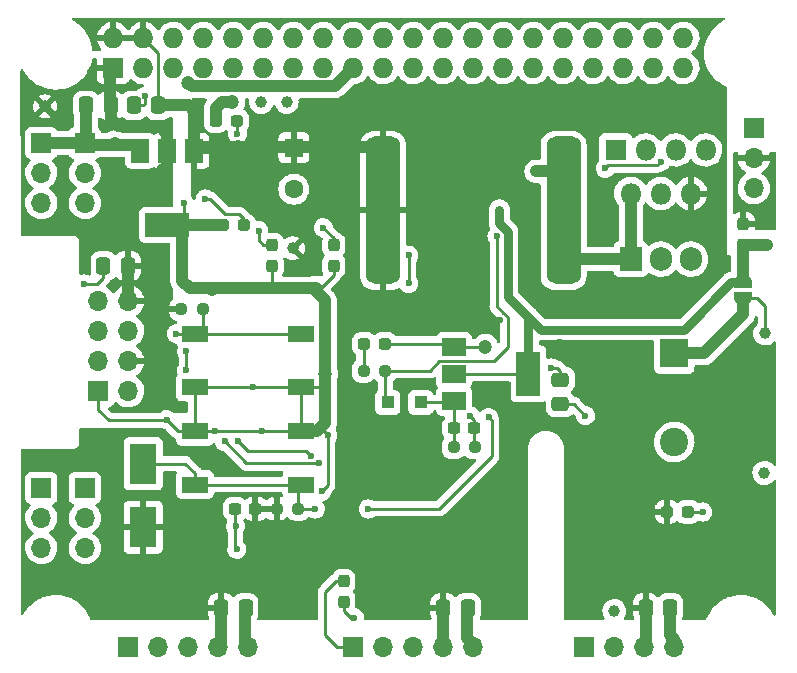
<source format=gbr>
G04 #@! TF.GenerationSoftware,KiCad,Pcbnew,(6.0.7)*
G04 #@! TF.CreationDate,2023-03-07T13:05:20-06:00*
G04 #@! TF.ProjectId,backpackbuddy_system,6261636b-7061-4636-9b62-756464795f73,rev?*
G04 #@! TF.SameCoordinates,Original*
G04 #@! TF.FileFunction,Copper,L1,Top*
G04 #@! TF.FilePolarity,Positive*
%FSLAX46Y46*%
G04 Gerber Fmt 4.6, Leading zero omitted, Abs format (unit mm)*
G04 Created by KiCad (PCBNEW (6.0.7)) date 2023-03-07 13:05:20*
%MOMM*%
%LPD*%
G01*
G04 APERTURE LIST*
G04 Aperture macros list*
%AMRoundRect*
0 Rectangle with rounded corners*
0 $1 Rounding radius*
0 $2 $3 $4 $5 $6 $7 $8 $9 X,Y pos of 4 corners*
0 Add a 4 corners polygon primitive as box body*
4,1,4,$2,$3,$4,$5,$6,$7,$8,$9,$2,$3,0*
0 Add four circle primitives for the rounded corners*
1,1,$1+$1,$2,$3*
1,1,$1+$1,$4,$5*
1,1,$1+$1,$6,$7*
1,1,$1+$1,$8,$9*
0 Add four rect primitives between the rounded corners*
20,1,$1+$1,$2,$3,$4,$5,0*
20,1,$1+$1,$4,$5,$6,$7,0*
20,1,$1+$1,$6,$7,$8,$9,0*
20,1,$1+$1,$8,$9,$2,$3,0*%
%AMFreePoly0*
4,1,22,0.500000,-0.750000,0.000000,-0.750000,0.000000,-0.745033,-0.079941,-0.743568,-0.215256,-0.701293,-0.333266,-0.622738,-0.424486,-0.514219,-0.481581,-0.384460,-0.499164,-0.250000,-0.500000,-0.250000,-0.500000,0.250000,-0.499164,0.250000,-0.499963,0.256109,-0.478152,0.396186,-0.417904,0.524511,-0.324060,0.630769,-0.204165,0.706417,-0.067858,0.745374,0.000000,0.744959,0.000000,0.750000,
0.500000,0.750000,0.500000,-0.750000,0.500000,-0.750000,$1*%
%AMFreePoly1*
4,1,20,0.000000,0.744959,0.073905,0.744508,0.209726,0.703889,0.328688,0.626782,0.421226,0.519385,0.479903,0.390333,0.500000,0.250000,0.500000,-0.250000,0.499851,-0.262216,0.476331,-0.402017,0.414519,-0.529596,0.319384,-0.634700,0.198574,-0.708877,0.061801,-0.746166,0.000000,-0.745033,0.000000,-0.750000,-0.500000,-0.750000,-0.500000,0.750000,0.000000,0.750000,0.000000,0.744959,
0.000000,0.744959,$1*%
G04 Aperture macros list end*
G04 #@! TA.AperFunction,ComponentPad*
%ADD10R,1.727200X1.727200*%
G04 #@! TD*
G04 #@! TA.AperFunction,ComponentPad*
%ADD11O,1.727200X1.727200*%
G04 #@! TD*
G04 #@! TA.AperFunction,SMDPad,CuDef*
%ADD12RoundRect,0.237500X-0.250000X-0.237500X0.250000X-0.237500X0.250000X0.237500X-0.250000X0.237500X0*%
G04 #@! TD*
G04 #@! TA.AperFunction,SMDPad,CuDef*
%ADD13RoundRect,0.237500X-0.287500X-0.237500X0.287500X-0.237500X0.287500X0.237500X-0.287500X0.237500X0*%
G04 #@! TD*
G04 #@! TA.AperFunction,ComponentPad*
%ADD14R,1.700000X1.700000*%
G04 #@! TD*
G04 #@! TA.AperFunction,ComponentPad*
%ADD15O,1.700000X1.700000*%
G04 #@! TD*
G04 #@! TA.AperFunction,SMDPad,CuDef*
%ADD16RoundRect,0.250000X0.337500X0.475000X-0.337500X0.475000X-0.337500X-0.475000X0.337500X-0.475000X0*%
G04 #@! TD*
G04 #@! TA.AperFunction,ComponentPad*
%ADD17R,1.600000X1.600000*%
G04 #@! TD*
G04 #@! TA.AperFunction,ComponentPad*
%ADD18C,1.600000*%
G04 #@! TD*
G04 #@! TA.AperFunction,SMDPad,CuDef*
%ADD19RoundRect,0.250000X-0.475000X0.337500X-0.475000X-0.337500X0.475000X-0.337500X0.475000X0.337500X0*%
G04 #@! TD*
G04 #@! TA.AperFunction,SMDPad,CuDef*
%ADD20R,1.100000X1.100000*%
G04 #@! TD*
G04 #@! TA.AperFunction,SMDPad,CuDef*
%ADD21RoundRect,0.237500X-0.237500X0.287500X-0.237500X-0.287500X0.237500X-0.287500X0.237500X0.287500X0*%
G04 #@! TD*
G04 #@! TA.AperFunction,SMDPad,CuDef*
%ADD22RoundRect,0.237500X0.287500X0.237500X-0.287500X0.237500X-0.287500X-0.237500X0.287500X-0.237500X0*%
G04 #@! TD*
G04 #@! TA.AperFunction,SMDPad,CuDef*
%ADD23RoundRect,0.237500X0.237500X-0.287500X0.237500X0.287500X-0.237500X0.287500X-0.237500X-0.287500X0*%
G04 #@! TD*
G04 #@! TA.AperFunction,SMDPad,CuDef*
%ADD24RoundRect,0.250000X-0.337500X-0.475000X0.337500X-0.475000X0.337500X0.475000X-0.337500X0.475000X0*%
G04 #@! TD*
G04 #@! TA.AperFunction,SMDPad,CuDef*
%ADD25R,2.200000X1.400000*%
G04 #@! TD*
G04 #@! TA.AperFunction,ComponentPad*
%ADD26C,1.000000*%
G04 #@! TD*
G04 #@! TA.AperFunction,ComponentPad*
%ADD27R,1.800000X1.800000*%
G04 #@! TD*
G04 #@! TA.AperFunction,ComponentPad*
%ADD28O,1.800000X1.800000*%
G04 #@! TD*
G04 #@! TA.AperFunction,ComponentPad*
%ADD29R,1.905000X2.000000*%
G04 #@! TD*
G04 #@! TA.AperFunction,ComponentPad*
%ADD30O,1.905000X2.000000*%
G04 #@! TD*
G04 #@! TA.AperFunction,SMDPad,CuDef*
%ADD31RoundRect,0.237500X0.250000X0.237500X-0.250000X0.237500X-0.250000X-0.237500X0.250000X-0.237500X0*%
G04 #@! TD*
G04 #@! TA.AperFunction,SMDPad,CuDef*
%ADD32RoundRect,0.237500X0.300000X0.237500X-0.300000X0.237500X-0.300000X-0.237500X0.300000X-0.237500X0*%
G04 #@! TD*
G04 #@! TA.AperFunction,SMDPad,CuDef*
%ADD33RoundRect,0.720000X0.720000X5.505000X-0.720000X5.505000X-0.720000X-5.505000X0.720000X-5.505000X0*%
G04 #@! TD*
G04 #@! TA.AperFunction,SMDPad,CuDef*
%ADD34FreePoly0,270.000000*%
G04 #@! TD*
G04 #@! TA.AperFunction,SMDPad,CuDef*
%ADD35FreePoly1,270.000000*%
G04 #@! TD*
G04 #@! TA.AperFunction,SMDPad,CuDef*
%ADD36R,2.300000X3.500000*%
G04 #@! TD*
G04 #@! TA.AperFunction,SMDPad,CuDef*
%ADD37RoundRect,0.237500X-0.300000X-0.237500X0.300000X-0.237500X0.300000X0.237500X-0.300000X0.237500X0*%
G04 #@! TD*
G04 #@! TA.AperFunction,SMDPad,CuDef*
%ADD38R,2.000000X1.500000*%
G04 #@! TD*
G04 #@! TA.AperFunction,SMDPad,CuDef*
%ADD39R,2.000000X3.800000*%
G04 #@! TD*
G04 #@! TA.AperFunction,ComponentPad*
%ADD40R,2.400000X2.400000*%
G04 #@! TD*
G04 #@! TA.AperFunction,ComponentPad*
%ADD41C,2.400000*%
G04 #@! TD*
G04 #@! TA.AperFunction,SMDPad,CuDef*
%ADD42R,1.500000X2.000000*%
G04 #@! TD*
G04 #@! TA.AperFunction,SMDPad,CuDef*
%ADD43R,3.800000X2.000000*%
G04 #@! TD*
G04 #@! TA.AperFunction,ViaPad*
%ADD44C,1.200000*%
G04 #@! TD*
G04 #@! TA.AperFunction,ViaPad*
%ADD45C,0.600000*%
G04 #@! TD*
G04 #@! TA.AperFunction,Conductor*
%ADD46C,0.250000*%
G04 #@! TD*
G04 #@! TA.AperFunction,Conductor*
%ADD47C,1.000000*%
G04 #@! TD*
G04 #@! TA.AperFunction,Conductor*
%ADD48C,0.750000*%
G04 #@! TD*
G04 APERTURE END LIST*
D10*
X119380000Y-64770000D03*
D11*
X119380000Y-62230000D03*
X121920000Y-64770000D03*
X121920000Y-62230000D03*
X124460000Y-64770000D03*
X124460000Y-62230000D03*
X127000000Y-64770000D03*
X127000000Y-62230000D03*
X129540000Y-64770000D03*
X129540000Y-62230000D03*
X132080000Y-64770000D03*
X132080000Y-62230000D03*
X134620000Y-64770000D03*
X134620000Y-62230000D03*
X137160000Y-64770000D03*
X137160000Y-62230000D03*
X139700000Y-64770000D03*
X139700000Y-62230000D03*
X142240000Y-64770000D03*
X142240000Y-62230000D03*
X144780000Y-64770000D03*
X144780000Y-62230000D03*
X147320000Y-64770000D03*
X147320000Y-62230000D03*
X149860000Y-64770000D03*
X149860000Y-62230000D03*
X152400000Y-64770000D03*
X152400000Y-62230000D03*
X154940000Y-64770000D03*
X154940000Y-62230000D03*
X157480000Y-64770000D03*
X157480000Y-62230000D03*
X160020000Y-64770000D03*
X160020000Y-62230000D03*
X162560000Y-64770000D03*
X162560000Y-62230000D03*
X165100000Y-64770000D03*
X165100000Y-62230000D03*
X167640000Y-64770000D03*
X167640000Y-62230000D03*
D12*
X148185500Y-96901000D03*
X150010500Y-96901000D03*
D13*
X128080800Y-69265800D03*
X129830800Y-69265800D03*
D14*
X113284000Y-100330000D03*
D15*
X113284000Y-102870000D03*
X113284000Y-105410000D03*
D14*
X120655000Y-113792000D03*
D15*
X123195000Y-113792000D03*
X125735000Y-113792000D03*
X128275000Y-113792000D03*
X130815000Y-113792000D03*
D14*
X139705000Y-113792000D03*
D15*
X142245000Y-113792000D03*
X144785000Y-113792000D03*
X147325000Y-113792000D03*
X149865000Y-113792000D03*
D16*
X119147500Y-67945000D03*
X117072500Y-67945000D03*
D17*
X134670800Y-71524749D03*
D18*
X134670800Y-75024749D03*
D19*
X157226000Y-91164500D03*
X157226000Y-93239500D03*
D20*
X142618000Y-93091000D03*
X145418000Y-93091000D03*
D21*
X172720000Y-77992000D03*
X172720000Y-79742000D03*
D22*
X142353000Y-88138000D03*
X140603000Y-88138000D03*
D13*
X128665000Y-78105000D03*
X130415000Y-78105000D03*
D14*
X116967000Y-71120000D03*
D15*
X116967000Y-73660000D03*
X116967000Y-76200000D03*
D23*
X138049000Y-81520000D03*
X138049000Y-79770000D03*
D12*
X125122300Y-85191600D03*
X126947300Y-85191600D03*
D16*
X120624600Y-81534000D03*
X118549600Y-81534000D03*
D24*
X164465000Y-110490000D03*
X166540000Y-110490000D03*
D25*
X126310000Y-87285000D03*
X135310000Y-87285000D03*
X126310000Y-91785000D03*
X135310000Y-91785000D03*
D26*
X131902200Y-67665600D03*
D14*
X113284000Y-71120000D03*
D15*
X113284000Y-73660000D03*
X113284000Y-76200000D03*
D14*
X116967000Y-100330000D03*
D15*
X116967000Y-102870000D03*
X116967000Y-105410000D03*
D26*
X174752000Y-79756000D03*
D27*
X161925000Y-71705000D03*
D28*
X163195000Y-75405000D03*
X164465000Y-71705000D03*
X165735000Y-75405000D03*
X167005000Y-71705000D03*
X168275000Y-75405000D03*
X169545000Y-71705000D03*
D26*
X134594600Y-80035400D03*
D29*
X163195000Y-80955000D03*
D30*
X165735000Y-80955000D03*
X168275000Y-80955000D03*
D31*
X142390500Y-90424000D03*
X140565500Y-90424000D03*
D23*
X132842000Y-79770000D03*
X132842000Y-81520000D03*
D32*
X131418500Y-102108000D03*
X129693500Y-102108000D03*
D14*
X173609000Y-69865000D03*
D15*
X173609000Y-72405000D03*
X173609000Y-74945000D03*
D24*
X128502500Y-110490000D03*
X130577500Y-110490000D03*
D26*
X113614200Y-68021200D03*
D33*
X157500000Y-76835000D03*
X142220000Y-76835000D03*
D26*
X134061200Y-67640200D03*
D34*
X172720000Y-82916000D03*
D35*
X172720000Y-84216000D03*
D36*
X121920000Y-103665000D03*
X121920000Y-98265000D03*
D37*
X148235500Y-95250000D03*
X149960500Y-95250000D03*
D12*
X133199500Y-102108000D03*
X135024500Y-102108000D03*
D26*
X174498000Y-99060000D03*
D25*
X135310000Y-100040000D03*
X126310000Y-100040000D03*
X135310000Y-95540000D03*
X126310000Y-95540000D03*
D26*
X174574200Y-87249000D03*
D38*
X148234000Y-88378000D03*
D39*
X154534000Y-90678000D03*
D38*
X148234000Y-90678000D03*
X148234000Y-92978000D03*
D26*
X161798000Y-110744000D03*
D21*
X138887200Y-108243400D03*
X138887200Y-109993400D03*
D24*
X147320000Y-110490000D03*
X149395000Y-110490000D03*
D14*
X118110000Y-92130000D03*
D15*
X120650000Y-92130000D03*
X118110000Y-89590000D03*
X120650000Y-89590000D03*
X118110000Y-87050000D03*
X120650000Y-87050000D03*
X118110000Y-84510000D03*
X120650000Y-84510000D03*
D22*
X168007000Y-102362000D03*
X166257000Y-102362000D03*
D14*
X159217200Y-113792000D03*
D15*
X161757200Y-113792000D03*
X164297200Y-113792000D03*
X166837200Y-113792000D03*
D40*
X166878000Y-88943246D03*
D41*
X166878000Y-96443246D03*
D16*
X123190000Y-67945000D03*
X121115000Y-67945000D03*
D42*
X126252000Y-71780000D03*
X123952000Y-71780000D03*
X121652000Y-71780000D03*
D43*
X123952000Y-78080000D03*
D44*
X136525000Y-83464400D03*
X129413000Y-67691000D03*
D45*
X125349000Y-76174600D03*
X129844800Y-105511600D03*
D44*
X150876000Y-88392000D03*
X127736600Y-83489800D03*
D45*
X122047000Y-67183000D03*
X144399000Y-83007200D03*
X131227000Y-91785000D03*
X116916200Y-83058000D03*
X123888500Y-94551500D03*
X165735000Y-72694800D03*
X149606000Y-94234000D03*
X128005400Y-95540000D03*
D44*
X119507000Y-71170800D03*
D45*
X131942400Y-95540000D03*
X129743200Y-103555800D03*
X159359600Y-94208600D03*
X137033000Y-100609400D03*
X137541000Y-95859600D03*
D44*
X137287000Y-90678000D03*
D45*
X144399000Y-80619600D03*
X161036000Y-73279000D03*
X156464000Y-90170000D03*
X142849600Y-84480400D03*
X151892000Y-91694000D03*
X139090400Y-94640400D03*
X157226000Y-87960200D03*
X151790400Y-98958400D03*
D44*
X129921000Y-71475600D03*
D45*
X152146000Y-86106000D03*
X151866600Y-78994000D03*
X155194000Y-73533000D03*
D44*
X125730000Y-66040000D03*
D45*
X123012200Y-93675200D03*
D44*
X123596400Y-73406000D03*
D45*
X140970000Y-102108000D03*
X136474200Y-102108000D03*
X151155400Y-94361000D03*
X152069800Y-76784200D03*
X129895600Y-70358000D03*
X131699000Y-78536800D03*
X137160000Y-78308200D03*
X139776200Y-111302800D03*
X169291000Y-102362000D03*
X128803400Y-96393000D03*
X136779000Y-98257700D03*
X124714000Y-87285000D03*
X127152400Y-75869800D03*
X129921000Y-96367600D03*
X125577600Y-90373200D03*
X125577600Y-88773000D03*
X136093200Y-97586800D03*
D46*
X132842000Y-83058000D02*
X133223000Y-83439000D01*
D47*
X136271000Y-83439000D02*
X137287000Y-84455000D01*
X166540000Y-112819000D02*
X166837200Y-113116200D01*
D46*
X124662800Y-78080000D02*
X123952000Y-78080000D01*
D47*
X128581400Y-67659000D02*
X128080800Y-68159600D01*
X123952000Y-78080000D02*
X128640000Y-78080000D01*
D46*
X138887200Y-108243400D02*
X138238200Y-108243400D01*
D47*
X137287000Y-94869000D02*
X136616000Y-95540000D01*
D46*
X158390500Y-93239500D02*
X159359600Y-94208600D01*
X161290000Y-73025000D02*
X161036000Y-73279000D01*
D47*
X129191000Y-67659000D02*
X128581400Y-67659000D01*
D46*
X137541000Y-100101400D02*
X137541000Y-95859600D01*
X156993500Y-93472000D02*
X157226000Y-93239500D01*
D47*
X130556000Y-110511500D02*
X130577500Y-110490000D01*
D46*
X149960500Y-95250000D02*
X149960500Y-96851000D01*
D47*
X149352000Y-110533000D02*
X149395000Y-110490000D01*
D46*
X129693500Y-102108000D02*
X129693500Y-105360300D01*
D47*
X117094000Y-68177500D02*
X117094000Y-71120000D01*
X128778000Y-83439000D02*
X133223000Y-83439000D01*
X149865000Y-113543000D02*
X149352000Y-113030000D01*
X149865000Y-113792000D02*
X149865000Y-113543000D01*
X136616000Y-95540000D02*
X135310000Y-95540000D01*
D46*
X149960500Y-94588500D02*
X149606000Y-94234000D01*
X147994000Y-88138000D02*
X148234000Y-88378000D01*
X137033000Y-100609400D02*
X137541000Y-100101400D01*
X136855200Y-83464400D02*
X136525000Y-83464400D01*
X150862000Y-88378000D02*
X148234000Y-88378000D01*
X132842000Y-81520000D02*
X132842000Y-83058000D01*
X125349000Y-76174600D02*
X125349000Y-77393800D01*
X165404800Y-73025000D02*
X161290000Y-73025000D01*
X142353000Y-88138000D02*
X147994000Y-88138000D01*
X121920000Y-67945000D02*
X121115000Y-67945000D01*
X144399000Y-80619600D02*
X144399000Y-83007200D01*
X118549600Y-81534000D02*
X118549600Y-82516800D01*
X124877000Y-95540000D02*
X124269500Y-94932500D01*
D47*
X120980200Y-71297800D02*
X117983000Y-71297800D01*
D46*
X138049000Y-82270600D02*
X136855200Y-83464400D01*
X135310000Y-91785000D02*
X135310000Y-95540000D01*
D47*
X149352000Y-113030000D02*
X149352000Y-110533000D01*
X124435000Y-78080000D02*
X125222000Y-78867000D01*
D46*
X149960500Y-96851000D02*
X150010500Y-96901000D01*
D47*
X133223000Y-83439000D02*
X136271000Y-83439000D01*
X128080800Y-68159600D02*
X128080800Y-69265800D01*
X125222000Y-82804000D02*
X125857000Y-83439000D01*
D46*
X122047000Y-67183000D02*
X122047000Y-67818000D01*
X118110000Y-93726000D02*
X118110000Y-92130000D01*
X135310000Y-91785000D02*
X137043600Y-91785000D01*
X137043600Y-91785000D02*
X137287000Y-91541600D01*
X123888500Y-94551500D02*
X124269500Y-94932500D01*
X157226000Y-93239500D02*
X158390500Y-93239500D01*
D47*
X116840000Y-71120000D02*
X113284000Y-71120000D01*
X166837200Y-113116200D02*
X166837200Y-113792000D01*
D46*
X128547500Y-83669500D02*
X128778000Y-83439000D01*
X138238200Y-108243400D02*
X137337800Y-109143800D01*
X131942400Y-95540000D02*
X135310000Y-95540000D01*
X138049000Y-81520000D02*
X138049000Y-82270600D01*
D47*
X125222000Y-78867000D02*
X125222000Y-82804000D01*
D46*
X122047000Y-67818000D02*
X121920000Y-67945000D01*
D47*
X166540000Y-110490000D02*
X166540000Y-112819000D01*
X130556000Y-113284000D02*
X130556000Y-110511500D01*
D46*
X118549600Y-82516800D02*
X118008400Y-83058000D01*
D47*
X125857000Y-83439000D02*
X128778000Y-83439000D01*
D46*
X149960500Y-95250000D02*
X149960500Y-94588500D01*
X150876000Y-88392000D02*
X150862000Y-88378000D01*
X135310000Y-95540000D02*
X137221400Y-95540000D01*
X128005400Y-95540000D02*
X131129600Y-95540000D01*
X137221400Y-95540000D02*
X137541000Y-95859600D01*
D47*
X130815000Y-113543000D02*
X130556000Y-113284000D01*
X130815000Y-113792000D02*
X130815000Y-113543000D01*
D46*
X125349000Y-77393800D02*
X124662800Y-78080000D01*
X126310000Y-95540000D02*
X124877000Y-95540000D01*
D47*
X128640000Y-78080000D02*
X128665000Y-78105000D01*
D46*
X126310000Y-95540000D02*
X128005400Y-95540000D01*
D47*
X137287000Y-91541600D02*
X137287000Y-94869000D01*
D46*
X124269500Y-94932500D02*
X123952000Y-94615000D01*
X129693500Y-105360300D02*
X129844800Y-105511600D01*
D47*
X123952000Y-78080000D02*
X124435000Y-78080000D01*
D46*
X137337800Y-109143800D02*
X137337800Y-112801400D01*
X118008400Y-83058000D02*
X116916200Y-83058000D01*
X131227000Y-91785000D02*
X126310000Y-91785000D01*
X135310000Y-91785000D02*
X131227000Y-91785000D01*
X131129600Y-95540000D02*
X131942400Y-95540000D01*
X126310000Y-91785000D02*
X126310000Y-95540000D01*
X123952000Y-94615000D02*
X118999000Y-94615000D01*
D47*
X137287000Y-84455000D02*
X137287000Y-91541600D01*
X128080800Y-69265800D02*
X128106200Y-69265800D01*
D46*
X137337800Y-112801400D02*
X138328400Y-113792000D01*
X165735000Y-72694800D02*
X165404800Y-73025000D01*
X118999000Y-94615000D02*
X118110000Y-93726000D01*
X138328400Y-113792000D02*
X139705000Y-113792000D01*
X156972000Y-90170000D02*
X157226000Y-90424000D01*
X156464000Y-90170000D02*
X156972000Y-90170000D01*
X157226000Y-90424000D02*
X157226000Y-91164500D01*
D47*
X128524000Y-110511500D02*
X128502500Y-110490000D01*
X141730349Y-71499349D02*
X135509000Y-71499349D01*
X164465000Y-110490000D02*
X164465000Y-113624200D01*
D46*
X121920000Y-62230000D02*
X123190000Y-63500000D01*
D47*
X126252000Y-68390800D02*
X125806200Y-67945000D01*
D46*
X121920000Y-62230000D02*
X119380000Y-62230000D01*
X123190000Y-63500000D02*
X123190000Y-67945000D01*
X147320000Y-110490000D02*
X147325000Y-110495000D01*
D47*
X147325000Y-110495000D02*
X147325000Y-113792000D01*
X164465000Y-113624200D02*
X164297200Y-113792000D01*
X126252000Y-71780000D02*
X126252000Y-68390800D01*
X128275000Y-113787000D02*
X128524000Y-113538000D01*
X135509000Y-71499349D02*
X129922651Y-71499349D01*
X126532651Y-71499349D02*
X126252000Y-71780000D01*
X128275000Y-113792000D02*
X128275000Y-113787000D01*
X142220000Y-76835000D02*
X142220000Y-71989000D01*
D46*
X128275000Y-110717500D02*
X128502500Y-110490000D01*
D47*
X129922651Y-71499349D02*
X126532651Y-71499349D01*
X128524000Y-113538000D02*
X128524000Y-110511500D01*
X142220000Y-71989000D02*
X141730349Y-71499349D01*
X125806200Y-67945000D02*
X123190000Y-67945000D01*
D46*
X151595400Y-89603000D02*
X146998000Y-89603000D01*
X174574200Y-84912200D02*
X173878000Y-84216000D01*
D47*
X172720000Y-85598000D02*
X169374754Y-88943246D01*
D46*
X152781000Y-85857116D02*
X152781000Y-88417400D01*
X146998000Y-89603000D02*
X146177000Y-90424000D01*
X146177000Y-90424000D02*
X142390500Y-90424000D01*
X151866600Y-84963000D02*
X152384600Y-85481000D01*
X173878000Y-84216000D02*
X172720000Y-84216000D01*
X142390500Y-90424000D02*
X142390500Y-92863500D01*
D47*
X169374754Y-88943246D02*
X166878000Y-88943246D01*
D46*
X152404884Y-85481000D02*
X152781000Y-85857116D01*
D47*
X172720000Y-84216000D02*
X172720000Y-85598000D01*
D46*
X151866600Y-78994000D02*
X151866600Y-84963000D01*
X142390500Y-92863500D02*
X142618000Y-93091000D01*
X152384600Y-85481000D02*
X152404884Y-85481000D01*
X174574200Y-87249000D02*
X174574200Y-84912200D01*
X152781000Y-88417400D02*
X151595400Y-89603000D01*
X148121000Y-93091000D02*
X148234000Y-92978000D01*
X148234000Y-92978000D02*
X148234000Y-96852500D01*
X145418000Y-93091000D02*
X148121000Y-93091000D01*
X148234000Y-96852500D02*
X148185500Y-96901000D01*
D47*
X157500000Y-76835000D02*
X157500000Y-74315000D01*
X163195000Y-75405000D02*
X163195000Y-80955000D01*
X157500000Y-76835000D02*
X157500000Y-80284000D01*
X157500000Y-80284000D02*
X158171000Y-80955000D01*
X156718000Y-73533000D02*
X155194000Y-73533000D01*
X158171000Y-80955000D02*
X163195000Y-80955000D01*
X157500000Y-74315000D02*
X156718000Y-73533000D01*
D46*
X119126000Y-65024000D02*
X119380000Y-64770000D01*
D47*
X119126000Y-67923500D02*
X119126000Y-65024000D01*
X138136400Y-66333600D02*
X126023600Y-66333600D01*
X123317000Y-69723000D02*
X123952000Y-70358000D01*
X119147500Y-69109500D02*
X119761000Y-69723000D01*
X119147500Y-67945000D02*
X119147500Y-69109500D01*
X138176000Y-66294000D02*
X139700000Y-64770000D01*
X120650000Y-81559400D02*
X120650000Y-84510000D01*
X123952000Y-73812400D02*
X123901200Y-73863200D01*
D46*
X119147500Y-67945000D02*
X119126000Y-67923500D01*
D47*
X123952000Y-71780000D02*
X123952000Y-73812400D01*
X123952000Y-70358000D02*
X123952000Y-71780000D01*
X126023600Y-66333600D02*
X125730000Y-66040000D01*
X120624600Y-81534000D02*
X120650000Y-81559400D01*
X119761000Y-69723000D02*
X123317000Y-69723000D01*
D46*
X135024500Y-100325500D02*
X135310000Y-100040000D01*
X126310000Y-99106600D02*
X126310000Y-100040000D01*
X121920000Y-98265000D02*
X125468400Y-98265000D01*
X135024500Y-102108000D02*
X135024500Y-100325500D01*
X126310000Y-100040000D02*
X135310000Y-100040000D01*
X151434800Y-94640400D02*
X151434800Y-97637600D01*
X151155400Y-94361000D02*
X151434800Y-94640400D01*
X136474200Y-102108000D02*
X135024500Y-102108000D01*
X151434800Y-97637600D02*
X146964400Y-102108000D01*
X146964400Y-102108000D02*
X140970000Y-102108000D01*
X125468400Y-98265000D02*
X126310000Y-99106600D01*
D47*
X174752000Y-79742000D02*
X172734000Y-79742000D01*
X172720000Y-79756000D02*
X172720000Y-82916000D01*
D48*
X167716200Y-86918800D02*
X171719000Y-82916000D01*
X152069800Y-76784200D02*
X152069800Y-77927200D01*
X152781000Y-84124800D02*
X155575000Y-86918800D01*
X154534000Y-90678000D02*
X154534000Y-85877800D01*
X152781000Y-78638400D02*
X152781000Y-84124800D01*
X171719000Y-82916000D02*
X172720000Y-82916000D01*
X152069800Y-77927200D02*
X152781000Y-78638400D01*
X155575000Y-86918800D02*
X167716200Y-86918800D01*
D46*
X148234000Y-90678000D02*
X154534000Y-90678000D01*
D47*
X172734000Y-79742000D02*
X172720000Y-79756000D01*
D48*
X154534000Y-85877800D02*
X154406600Y-85750400D01*
D46*
X140565500Y-88175500D02*
X140603000Y-88138000D01*
X140565500Y-90424000D02*
X140565500Y-88175500D01*
X129830800Y-70293200D02*
X129895600Y-70358000D01*
X129830800Y-69265800D02*
X129830800Y-70293200D01*
X131699000Y-79375000D02*
X132094000Y-79770000D01*
X131699000Y-78536800D02*
X131699000Y-79375000D01*
X132094000Y-79770000D02*
X132842000Y-79770000D01*
X138049000Y-79197200D02*
X137160000Y-78308200D01*
X138049000Y-79770000D02*
X138049000Y-79197200D01*
X139776200Y-111302800D02*
X139471400Y-111302800D01*
X138887200Y-110718600D02*
X138887200Y-109993400D01*
X139471400Y-111302800D02*
X138887200Y-110718600D01*
X168007000Y-102362000D02*
X169291000Y-102362000D01*
X136768500Y-98247200D02*
X136779000Y-98257700D01*
X128803400Y-96393000D02*
X130657600Y-98247200D01*
X130657600Y-98247200D02*
X136768500Y-98247200D01*
X124714000Y-87285000D02*
X126310000Y-87285000D01*
X120885000Y-87285000D02*
X120650000Y-87050000D01*
X126947300Y-85191600D02*
X126947300Y-86647700D01*
X126947300Y-86647700D02*
X126310000Y-87285000D01*
X135310000Y-87285000D02*
X124714000Y-87285000D01*
X130022600Y-77139800D02*
X130415000Y-77532200D01*
X128879600Y-77139800D02*
X130022600Y-77139800D01*
X127609600Y-75869800D02*
X128879600Y-77139800D01*
X127152400Y-75869800D02*
X127609600Y-75869800D01*
X130415000Y-77532200D02*
X130415000Y-78105000D01*
X130784600Y-97231200D02*
X129921000Y-96367600D01*
X125577600Y-90373200D02*
X125577600Y-88773000D01*
X136093200Y-97586800D02*
X135737600Y-97231200D01*
X135737600Y-97231200D02*
X130784600Y-97231200D01*
G04 #@! TA.AperFunction,Conductor*
G36*
X171091066Y-60528688D02*
G01*
X171137565Y-60582340D01*
X171147675Y-60652613D01*
X171118188Y-60717196D01*
X171084522Y-60744628D01*
X170844498Y-60879047D01*
X170844493Y-60879050D01*
X170841381Y-60880793D01*
X170838485Y-60882878D01*
X170838480Y-60882881D01*
X170726957Y-60963167D01*
X170555605Y-61086523D01*
X170552969Y-61088917D01*
X170552967Y-61088919D01*
X170312804Y-61307067D01*
X170294954Y-61323281D01*
X170292603Y-61325962D01*
X170117404Y-61525738D01*
X170062781Y-61588023D01*
X169862071Y-61877347D01*
X169695402Y-62187532D01*
X169564919Y-62514590D01*
X169472299Y-62854317D01*
X169471757Y-62857839D01*
X169431694Y-63118133D01*
X169418732Y-63202345D01*
X169418592Y-63205909D01*
X169405343Y-63543139D01*
X169404908Y-63554200D01*
X169431004Y-63905358D01*
X169496684Y-64251304D01*
X169601104Y-64587592D01*
X169742921Y-64909897D01*
X169920313Y-65214076D01*
X170130999Y-65496219D01*
X170133443Y-65498817D01*
X170133448Y-65498823D01*
X170369526Y-65749780D01*
X170372270Y-65752697D01*
X170490692Y-65852949D01*
X170546762Y-65900415D01*
X170641024Y-65980214D01*
X170643988Y-65982194D01*
X170643990Y-65982196D01*
X170887605Y-66144974D01*
X170933807Y-66175845D01*
X171246853Y-66337075D01*
X171248523Y-66337708D01*
X171302344Y-66383453D01*
X171323000Y-66452581D01*
X171323000Y-80645000D01*
X171585500Y-80645000D01*
X171653621Y-80665002D01*
X171700114Y-80718658D01*
X171711500Y-80771000D01*
X171711500Y-81912111D01*
X171691498Y-81980232D01*
X171637842Y-82026725D01*
X171592097Y-82037937D01*
X171580029Y-82038570D01*
X171567071Y-82042042D01*
X171547628Y-82045645D01*
X171534298Y-82047046D01*
X171471106Y-82067578D01*
X171464804Y-82069444D01*
X171411328Y-82083773D01*
X171400637Y-82086638D01*
X171394758Y-82089634D01*
X171394749Y-82089637D01*
X171388683Y-82092728D01*
X171370421Y-82100292D01*
X171363957Y-82102392D01*
X171363949Y-82102395D01*
X171357669Y-82104436D01*
X171351950Y-82107738D01*
X171351945Y-82107740D01*
X171300133Y-82137654D01*
X171294363Y-82140787D01*
X171235161Y-82170953D01*
X171230029Y-82175109D01*
X171224741Y-82179391D01*
X171208448Y-82190589D01*
X171196831Y-82197296D01*
X171191925Y-82201713D01*
X171191920Y-82201717D01*
X171147462Y-82241747D01*
X171142446Y-82246031D01*
X171129591Y-82256441D01*
X171127014Y-82258528D01*
X171112969Y-82272573D01*
X171108184Y-82277114D01*
X171058815Y-82321566D01*
X171050925Y-82332426D01*
X171038088Y-82347454D01*
X167387147Y-85998395D01*
X167324835Y-86032421D01*
X167298052Y-86035300D01*
X155993147Y-86035300D01*
X155925026Y-86015298D01*
X155904052Y-85998395D01*
X155177442Y-85271785D01*
X155172900Y-85267000D01*
X155132851Y-85222521D01*
X155128434Y-85217615D01*
X155123092Y-85213734D01*
X155123088Y-85213730D01*
X155117580Y-85209728D01*
X155102545Y-85196887D01*
X155096987Y-85191329D01*
X154998597Y-85092938D01*
X154998576Y-85092919D01*
X153701405Y-83795747D01*
X153667379Y-83733435D01*
X153664500Y-83706652D01*
X153664500Y-78717857D01*
X153666051Y-78698145D01*
X153667118Y-78691408D01*
X153668150Y-78684893D01*
X153666995Y-78662842D01*
X153664673Y-78618550D01*
X153664500Y-78611955D01*
X153664500Y-78592094D01*
X153662423Y-78572331D01*
X153661907Y-78565767D01*
X153661580Y-78559517D01*
X153661079Y-78549973D01*
X153658776Y-78506023D01*
X153658775Y-78506019D01*
X153658430Y-78499429D01*
X153654958Y-78486471D01*
X153651355Y-78467028D01*
X153650644Y-78460266D01*
X153649954Y-78453698D01*
X153629422Y-78390506D01*
X153627556Y-78384204D01*
X153612071Y-78326415D01*
X153610362Y-78320037D01*
X153607366Y-78314158D01*
X153607363Y-78314149D01*
X153604272Y-78308083D01*
X153596708Y-78289821D01*
X153594608Y-78283358D01*
X153594606Y-78283353D01*
X153592564Y-78277069D01*
X153559337Y-78219519D01*
X153556214Y-78213766D01*
X153526048Y-78154561D01*
X153517607Y-78144137D01*
X153506412Y-78127849D01*
X153503005Y-78121948D01*
X153503004Y-78121947D01*
X153499704Y-78116231D01*
X153495287Y-78111325D01*
X153495283Y-78111320D01*
X153455253Y-78066862D01*
X153450969Y-78061847D01*
X153440548Y-78048979D01*
X153438472Y-78046415D01*
X153424436Y-78032379D01*
X153419895Y-78027594D01*
X153379854Y-77983124D01*
X153375434Y-77978215D01*
X153364575Y-77970325D01*
X153349544Y-77957486D01*
X152990205Y-77598147D01*
X152956179Y-77535835D01*
X152953300Y-77509052D01*
X152953300Y-76737894D01*
X152941247Y-76623214D01*
X152939444Y-76606062D01*
X152939444Y-76606061D01*
X152938754Y-76599498D01*
X152935729Y-76590186D01*
X152887220Y-76440892D01*
X152881364Y-76422869D01*
X152874441Y-76410877D01*
X152820164Y-76316868D01*
X152788504Y-76262031D01*
X152771929Y-76243622D01*
X152668656Y-76128926D01*
X152668655Y-76128925D01*
X152664234Y-76124015D01*
X152653060Y-76115896D01*
X152519326Y-76018733D01*
X152519325Y-76018732D01*
X152513984Y-76014852D01*
X152507956Y-76012168D01*
X152507954Y-76012167D01*
X152350352Y-75941998D01*
X152350351Y-75941998D01*
X152344321Y-75939313D01*
X152248464Y-75918938D01*
X152169117Y-75902072D01*
X152169113Y-75902072D01*
X152162660Y-75900700D01*
X151976940Y-75900700D01*
X151970487Y-75902072D01*
X151970483Y-75902072D01*
X151891136Y-75918938D01*
X151795279Y-75939313D01*
X151789250Y-75941997D01*
X151789248Y-75941998D01*
X151631647Y-76012167D01*
X151631645Y-76012168D01*
X151625617Y-76014852D01*
X151620276Y-76018732D01*
X151620275Y-76018733D01*
X151480710Y-76120132D01*
X151480708Y-76120134D01*
X151475366Y-76124015D01*
X151470945Y-76128925D01*
X151470944Y-76128926D01*
X151367672Y-76243622D01*
X151351096Y-76262031D01*
X151319436Y-76316868D01*
X151265160Y-76410877D01*
X151258236Y-76422869D01*
X151252380Y-76440892D01*
X151203872Y-76590186D01*
X151200846Y-76599498D01*
X151200156Y-76606061D01*
X151200156Y-76606062D01*
X151198353Y-76623214D01*
X151186300Y-76737894D01*
X151186300Y-77847743D01*
X151184749Y-77867455D01*
X151182650Y-77880707D01*
X151182995Y-77887294D01*
X151182995Y-77887298D01*
X151186127Y-77947050D01*
X151186300Y-77953645D01*
X151186300Y-77973506D01*
X151186644Y-77976777D01*
X151188376Y-77993259D01*
X151188893Y-77999828D01*
X151192370Y-78066171D01*
X151195842Y-78079129D01*
X151199445Y-78098572D01*
X151200846Y-78111902D01*
X151221378Y-78175094D01*
X151223244Y-78181396D01*
X151232702Y-78216692D01*
X151240438Y-78245563D01*
X151243434Y-78251442D01*
X151243437Y-78251451D01*
X151246528Y-78257517D01*
X151254092Y-78275779D01*
X151256192Y-78282243D01*
X151256195Y-78282251D01*
X151258236Y-78288531D01*
X151261539Y-78294252D01*
X151271905Y-78312207D01*
X151288642Y-78381203D01*
X151265421Y-78448294D01*
X151250943Y-78465228D01*
X151236093Y-78479771D01*
X151137835Y-78632238D01*
X151135426Y-78638858D01*
X151135424Y-78638861D01*
X151091299Y-78760093D01*
X151075797Y-78802685D01*
X151053063Y-78982640D01*
X151070763Y-79163160D01*
X151128018Y-79335273D01*
X151131665Y-79341295D01*
X151131666Y-79341297D01*
X151214876Y-79478694D01*
X151233100Y-79543965D01*
X151233100Y-84884233D01*
X151232573Y-84895416D01*
X151230898Y-84902909D01*
X151231147Y-84910835D01*
X151231147Y-84910836D01*
X151233038Y-84970986D01*
X151233100Y-84974945D01*
X151233100Y-85002856D01*
X151233597Y-85006790D01*
X151233597Y-85006791D01*
X151233605Y-85006856D01*
X151234538Y-85018693D01*
X151235927Y-85062889D01*
X151241578Y-85082339D01*
X151245587Y-85101700D01*
X151248126Y-85121797D01*
X151251045Y-85129168D01*
X151251045Y-85129170D01*
X151264404Y-85162912D01*
X151268249Y-85174142D01*
X151280582Y-85216593D01*
X151284615Y-85223412D01*
X151284617Y-85223417D01*
X151290893Y-85234028D01*
X151299588Y-85251776D01*
X151307048Y-85270617D01*
X151311710Y-85277033D01*
X151311710Y-85277034D01*
X151333036Y-85306387D01*
X151339552Y-85316307D01*
X151362058Y-85354362D01*
X151376379Y-85368683D01*
X151389219Y-85383716D01*
X151401128Y-85400107D01*
X151407234Y-85405158D01*
X151435205Y-85428298D01*
X151443984Y-85436288D01*
X151880943Y-85873247D01*
X151888487Y-85881537D01*
X151892600Y-85888018D01*
X151898377Y-85893443D01*
X151942267Y-85934658D01*
X151945109Y-85937413D01*
X151964831Y-85957135D01*
X151967955Y-85959558D01*
X151967959Y-85959562D01*
X151968024Y-85959612D01*
X151977045Y-85967317D01*
X152009279Y-85997586D01*
X152016227Y-86001405D01*
X152016229Y-86001407D01*
X152027032Y-86007346D01*
X152043556Y-86018200D01*
X152048997Y-86022420D01*
X152060861Y-86032881D01*
X152110595Y-86082615D01*
X152144621Y-86144927D01*
X152147500Y-86171710D01*
X152147500Y-87923504D01*
X152127498Y-87991625D01*
X152073842Y-88038118D01*
X152003568Y-88048222D01*
X151938988Y-88018728D01*
X151908494Y-87979232D01*
X151827756Y-87815509D01*
X151827753Y-87815505D01*
X151825201Y-87810329D01*
X151821674Y-87805605D01*
X151706758Y-87651715D01*
X151706758Y-87651714D01*
X151703305Y-87647091D01*
X151584945Y-87537680D01*
X151557943Y-87512719D01*
X151557940Y-87512717D01*
X151553703Y-87508800D01*
X151507256Y-87479494D01*
X151386288Y-87403169D01*
X151386283Y-87403167D01*
X151381404Y-87400088D01*
X151192180Y-87324595D01*
X150992366Y-87284849D01*
X150986592Y-87284773D01*
X150986588Y-87284773D01*
X150883452Y-87283424D01*
X150788655Y-87282183D01*
X150782958Y-87283162D01*
X150782957Y-87283162D01*
X150615804Y-87311884D01*
X150587870Y-87316684D01*
X150396734Y-87387198D01*
X150221649Y-87491363D01*
X150068478Y-87625690D01*
X150064906Y-87630221D01*
X150012651Y-87696506D01*
X149954770Y-87737619D01*
X149913701Y-87744500D01*
X149868500Y-87744500D01*
X149800379Y-87724498D01*
X149753886Y-87670842D01*
X149742500Y-87618500D01*
X149742500Y-87579866D01*
X149735745Y-87517684D01*
X149684615Y-87381295D01*
X149597261Y-87264739D01*
X149480705Y-87177385D01*
X149344316Y-87126255D01*
X149282134Y-87119500D01*
X147185866Y-87119500D01*
X147123684Y-87126255D01*
X146987295Y-87177385D01*
X146870739Y-87264739D01*
X146783385Y-87381295D01*
X146780233Y-87389703D01*
X146780232Y-87389705D01*
X146767852Y-87422729D01*
X146725211Y-87479494D01*
X146658650Y-87504194D01*
X146649870Y-87504500D01*
X143342964Y-87504500D01*
X143274843Y-87484498D01*
X143235821Y-87444804D01*
X143229116Y-87433969D01*
X143193032Y-87397948D01*
X143111184Y-87316242D01*
X143111179Y-87316238D01*
X143106003Y-87311071D01*
X143063340Y-87284773D01*
X142964150Y-87223631D01*
X142964148Y-87223630D01*
X142957920Y-87219791D01*
X142792809Y-87165026D01*
X142785973Y-87164326D01*
X142785970Y-87164325D01*
X142734474Y-87159049D01*
X142690072Y-87154500D01*
X142015928Y-87154500D01*
X142012682Y-87154837D01*
X142012678Y-87154837D01*
X141918765Y-87164581D01*
X141918761Y-87164582D01*
X141911907Y-87165293D01*
X141905371Y-87167474D01*
X141905369Y-87167474D01*
X141859519Y-87182771D01*
X141746893Y-87220346D01*
X141740661Y-87224202D01*
X141740662Y-87224202D01*
X141606490Y-87307230D01*
X141598969Y-87311884D01*
X141567121Y-87343787D01*
X141504841Y-87377866D01*
X141434021Y-87372863D01*
X141388933Y-87343943D01*
X141361184Y-87316243D01*
X141361183Y-87316242D01*
X141356003Y-87311071D01*
X141313340Y-87284773D01*
X141214150Y-87223631D01*
X141214148Y-87223630D01*
X141207920Y-87219791D01*
X141042809Y-87165026D01*
X141035973Y-87164326D01*
X141035970Y-87164325D01*
X140984474Y-87159049D01*
X140940072Y-87154500D01*
X140265928Y-87154500D01*
X140262682Y-87154837D01*
X140262678Y-87154837D01*
X140168765Y-87164581D01*
X140168761Y-87164582D01*
X140161907Y-87165293D01*
X140155371Y-87167474D01*
X140155369Y-87167474D01*
X140109519Y-87182771D01*
X139996893Y-87220346D01*
X139848969Y-87311884D01*
X139843796Y-87317066D01*
X139731242Y-87429816D01*
X139731238Y-87429821D01*
X139726071Y-87434997D01*
X139722231Y-87441227D01*
X139722230Y-87441228D01*
X139654066Y-87551811D01*
X139634791Y-87583080D01*
X139580026Y-87748191D01*
X139569500Y-87850928D01*
X139569500Y-88425072D01*
X139569837Y-88428318D01*
X139569837Y-88428322D01*
X139572564Y-88454598D01*
X139580293Y-88529093D01*
X139582474Y-88535629D01*
X139582474Y-88535631D01*
X139597839Y-88581685D01*
X139635346Y-88694107D01*
X139726884Y-88842031D01*
X139849997Y-88964929D01*
X139856224Y-88968767D01*
X139856226Y-88968769D01*
X139872116Y-88978564D01*
X139919609Y-89031336D01*
X139932000Y-89085824D01*
X139932000Y-89476301D01*
X139911998Y-89544422D01*
X139872302Y-89583445D01*
X139848969Y-89597884D01*
X139843796Y-89603066D01*
X139731242Y-89715816D01*
X139731238Y-89715821D01*
X139726071Y-89720997D01*
X139722231Y-89727227D01*
X139722230Y-89727228D01*
X139655242Y-89835903D01*
X139634791Y-89869080D01*
X139580026Y-90034191D01*
X139579326Y-90041027D01*
X139579325Y-90041030D01*
X139575486Y-90078502D01*
X139569500Y-90136928D01*
X139569500Y-90711072D01*
X139569837Y-90714318D01*
X139569837Y-90714322D01*
X139576471Y-90778255D01*
X139580293Y-90815093D01*
X139582474Y-90821629D01*
X139582474Y-90821631D01*
X139595875Y-90861797D01*
X139635346Y-90980107D01*
X139726884Y-91128031D01*
X139732066Y-91133204D01*
X139844816Y-91245758D01*
X139844821Y-91245762D01*
X139849997Y-91250929D01*
X139856227Y-91254769D01*
X139856228Y-91254770D01*
X139957729Y-91317336D01*
X139998080Y-91342209D01*
X140163191Y-91396974D01*
X140170027Y-91397674D01*
X140170030Y-91397675D01*
X140221526Y-91402951D01*
X140265928Y-91407500D01*
X140865072Y-91407500D01*
X140868318Y-91407163D01*
X140868322Y-91407163D01*
X140962235Y-91397419D01*
X140962239Y-91397418D01*
X140969093Y-91396707D01*
X140975629Y-91394526D01*
X140975631Y-91394526D01*
X141108395Y-91350232D01*
X141134107Y-91341654D01*
X141282031Y-91250116D01*
X141300249Y-91231866D01*
X141388747Y-91143214D01*
X141451030Y-91109135D01*
X141521850Y-91114138D01*
X141566937Y-91143059D01*
X141669815Y-91245757D01*
X141669820Y-91245761D01*
X141674997Y-91250929D01*
X141681224Y-91254767D01*
X141681226Y-91254769D01*
X141697116Y-91264564D01*
X141744609Y-91317336D01*
X141757000Y-91371824D01*
X141757000Y-92075544D01*
X141736998Y-92143665D01*
X141717201Y-92164938D01*
X141718270Y-92166007D01*
X141711920Y-92172357D01*
X141704739Y-92177739D01*
X141699358Y-92184919D01*
X141699355Y-92184922D01*
X141680223Y-92210450D01*
X141617385Y-92294295D01*
X141566255Y-92430684D01*
X141559500Y-92492866D01*
X141559500Y-93689134D01*
X141566255Y-93751316D01*
X141617385Y-93887705D01*
X141704739Y-94004261D01*
X141821295Y-94091615D01*
X141957684Y-94142745D01*
X142019866Y-94149500D01*
X143216134Y-94149500D01*
X143278316Y-94142745D01*
X143414705Y-94091615D01*
X143531261Y-94004261D01*
X143618615Y-93887705D01*
X143669745Y-93751316D01*
X143676500Y-93689134D01*
X143676500Y-92492866D01*
X143669745Y-92430684D01*
X143618615Y-92294295D01*
X143531261Y-92177739D01*
X143414705Y-92090385D01*
X143278316Y-92039255D01*
X143216134Y-92032500D01*
X143150000Y-92032500D01*
X143081879Y-92012498D01*
X143035386Y-91958842D01*
X143024000Y-91906500D01*
X143024000Y-91371699D01*
X143044002Y-91303578D01*
X143083699Y-91264554D01*
X143107031Y-91250116D01*
X143125249Y-91231866D01*
X143224758Y-91132184D01*
X143224762Y-91132179D01*
X143229929Y-91127003D01*
X143235857Y-91117386D01*
X143237886Y-91115559D01*
X143238307Y-91115027D01*
X143238398Y-91115099D01*
X143288628Y-91069892D01*
X143343118Y-91057500D01*
X146098233Y-91057500D01*
X146109416Y-91058027D01*
X146116909Y-91059702D01*
X146124835Y-91059453D01*
X146124836Y-91059453D01*
X146184986Y-91057562D01*
X146188945Y-91057500D01*
X146216856Y-91057500D01*
X146220791Y-91057003D01*
X146220856Y-91056995D01*
X146232693Y-91056062D01*
X146264951Y-91055048D01*
X146268970Y-91054922D01*
X146276889Y-91054673D01*
X146296343Y-91049021D01*
X146315700Y-91045013D01*
X146327930Y-91043468D01*
X146327931Y-91043468D01*
X146335797Y-91042474D01*
X146343168Y-91039555D01*
X146343170Y-91039555D01*
X146376912Y-91026196D01*
X146388142Y-91022351D01*
X146422983Y-91012229D01*
X146422984Y-91012229D01*
X146430593Y-91010018D01*
X146437412Y-91005985D01*
X146437417Y-91005983D01*
X146448028Y-90999707D01*
X146465776Y-90991012D01*
X146484617Y-90983552D01*
X146520387Y-90957564D01*
X146530307Y-90951048D01*
X146535366Y-90948056D01*
X146604183Y-90930600D01*
X146671513Y-90953120D01*
X146715980Y-91008467D01*
X146725500Y-91056513D01*
X146725500Y-91476134D01*
X146732255Y-91538316D01*
X146783385Y-91674705D01*
X146788770Y-91681890D01*
X146788771Y-91681892D01*
X146841640Y-91752435D01*
X146866488Y-91818942D01*
X146851435Y-91888324D01*
X146841640Y-91903565D01*
X146788771Y-91974108D01*
X146783385Y-91981295D01*
X146732255Y-92117684D01*
X146725500Y-92179866D01*
X146725500Y-92331500D01*
X146705498Y-92399621D01*
X146651842Y-92446114D01*
X146599500Y-92457500D01*
X146567126Y-92457500D01*
X146499005Y-92437498D01*
X146452512Y-92383842D01*
X146449144Y-92375730D01*
X146421767Y-92302703D01*
X146418615Y-92294295D01*
X146331261Y-92177739D01*
X146214705Y-92090385D01*
X146078316Y-92039255D01*
X146016134Y-92032500D01*
X144819866Y-92032500D01*
X144757684Y-92039255D01*
X144621295Y-92090385D01*
X144504739Y-92177739D01*
X144417385Y-92294295D01*
X144366255Y-92430684D01*
X144359500Y-92492866D01*
X144359500Y-93689134D01*
X144366255Y-93751316D01*
X144417385Y-93887705D01*
X144504739Y-94004261D01*
X144621295Y-94091615D01*
X144757684Y-94142745D01*
X144819866Y-94149500D01*
X146016134Y-94149500D01*
X146078316Y-94142745D01*
X146214705Y-94091615D01*
X146331261Y-94004261D01*
X146418615Y-93887705D01*
X146432515Y-93850627D01*
X146449144Y-93806270D01*
X146491786Y-93749506D01*
X146558348Y-93724806D01*
X146567126Y-93724500D01*
X146606837Y-93724500D01*
X146674958Y-93744502D01*
X146721451Y-93798158D01*
X146728305Y-93823080D01*
X146729575Y-93822778D01*
X146731402Y-93830460D01*
X146732255Y-93838316D01*
X146783385Y-93974705D01*
X146870739Y-94091261D01*
X146987295Y-94178615D01*
X147123684Y-94229745D01*
X147185866Y-94236500D01*
X147352210Y-94236500D01*
X147420331Y-94256502D01*
X147466824Y-94310158D01*
X147476928Y-94380432D01*
X147447434Y-94445012D01*
X147441383Y-94451517D01*
X147351246Y-94541812D01*
X147351242Y-94541817D01*
X147346071Y-94546997D01*
X147342231Y-94553227D01*
X147342230Y-94553228D01*
X147294635Y-94630442D01*
X147254791Y-94695080D01*
X147200026Y-94860191D01*
X147189500Y-94962928D01*
X147189500Y-95537072D01*
X147200293Y-95641093D01*
X147202474Y-95647629D01*
X147202474Y-95647631D01*
X147223285Y-95710008D01*
X147255346Y-95806107D01*
X147346884Y-95954031D01*
X147379286Y-95986376D01*
X147413366Y-96048658D01*
X147408363Y-96119479D01*
X147379443Y-96164567D01*
X147346071Y-96197997D01*
X147342231Y-96204227D01*
X147342230Y-96204228D01*
X147264469Y-96330380D01*
X147254791Y-96346080D01*
X147200026Y-96511191D01*
X147199326Y-96518027D01*
X147199325Y-96518030D01*
X147194413Y-96565977D01*
X147189500Y-96613928D01*
X147189500Y-97188072D01*
X147189837Y-97191318D01*
X147189837Y-97191322D01*
X147197450Y-97264688D01*
X147200293Y-97292093D01*
X147255346Y-97457107D01*
X147346884Y-97605031D01*
X147352066Y-97610204D01*
X147464816Y-97722758D01*
X147464821Y-97722762D01*
X147469997Y-97727929D01*
X147476227Y-97731769D01*
X147476228Y-97731770D01*
X147605342Y-97811357D01*
X147618080Y-97819209D01*
X147783191Y-97873974D01*
X147790027Y-97874674D01*
X147790030Y-97874675D01*
X147838151Y-97879605D01*
X147885928Y-97884500D01*
X148485072Y-97884500D01*
X148488318Y-97884163D01*
X148488322Y-97884163D01*
X148582235Y-97874419D01*
X148582239Y-97874418D01*
X148589093Y-97873707D01*
X148595629Y-97871526D01*
X148595631Y-97871526D01*
X148741023Y-97823019D01*
X148754107Y-97818654D01*
X148902031Y-97727116D01*
X148908893Y-97720242D01*
X149008747Y-97620214D01*
X149071030Y-97586135D01*
X149141850Y-97591138D01*
X149186937Y-97620059D01*
X149289812Y-97722754D01*
X149289817Y-97722758D01*
X149294997Y-97727929D01*
X149301227Y-97731769D01*
X149301228Y-97731770D01*
X149430342Y-97811357D01*
X149443080Y-97819209D01*
X149608191Y-97873974D01*
X149615027Y-97874674D01*
X149615030Y-97874675D01*
X149663151Y-97879605D01*
X149710928Y-97884500D01*
X149987805Y-97884500D01*
X150055926Y-97904502D01*
X150102419Y-97958158D01*
X150112523Y-98028432D01*
X150083029Y-98093012D01*
X150076900Y-98099595D01*
X146738900Y-101437595D01*
X146676588Y-101471621D01*
X146649805Y-101474500D01*
X141517338Y-101474500D01*
X141449824Y-101454885D01*
X141402915Y-101425116D01*
X141326666Y-101376727D01*
X141258696Y-101352524D01*
X141162425Y-101318243D01*
X141162420Y-101318242D01*
X141155790Y-101315881D01*
X141148802Y-101315048D01*
X141148799Y-101315047D01*
X141025698Y-101300368D01*
X140975680Y-101294404D01*
X140968677Y-101295140D01*
X140968676Y-101295140D01*
X140802288Y-101312628D01*
X140802286Y-101312629D01*
X140795288Y-101313364D01*
X140623579Y-101371818D01*
X140595174Y-101389293D01*
X140475095Y-101463166D01*
X140475092Y-101463168D01*
X140469088Y-101466862D01*
X140464053Y-101471793D01*
X140464050Y-101471795D01*
X140344525Y-101588843D01*
X140339493Y-101593771D01*
X140241235Y-101746238D01*
X140238826Y-101752858D01*
X140238824Y-101752861D01*
X140181606Y-101910066D01*
X140179197Y-101916685D01*
X140156463Y-102096640D01*
X140174163Y-102277160D01*
X140231418Y-102449273D01*
X140235065Y-102455295D01*
X140235066Y-102455297D01*
X140317376Y-102591207D01*
X140325380Y-102604424D01*
X140330269Y-102609487D01*
X140330270Y-102609488D01*
X140345357Y-102625111D01*
X140451382Y-102734902D01*
X140505340Y-102770211D01*
X140591909Y-102826860D01*
X140603159Y-102834222D01*
X140609763Y-102836678D01*
X140609765Y-102836679D01*
X140766558Y-102894990D01*
X140766560Y-102894990D01*
X140773168Y-102897448D01*
X140856995Y-102908633D01*
X140945980Y-102920507D01*
X140945984Y-102920507D01*
X140952961Y-102921438D01*
X140959972Y-102920800D01*
X140959976Y-102920800D01*
X141102459Y-102907832D01*
X141133600Y-102904998D01*
X141140302Y-102902820D01*
X141140304Y-102902820D01*
X141299409Y-102851124D01*
X141299412Y-102851123D01*
X141306108Y-102848947D01*
X141455860Y-102759677D01*
X141456541Y-102759271D01*
X141521058Y-102741500D01*
X146885633Y-102741500D01*
X146896816Y-102742027D01*
X146904309Y-102743702D01*
X146912235Y-102743453D01*
X146912236Y-102743453D01*
X146972386Y-102741562D01*
X146976345Y-102741500D01*
X147004256Y-102741500D01*
X147008191Y-102741003D01*
X147008256Y-102740995D01*
X147020093Y-102740062D01*
X147052351Y-102739048D01*
X147056370Y-102738922D01*
X147064289Y-102738673D01*
X147083743Y-102733021D01*
X147103100Y-102729013D01*
X147115330Y-102727468D01*
X147115331Y-102727468D01*
X147123197Y-102726474D01*
X147130568Y-102723555D01*
X147130570Y-102723555D01*
X147164312Y-102710196D01*
X147175542Y-102706351D01*
X147210383Y-102696229D01*
X147210384Y-102696229D01*
X147217993Y-102694018D01*
X147224812Y-102689985D01*
X147224817Y-102689983D01*
X147235428Y-102683707D01*
X147253176Y-102675012D01*
X147272017Y-102667552D01*
X147307787Y-102641564D01*
X147317707Y-102635048D01*
X147348935Y-102616580D01*
X147348938Y-102616578D01*
X147355762Y-102612542D01*
X147370083Y-102598221D01*
X147385117Y-102585380D01*
X147395094Y-102578131D01*
X147401507Y-102573472D01*
X147429698Y-102539395D01*
X147437688Y-102530616D01*
X151827047Y-98141257D01*
X151835337Y-98133713D01*
X151841818Y-98129600D01*
X151888459Y-98079932D01*
X151891213Y-98077091D01*
X151910934Y-98057370D01*
X151913412Y-98054175D01*
X151921118Y-98045153D01*
X151945958Y-98018701D01*
X151951386Y-98012921D01*
X151961146Y-97995168D01*
X151971999Y-97978645D01*
X151979553Y-97968906D01*
X151984413Y-97962641D01*
X152001976Y-97922057D01*
X152007183Y-97911427D01*
X152028495Y-97872660D01*
X152030466Y-97864983D01*
X152030468Y-97864978D01*
X152033532Y-97853042D01*
X152039938Y-97834330D01*
X152044833Y-97823019D01*
X152047981Y-97815745D01*
X152049221Y-97807917D01*
X152049223Y-97807910D01*
X152054899Y-97772076D01*
X152057305Y-97760456D01*
X152066328Y-97725311D01*
X152066328Y-97725310D01*
X152068300Y-97717630D01*
X152068300Y-97697376D01*
X152069851Y-97677665D01*
X152071780Y-97665486D01*
X152073020Y-97657657D01*
X152068859Y-97613638D01*
X152068300Y-97601781D01*
X152068300Y-94719167D01*
X152068827Y-94707984D01*
X152070502Y-94700491D01*
X152068362Y-94632414D01*
X152068300Y-94628455D01*
X152068300Y-94600544D01*
X152067795Y-94596544D01*
X152066862Y-94584701D01*
X152065722Y-94548429D01*
X152065473Y-94540510D01*
X152059822Y-94521058D01*
X152055814Y-94501706D01*
X152054267Y-94489463D01*
X152053274Y-94481603D01*
X152044252Y-94458815D01*
X152037000Y-94440497D01*
X152033155Y-94429270D01*
X152025803Y-94403966D01*
X152020818Y-94386807D01*
X152016784Y-94379985D01*
X152016781Y-94379979D01*
X152010506Y-94369368D01*
X152001810Y-94351618D01*
X151997272Y-94340156D01*
X151997269Y-94340151D01*
X151994352Y-94332783D01*
X151980214Y-94313324D01*
X151956936Y-94253309D01*
X151950405Y-94195077D01*
X151948797Y-94180745D01*
X151942655Y-94163107D01*
X151891464Y-94016106D01*
X151891462Y-94016103D01*
X151889145Y-94009448D01*
X151793026Y-93855624D01*
X151783186Y-93845715D01*
X151670178Y-93731915D01*
X151670174Y-93731912D01*
X151665215Y-93726918D01*
X151654097Y-93719862D01*
X151569080Y-93665909D01*
X151512066Y-93629727D01*
X151442386Y-93604915D01*
X151347825Y-93571243D01*
X151347820Y-93571242D01*
X151341190Y-93568881D01*
X151334202Y-93568048D01*
X151334199Y-93568047D01*
X151211098Y-93553368D01*
X151161080Y-93547404D01*
X151154077Y-93548140D01*
X151154076Y-93548140D01*
X150987688Y-93565628D01*
X150987686Y-93565629D01*
X150980688Y-93566364D01*
X150808979Y-93624818D01*
X150794857Y-93633506D01*
X150660495Y-93716166D01*
X150660492Y-93716168D01*
X150654488Y-93719862D01*
X150649453Y-93724793D01*
X150649450Y-93724795D01*
X150549085Y-93823080D01*
X150524893Y-93846771D01*
X150521073Y-93852698D01*
X150519117Y-93855097D01*
X150460564Y-93895247D01*
X150389599Y-93897367D01*
X150328753Y-93860784D01*
X150314617Y-93842235D01*
X150243626Y-93728624D01*
X150218403Y-93703224D01*
X150120778Y-93604915D01*
X150120774Y-93604912D01*
X150115815Y-93599918D01*
X150069843Y-93570743D01*
X150034380Y-93548238D01*
X149962666Y-93502727D01*
X149826234Y-93454146D01*
X149768769Y-93412452D01*
X149742969Y-93346310D01*
X149742500Y-93335447D01*
X149742500Y-92179866D01*
X149735745Y-92117684D01*
X149684615Y-91981295D01*
X149679229Y-91974108D01*
X149626360Y-91903565D01*
X149601512Y-91837058D01*
X149616565Y-91767676D01*
X149626360Y-91752435D01*
X149679229Y-91681892D01*
X149679230Y-91681890D01*
X149684615Y-91674705D01*
X149735745Y-91538316D01*
X149742500Y-91476134D01*
X149742500Y-91437500D01*
X149762502Y-91369379D01*
X149816158Y-91322886D01*
X149868500Y-91311500D01*
X152899500Y-91311500D01*
X152967621Y-91331502D01*
X153014114Y-91385158D01*
X153025500Y-91437500D01*
X153025500Y-92626134D01*
X153032255Y-92688316D01*
X153083385Y-92824705D01*
X153170739Y-92941261D01*
X153287295Y-93028615D01*
X153423684Y-93079745D01*
X153485866Y-93086500D01*
X155582134Y-93086500D01*
X155644316Y-93079745D01*
X155780705Y-93028615D01*
X155790935Y-93020948D01*
X155794470Y-93019627D01*
X155795760Y-93018921D01*
X155795862Y-93019107D01*
X155857441Y-92996100D01*
X155926824Y-93011153D01*
X155977054Y-93061327D01*
X155992500Y-93121774D01*
X155992500Y-93627400D01*
X155992837Y-93630646D01*
X155992837Y-93630650D01*
X156002607Y-93724806D01*
X156003474Y-93733166D01*
X156005655Y-93739702D01*
X156005655Y-93739704D01*
X156044329Y-93855624D01*
X156059450Y-93900946D01*
X156152522Y-94051348D01*
X156277697Y-94176305D01*
X156283927Y-94180145D01*
X156283928Y-94180146D01*
X156421090Y-94264694D01*
X156428262Y-94269115D01*
X156497895Y-94292211D01*
X156589611Y-94322632D01*
X156589613Y-94322632D01*
X156596139Y-94324797D01*
X156602975Y-94325497D01*
X156602978Y-94325498D01*
X156646031Y-94329909D01*
X156700600Y-94335500D01*
X157751400Y-94335500D01*
X157754646Y-94335163D01*
X157754650Y-94335163D01*
X157850308Y-94325238D01*
X157850312Y-94325237D01*
X157857166Y-94324526D01*
X157863702Y-94322345D01*
X157863704Y-94322345D01*
X157995806Y-94278272D01*
X158024946Y-94268550D01*
X158175348Y-94175478D01*
X158213755Y-94137004D01*
X158276037Y-94102925D01*
X158346858Y-94107928D01*
X158392023Y-94136927D01*
X158524350Y-94269254D01*
X158558376Y-94331566D01*
X158560654Y-94346053D01*
X158563763Y-94377760D01*
X158621018Y-94549873D01*
X158624665Y-94555895D01*
X158624666Y-94555897D01*
X158708958Y-94695080D01*
X158714980Y-94705024D01*
X158719869Y-94710087D01*
X158719870Y-94710088D01*
X158784046Y-94776543D01*
X158840982Y-94835502D01*
X158868738Y-94853665D01*
X158984275Y-94929270D01*
X158992759Y-94934822D01*
X158999363Y-94937278D01*
X158999365Y-94937279D01*
X159156158Y-94995590D01*
X159156160Y-94995590D01*
X159162768Y-94998048D01*
X159246595Y-95009233D01*
X159335580Y-95021107D01*
X159335584Y-95021107D01*
X159342561Y-95022038D01*
X159349572Y-95021400D01*
X159349576Y-95021400D01*
X159492059Y-95008432D01*
X159523200Y-95005598D01*
X159529902Y-95003420D01*
X159529904Y-95003420D01*
X159689009Y-94951724D01*
X159689012Y-94951723D01*
X159695708Y-94949547D01*
X159824892Y-94872538D01*
X159845460Y-94860277D01*
X159845462Y-94860276D01*
X159851512Y-94856669D01*
X159982866Y-94731582D01*
X160083243Y-94580502D01*
X160132240Y-94451517D01*
X160145155Y-94417520D01*
X160145156Y-94417518D01*
X160147655Y-94410938D01*
X160150684Y-94389385D01*
X160172348Y-94235239D01*
X160172348Y-94235236D01*
X160172899Y-94231317D01*
X160173216Y-94208600D01*
X160152997Y-94028345D01*
X160146484Y-94009642D01*
X160095664Y-93863706D01*
X160095662Y-93863703D01*
X160093345Y-93857048D01*
X160042551Y-93775760D01*
X160000959Y-93709198D01*
X159997226Y-93703224D01*
X159991956Y-93697917D01*
X159874378Y-93579515D01*
X159874374Y-93579512D01*
X159869415Y-93574518D01*
X159860533Y-93568881D01*
X159810138Y-93536900D01*
X159716266Y-93477327D01*
X159687063Y-93466928D01*
X159552025Y-93418843D01*
X159552020Y-93418842D01*
X159545390Y-93416481D01*
X159538402Y-93415648D01*
X159538399Y-93415647D01*
X159495608Y-93410545D01*
X159430334Y-93382618D01*
X159421431Y-93374526D01*
X158894152Y-92847247D01*
X158886612Y-92838961D01*
X158882500Y-92832482D01*
X158832848Y-92785856D01*
X158830007Y-92783102D01*
X158810270Y-92763365D01*
X158807073Y-92760885D01*
X158798051Y-92753180D01*
X158765821Y-92722914D01*
X158758875Y-92719095D01*
X158758872Y-92719093D01*
X158748066Y-92713152D01*
X158731547Y-92702301D01*
X158723056Y-92695715D01*
X158715541Y-92689886D01*
X158708272Y-92686741D01*
X158708268Y-92686738D01*
X158674963Y-92672326D01*
X158664313Y-92667109D01*
X158625560Y-92645805D01*
X158605937Y-92640767D01*
X158587234Y-92634363D01*
X158575920Y-92629467D01*
X158575919Y-92629467D01*
X158568645Y-92626319D01*
X158560822Y-92625080D01*
X158560812Y-92625077D01*
X158524976Y-92619401D01*
X158513356Y-92616995D01*
X158478211Y-92607972D01*
X158478210Y-92607972D01*
X158470530Y-92606000D01*
X158464350Y-92606000D01*
X158399986Y-92577929D01*
X158373709Y-92547607D01*
X158303332Y-92433880D01*
X158299478Y-92427652D01*
X158174303Y-92302695D01*
X158170084Y-92300094D01*
X158129583Y-92242970D01*
X158126351Y-92172047D01*
X158161976Y-92110635D01*
X158169530Y-92104078D01*
X158175348Y-92100478D01*
X158300305Y-91975303D01*
X158393115Y-91824738D01*
X158440495Y-91681892D01*
X158446632Y-91663389D01*
X158446632Y-91663387D01*
X158448797Y-91656861D01*
X158459500Y-91552400D01*
X158459500Y-90776600D01*
X158453054Y-90714473D01*
X158449238Y-90677692D01*
X158449237Y-90677688D01*
X158448526Y-90670834D01*
X158392550Y-90503054D01*
X158299478Y-90352652D01*
X158174303Y-90227695D01*
X158136862Y-90204616D01*
X158029968Y-90138725D01*
X158029966Y-90138724D01*
X158023738Y-90134885D01*
X157943995Y-90108436D01*
X157862389Y-90081368D01*
X157862387Y-90081368D01*
X157855861Y-90079203D01*
X157849022Y-90078502D01*
X157849021Y-90078502D01*
X157811251Y-90074632D01*
X157745523Y-90047790D01*
X157730558Y-90032621D01*
X157730542Y-90032637D01*
X157716218Y-90018313D01*
X157703376Y-90003278D01*
X157699279Y-89997639D01*
X157691472Y-89986893D01*
X157657406Y-89958711D01*
X157648627Y-89950722D01*
X157475652Y-89777747D01*
X157468112Y-89769461D01*
X157464000Y-89762982D01*
X157414348Y-89716356D01*
X157411507Y-89713602D01*
X157391770Y-89693865D01*
X157388573Y-89691385D01*
X157379551Y-89683680D01*
X157353100Y-89658841D01*
X157347321Y-89653414D01*
X157340375Y-89649595D01*
X157340372Y-89649593D01*
X157329566Y-89643652D01*
X157313047Y-89632801D01*
X157305547Y-89626984D01*
X157297041Y-89620386D01*
X157289772Y-89617241D01*
X157289768Y-89617238D01*
X157256463Y-89602826D01*
X157245813Y-89597609D01*
X157207060Y-89576305D01*
X157187437Y-89571267D01*
X157168734Y-89564863D01*
X157157420Y-89559967D01*
X157157419Y-89559967D01*
X157150145Y-89556819D01*
X157142322Y-89555580D01*
X157142312Y-89555577D01*
X157106476Y-89549901D01*
X157094856Y-89547495D01*
X157059711Y-89538472D01*
X157059710Y-89538472D01*
X157052030Y-89536500D01*
X157031776Y-89536500D01*
X157012065Y-89534949D01*
X156992057Y-89531780D01*
X156992326Y-89530080D01*
X156938550Y-89513538D01*
X156826609Y-89442498D01*
X156826606Y-89442496D01*
X156820666Y-89438727D01*
X156806880Y-89433818D01*
X156656425Y-89380243D01*
X156656420Y-89380242D01*
X156649790Y-89377881D01*
X156642802Y-89377048D01*
X156642799Y-89377047D01*
X156519698Y-89362368D01*
X156469680Y-89356404D01*
X156462677Y-89357140D01*
X156462676Y-89357140D01*
X156296288Y-89374628D01*
X156296286Y-89374629D01*
X156289288Y-89375364D01*
X156239024Y-89392475D01*
X156209105Y-89402660D01*
X156138172Y-89405678D01*
X156076869Y-89369867D01*
X156044657Y-89306598D01*
X156042500Y-89283382D01*
X156042500Y-88729866D01*
X156035745Y-88667684D01*
X155984615Y-88531295D01*
X155897261Y-88414739D01*
X155780705Y-88327385D01*
X155644316Y-88276255D01*
X155582134Y-88269500D01*
X155543500Y-88269500D01*
X155475379Y-88249498D01*
X155428886Y-88195842D01*
X155417500Y-88143500D01*
X155417500Y-87928300D01*
X155437502Y-87860179D01*
X155491158Y-87813686D01*
X155543500Y-87802300D01*
X155548555Y-87802300D01*
X155555150Y-87802473D01*
X155614902Y-87805605D01*
X155614906Y-87805605D01*
X155621493Y-87805950D01*
X155634747Y-87803851D01*
X155654456Y-87802300D01*
X165043500Y-87802300D01*
X165111621Y-87822302D01*
X165158114Y-87875958D01*
X165169500Y-87928300D01*
X165169500Y-90191380D01*
X165176255Y-90253562D01*
X165227385Y-90389951D01*
X165314739Y-90506507D01*
X165431295Y-90593861D01*
X165567684Y-90644991D01*
X165629866Y-90651746D01*
X168126134Y-90651746D01*
X168188316Y-90644991D01*
X168324705Y-90593861D01*
X168441261Y-90506507D01*
X168528615Y-90389951D01*
X168579745Y-90253562D01*
X168586500Y-90191380D01*
X168586500Y-90077746D01*
X168606502Y-90009625D01*
X168660158Y-89963132D01*
X168712500Y-89951746D01*
X169312911Y-89951746D01*
X169326518Y-89952483D01*
X169358016Y-89955905D01*
X169358021Y-89955905D01*
X169364142Y-89956570D01*
X169390392Y-89954273D01*
X169414142Y-89952196D01*
X169418968Y-89951867D01*
X169421440Y-89951746D01*
X169424523Y-89951746D01*
X169436492Y-89950572D01*
X169467260Y-89947556D01*
X169468573Y-89947434D01*
X169512838Y-89943561D01*
X169561167Y-89939333D01*
X169566286Y-89937846D01*
X169571587Y-89937326D01*
X169660588Y-89910455D01*
X169661721Y-89910120D01*
X169745168Y-89885876D01*
X169745172Y-89885874D01*
X169751090Y-89884155D01*
X169755822Y-89881702D01*
X169760923Y-89880162D01*
X169793483Y-89862850D01*
X169843014Y-89836515D01*
X169844180Y-89835903D01*
X169921207Y-89795975D01*
X169926680Y-89793138D01*
X169930843Y-89789815D01*
X169935550Y-89787312D01*
X170007672Y-89728491D01*
X170008528Y-89727800D01*
X170047727Y-89696508D01*
X170050231Y-89694004D01*
X170050949Y-89693362D01*
X170055282Y-89689661D01*
X170088816Y-89662311D01*
X170118042Y-89626983D01*
X170126031Y-89618204D01*
X173389379Y-86354855D01*
X173399522Y-86345753D01*
X173424218Y-86325897D01*
X173429025Y-86322032D01*
X173461320Y-86283544D01*
X173464478Y-86279925D01*
X173466124Y-86278110D01*
X173468309Y-86275925D01*
X173470264Y-86273545D01*
X173470273Y-86273535D01*
X173495549Y-86242764D01*
X173496391Y-86241749D01*
X173552194Y-86175245D01*
X173556154Y-86170526D01*
X173558723Y-86165852D01*
X173562102Y-86161739D01*
X173605975Y-86079915D01*
X173606584Y-86078793D01*
X173611915Y-86069097D01*
X173637578Y-86022416D01*
X173648464Y-86002614D01*
X173648465Y-86002612D01*
X173651433Y-85997213D01*
X173653045Y-85992131D01*
X173655562Y-85987437D01*
X173682762Y-85898469D01*
X173683108Y-85897358D01*
X173694598Y-85861138D01*
X173734262Y-85802255D01*
X173799465Y-85774162D01*
X173869504Y-85785781D01*
X173922144Y-85833421D01*
X173940700Y-85899238D01*
X173940700Y-86403876D01*
X173920698Y-86471997D01*
X173893656Y-86502069D01*
X173865175Y-86524968D01*
X173738046Y-86676474D01*
X173735079Y-86681872D01*
X173735075Y-86681877D01*
X173656295Y-86825180D01*
X173642767Y-86849787D01*
X173582965Y-87038306D01*
X173560919Y-87234851D01*
X173561435Y-87240995D01*
X173575053Y-87403169D01*
X173577468Y-87431934D01*
X173579167Y-87437858D01*
X173630090Y-87615448D01*
X173631983Y-87622050D01*
X173722387Y-87797956D01*
X173845235Y-87952953D01*
X173849928Y-87956947D01*
X173849929Y-87956948D01*
X173987992Y-88074448D01*
X173995850Y-88081136D01*
X174168494Y-88177624D01*
X174356592Y-88238740D01*
X174552977Y-88262158D01*
X174559112Y-88261686D01*
X174559114Y-88261686D01*
X174744030Y-88247457D01*
X174744034Y-88247456D01*
X174750172Y-88246984D01*
X174940663Y-88193798D01*
X174946167Y-88191018D01*
X174946169Y-88191017D01*
X175111695Y-88107404D01*
X175111697Y-88107403D01*
X175117196Y-88104625D01*
X175248346Y-88002160D01*
X175268191Y-87986655D01*
X175273047Y-87982861D01*
X175293573Y-87959081D01*
X175353226Y-87920585D01*
X175424222Y-87920451D01*
X175484021Y-87958721D01*
X175513636Y-88023246D01*
X175514953Y-88041477D01*
X175510248Y-96780190D01*
X175509402Y-98350597D01*
X175489363Y-98418707D01*
X175435683Y-98465171D01*
X175365403Y-98475237D01*
X175300838Y-98445709D01*
X175285759Y-98430165D01*
X175220960Y-98350713D01*
X175220957Y-98350710D01*
X175217065Y-98345938D01*
X175210724Y-98340692D01*
X175069425Y-98223799D01*
X175069421Y-98223797D01*
X175064675Y-98219870D01*
X174890701Y-98125802D01*
X174701768Y-98067318D01*
X174695643Y-98066674D01*
X174695642Y-98066674D01*
X174511204Y-98047289D01*
X174511202Y-98047289D01*
X174505075Y-98046645D01*
X174422576Y-98054153D01*
X174314251Y-98064011D01*
X174314248Y-98064012D01*
X174308112Y-98064570D01*
X174302206Y-98066308D01*
X174302202Y-98066309D01*
X174211473Y-98093012D01*
X174118381Y-98120410D01*
X174112923Y-98123263D01*
X174112919Y-98123265D01*
X174052247Y-98154984D01*
X173943110Y-98212040D01*
X173788975Y-98335968D01*
X173661846Y-98487474D01*
X173658879Y-98492872D01*
X173658875Y-98492877D01*
X173655397Y-98499204D01*
X173566567Y-98660787D01*
X173564706Y-98666654D01*
X173564705Y-98666656D01*
X173522728Y-98798983D01*
X173506765Y-98849306D01*
X173484719Y-99045851D01*
X173485235Y-99051995D01*
X173500459Y-99233295D01*
X173501268Y-99242934D01*
X173515278Y-99291793D01*
X173539866Y-99377540D01*
X173555783Y-99433050D01*
X173646187Y-99608956D01*
X173769035Y-99763953D01*
X173919650Y-99892136D01*
X174092294Y-99988624D01*
X174280392Y-100049740D01*
X174476777Y-100073158D01*
X174482912Y-100072686D01*
X174482914Y-100072686D01*
X174667830Y-100058457D01*
X174667834Y-100058456D01*
X174673972Y-100057984D01*
X174864463Y-100004798D01*
X174869967Y-100002018D01*
X174869969Y-100002017D01*
X175035495Y-99918404D01*
X175035497Y-99918403D01*
X175040996Y-99915625D01*
X175196847Y-99793861D01*
X175219215Y-99767948D01*
X175287256Y-99689121D01*
X175346908Y-99650624D01*
X175417905Y-99650488D01*
X175477704Y-99688758D01*
X175507320Y-99753283D01*
X175508637Y-99771515D01*
X175502588Y-111007387D01*
X175502586Y-111010686D01*
X175482547Y-111078796D01*
X175428867Y-111125260D01*
X175358587Y-111135326D01*
X175294022Y-111105798D01*
X175267743Y-111074094D01*
X175173044Y-110911712D01*
X175099687Y-110785924D01*
X174889001Y-110503781D01*
X174886557Y-110501183D01*
X174886552Y-110501177D01*
X174650180Y-110249907D01*
X174650176Y-110249904D01*
X174647730Y-110247303D01*
X174457809Y-110086523D01*
X174381698Y-110022090D01*
X174381694Y-110022087D01*
X174378976Y-110019786D01*
X174373466Y-110016104D01*
X174089170Y-109826144D01*
X174089168Y-109826143D01*
X174086193Y-109824155D01*
X174058325Y-109809802D01*
X173776330Y-109664564D01*
X173776325Y-109664562D01*
X173773147Y-109662925D01*
X173769806Y-109661659D01*
X173769801Y-109661657D01*
X173447205Y-109539437D01*
X173447206Y-109539437D01*
X173443861Y-109538170D01*
X173440397Y-109537290D01*
X173440393Y-109537289D01*
X173106037Y-109452373D01*
X173106029Y-109452371D01*
X173102570Y-109451493D01*
X172930848Y-109428122D01*
X172756653Y-109404415D01*
X172756646Y-109404414D01*
X172753660Y-109404008D01*
X172638919Y-109399500D01*
X172420802Y-109399500D01*
X172279244Y-109407538D01*
X172162008Y-109414195D01*
X172162001Y-109414196D01*
X172158440Y-109414398D01*
X172020117Y-109438166D01*
X171814918Y-109473425D01*
X171814910Y-109473427D01*
X171811400Y-109474030D01*
X171807975Y-109475028D01*
X171807972Y-109475029D01*
X171600580Y-109535479D01*
X171473341Y-109572566D01*
X171470039Y-109573951D01*
X171470038Y-109573951D01*
X171431637Y-109590054D01*
X171148610Y-109708737D01*
X171078481Y-109748011D01*
X170844498Y-109879047D01*
X170844493Y-109879050D01*
X170841381Y-109880793D01*
X170838485Y-109882878D01*
X170838480Y-109882881D01*
X170809325Y-109903870D01*
X170555605Y-110086523D01*
X170552969Y-110088917D01*
X170552967Y-110088919D01*
X170375733Y-110249907D01*
X170294954Y-110323281D01*
X170259480Y-110363731D01*
X170073934Y-110575306D01*
X170062781Y-110588023D01*
X169862071Y-110877347D01*
X169860381Y-110880492D01*
X169860377Y-110880499D01*
X169782080Y-111026217D01*
X169695402Y-111187532D01*
X169604324Y-111415822D01*
X169599988Y-111426690D01*
X169556167Y-111482549D01*
X169482958Y-111506000D01*
X167674500Y-111506000D01*
X167606379Y-111485998D01*
X167559886Y-111432342D01*
X167548500Y-111380000D01*
X167548500Y-111357707D01*
X167564451Y-111301431D01*
X167562680Y-111300605D01*
X167565775Y-111293968D01*
X167569615Y-111287738D01*
X167601407Y-111191888D01*
X167623132Y-111126389D01*
X167623132Y-111126387D01*
X167625297Y-111119861D01*
X167626193Y-111111123D01*
X167634234Y-111032634D01*
X167636000Y-111015400D01*
X167636000Y-109964600D01*
X167635663Y-109961350D01*
X167625738Y-109865692D01*
X167625737Y-109865688D01*
X167625026Y-109858834D01*
X167582474Y-109731289D01*
X167571368Y-109698002D01*
X167569050Y-109691054D01*
X167475978Y-109540652D01*
X167350803Y-109415695D01*
X167332504Y-109404415D01*
X167206468Y-109326725D01*
X167206466Y-109326724D01*
X167200238Y-109322885D01*
X167120495Y-109296436D01*
X167038889Y-109269368D01*
X167038887Y-109269368D01*
X167032361Y-109267203D01*
X167025525Y-109266503D01*
X167025522Y-109266502D01*
X166982469Y-109262091D01*
X166927900Y-109256500D01*
X166152100Y-109256500D01*
X166148854Y-109256837D01*
X166148850Y-109256837D01*
X166053192Y-109266762D01*
X166053188Y-109266763D01*
X166046334Y-109267474D01*
X166039798Y-109269655D01*
X166039796Y-109269655D01*
X166023428Y-109275116D01*
X165878554Y-109323450D01*
X165728152Y-109416522D01*
X165603195Y-109541697D01*
X165600398Y-109546235D01*
X165543147Y-109586824D01*
X165472224Y-109590054D01*
X165410813Y-109554428D01*
X165403438Y-109545932D01*
X165395402Y-109535793D01*
X165280671Y-109421261D01*
X165269260Y-109412249D01*
X165131257Y-109327184D01*
X165118076Y-109321037D01*
X164963790Y-109269862D01*
X164950414Y-109266995D01*
X164856062Y-109257328D01*
X164849645Y-109257000D01*
X164737115Y-109257000D01*
X164721876Y-109261475D01*
X164720671Y-109262865D01*
X164719000Y-109270548D01*
X164719000Y-110618000D01*
X164698998Y-110686121D01*
X164645342Y-110732614D01*
X164593000Y-110744000D01*
X163387616Y-110744000D01*
X163372377Y-110748475D01*
X163371172Y-110749865D01*
X163369501Y-110757548D01*
X163369501Y-111012095D01*
X163369838Y-111018614D01*
X163379757Y-111114206D01*
X163382649Y-111127600D01*
X163434088Y-111281784D01*
X163440260Y-111294958D01*
X163451855Y-111313696D01*
X163470693Y-111382148D01*
X163449532Y-111449918D01*
X163395091Y-111495489D01*
X163344711Y-111506000D01*
X162741532Y-111506000D01*
X162673411Y-111485998D01*
X162626918Y-111432342D01*
X162616814Y-111362068D01*
X162631976Y-111317763D01*
X162704068Y-111190858D01*
X162723769Y-111156179D01*
X162786197Y-110968513D01*
X162810985Y-110772295D01*
X162811380Y-110744000D01*
X162792080Y-110547167D01*
X162734916Y-110357831D01*
X162660506Y-110217885D01*
X163369500Y-110217885D01*
X163373975Y-110233124D01*
X163375365Y-110234329D01*
X163383048Y-110236000D01*
X164192885Y-110236000D01*
X164208124Y-110231525D01*
X164209329Y-110230135D01*
X164211000Y-110222452D01*
X164211000Y-109275116D01*
X164206525Y-109259877D01*
X164205135Y-109258672D01*
X164197452Y-109257001D01*
X164080405Y-109257001D01*
X164073886Y-109257338D01*
X163978294Y-109267257D01*
X163964900Y-109270149D01*
X163810716Y-109321588D01*
X163797538Y-109327761D01*
X163659693Y-109413063D01*
X163648292Y-109422099D01*
X163533761Y-109536829D01*
X163524749Y-109548240D01*
X163439684Y-109686243D01*
X163433537Y-109699424D01*
X163382362Y-109853710D01*
X163379495Y-109867086D01*
X163369828Y-109961438D01*
X163369500Y-109967855D01*
X163369500Y-110217885D01*
X162660506Y-110217885D01*
X162642066Y-110183204D01*
X162561516Y-110084440D01*
X162520960Y-110034713D01*
X162520957Y-110034710D01*
X162517065Y-110029938D01*
X162510724Y-110024692D01*
X162369425Y-109907799D01*
X162369421Y-109907797D01*
X162364675Y-109903870D01*
X162190701Y-109809802D01*
X162001768Y-109751318D01*
X161995643Y-109750674D01*
X161995642Y-109750674D01*
X161811204Y-109731289D01*
X161811202Y-109731289D01*
X161805075Y-109730645D01*
X161722576Y-109738153D01*
X161614251Y-109748011D01*
X161614248Y-109748012D01*
X161608112Y-109748570D01*
X161602206Y-109750308D01*
X161602202Y-109750309D01*
X161497076Y-109781249D01*
X161418381Y-109804410D01*
X161412923Y-109807263D01*
X161412919Y-109807265D01*
X161326784Y-109852296D01*
X161243110Y-109896040D01*
X161088975Y-110019968D01*
X160961846Y-110171474D01*
X160958879Y-110176872D01*
X160958875Y-110176877D01*
X160920159Y-110247303D01*
X160866567Y-110344787D01*
X160864706Y-110350654D01*
X160864705Y-110350656D01*
X160856629Y-110376116D01*
X160806765Y-110533306D01*
X160784719Y-110729851D01*
X160785235Y-110735995D01*
X160799990Y-110911712D01*
X160801268Y-110926934D01*
X160808240Y-110951248D01*
X160853751Y-111109962D01*
X160855783Y-111117050D01*
X160946187Y-111292956D01*
X160952596Y-111301043D01*
X160953145Y-111301735D01*
X160979783Y-111367545D01*
X160966613Y-111437309D01*
X160917816Y-111488878D01*
X160854400Y-111506000D01*
X157644500Y-111506000D01*
X157576379Y-111485998D01*
X157529886Y-111432342D01*
X157518500Y-111380000D01*
X157518500Y-102645766D01*
X165224000Y-102645766D01*
X165224337Y-102652282D01*
X165234075Y-102746132D01*
X165236968Y-102759528D01*
X165287488Y-102910953D01*
X165293653Y-102924115D01*
X165377426Y-103059492D01*
X165386460Y-103070890D01*
X165499129Y-103183363D01*
X165510540Y-103192375D01*
X165646063Y-103275912D01*
X165659241Y-103282056D01*
X165810766Y-103332315D01*
X165824132Y-103335181D01*
X165916770Y-103344672D01*
X165923185Y-103345000D01*
X165984885Y-103345000D01*
X166000124Y-103340525D01*
X166001329Y-103339135D01*
X166003000Y-103331452D01*
X166003000Y-103326885D01*
X166511000Y-103326885D01*
X166515475Y-103342124D01*
X166516865Y-103343329D01*
X166524548Y-103345000D01*
X166590766Y-103345000D01*
X166597282Y-103344663D01*
X166691132Y-103334925D01*
X166704528Y-103332032D01*
X166855953Y-103281512D01*
X166869115Y-103275347D01*
X167004492Y-103191574D01*
X167015895Y-103182536D01*
X167042525Y-103155860D01*
X167104807Y-103121781D01*
X167175627Y-103126784D01*
X167220715Y-103155705D01*
X167253997Y-103188929D01*
X167260227Y-103192769D01*
X167260228Y-103192770D01*
X167269161Y-103198276D01*
X167402080Y-103280209D01*
X167567191Y-103334974D01*
X167574027Y-103335674D01*
X167574030Y-103335675D01*
X167621370Y-103340525D01*
X167669928Y-103345500D01*
X168344072Y-103345500D01*
X168347318Y-103345163D01*
X168347322Y-103345163D01*
X168441235Y-103335419D01*
X168441239Y-103335418D01*
X168448093Y-103334707D01*
X168454629Y-103332526D01*
X168454631Y-103332526D01*
X168587395Y-103288232D01*
X168613107Y-103279654D01*
X168761031Y-103188116D01*
X168820715Y-103128327D01*
X168882997Y-103094248D01*
X168953806Y-103099248D01*
X169094168Y-103151448D01*
X169177995Y-103162633D01*
X169266980Y-103174507D01*
X169266984Y-103174507D01*
X169273961Y-103175438D01*
X169280972Y-103174800D01*
X169280976Y-103174800D01*
X169423459Y-103161832D01*
X169454600Y-103158998D01*
X169461302Y-103156820D01*
X169461304Y-103156820D01*
X169620409Y-103105124D01*
X169620412Y-103105123D01*
X169627108Y-103102947D01*
X169752739Y-103028056D01*
X169776860Y-103013677D01*
X169776862Y-103013676D01*
X169782912Y-103010069D01*
X169914266Y-102884982D01*
X170014643Y-102733902D01*
X170058338Y-102618876D01*
X170076555Y-102570920D01*
X170076556Y-102570918D01*
X170079055Y-102564338D01*
X170080035Y-102557366D01*
X170103748Y-102388639D01*
X170103748Y-102388636D01*
X170104299Y-102384717D01*
X170104616Y-102362000D01*
X170084397Y-102181745D01*
X170060096Y-102111962D01*
X170027064Y-102017106D01*
X170027062Y-102017103D01*
X170024745Y-102010448D01*
X169928626Y-101856624D01*
X169922679Y-101850635D01*
X169805778Y-101732915D01*
X169805774Y-101732912D01*
X169800815Y-101727918D01*
X169783889Y-101717176D01*
X169720496Y-101676946D01*
X169647666Y-101630727D01*
X169618463Y-101620328D01*
X169483425Y-101572243D01*
X169483420Y-101572242D01*
X169476790Y-101569881D01*
X169469802Y-101569048D01*
X169469799Y-101569047D01*
X169325939Y-101551893D01*
X169296680Y-101548404D01*
X169289677Y-101549140D01*
X169289676Y-101549140D01*
X169123288Y-101566628D01*
X169123286Y-101566629D01*
X169116288Y-101567364D01*
X169012712Y-101602624D01*
X168948900Y-101624347D01*
X168877968Y-101627365D01*
X168819278Y-101594243D01*
X168760003Y-101535071D01*
X168660795Y-101473918D01*
X168618150Y-101447631D01*
X168618148Y-101447630D01*
X168611920Y-101443791D01*
X168446809Y-101389026D01*
X168439973Y-101388326D01*
X168439970Y-101388325D01*
X168388474Y-101383049D01*
X168344072Y-101378500D01*
X167669928Y-101378500D01*
X167666682Y-101378837D01*
X167666678Y-101378837D01*
X167572765Y-101388581D01*
X167572761Y-101388582D01*
X167565907Y-101389293D01*
X167559371Y-101391474D01*
X167559369Y-101391474D01*
X167432230Y-101433891D01*
X167400893Y-101444346D01*
X167252969Y-101535884D01*
X167220769Y-101568141D01*
X167158488Y-101602220D01*
X167087668Y-101597218D01*
X167042578Y-101568296D01*
X167014871Y-101540637D01*
X167003460Y-101531625D01*
X166867937Y-101448088D01*
X166854759Y-101441944D01*
X166703234Y-101391685D01*
X166689868Y-101388819D01*
X166597230Y-101379328D01*
X166590815Y-101379000D01*
X166529115Y-101379000D01*
X166513876Y-101383475D01*
X166512671Y-101384865D01*
X166511000Y-101392548D01*
X166511000Y-103326885D01*
X166003000Y-103326885D01*
X166003000Y-102634115D01*
X165998525Y-102618876D01*
X165997135Y-102617671D01*
X165989452Y-102616000D01*
X165242115Y-102616000D01*
X165226876Y-102620475D01*
X165225671Y-102621865D01*
X165224000Y-102629548D01*
X165224000Y-102645766D01*
X157518500Y-102645766D01*
X157518500Y-102089885D01*
X165224000Y-102089885D01*
X165228475Y-102105124D01*
X165229865Y-102106329D01*
X165237548Y-102108000D01*
X165984885Y-102108000D01*
X166000124Y-102103525D01*
X166001329Y-102102135D01*
X166003000Y-102094452D01*
X166003000Y-101397115D01*
X165998525Y-101381876D01*
X165997135Y-101380671D01*
X165989452Y-101379000D01*
X165923234Y-101379000D01*
X165916718Y-101379337D01*
X165822868Y-101389075D01*
X165809472Y-101391968D01*
X165658047Y-101442488D01*
X165644885Y-101448653D01*
X165509508Y-101532426D01*
X165498110Y-101541460D01*
X165385637Y-101654129D01*
X165376625Y-101665540D01*
X165293088Y-101801063D01*
X165286944Y-101814241D01*
X165236685Y-101965766D01*
X165233819Y-101979132D01*
X165224328Y-102071770D01*
X165224000Y-102078185D01*
X165224000Y-102089885D01*
X157518500Y-102089885D01*
X157518500Y-97053250D01*
X157520246Y-97032345D01*
X157522770Y-97017344D01*
X157522770Y-97017341D01*
X157523576Y-97012552D01*
X157523729Y-97000000D01*
X157523039Y-96995182D01*
X157523036Y-96995135D01*
X157522162Y-96987256D01*
X157521054Y-96973177D01*
X157504535Y-96763289D01*
X157501092Y-96748945D01*
X157464781Y-96597700D01*
X157449105Y-96532406D01*
X157443643Y-96519220D01*
X157393597Y-96398397D01*
X165165296Y-96398397D01*
X165165520Y-96403063D01*
X165165520Y-96403068D01*
X165166757Y-96428815D01*
X165177480Y-96652044D01*
X165200649Y-96768522D01*
X165224934Y-96890610D01*
X165227021Y-96901103D01*
X165228600Y-96905501D01*
X165228602Y-96905508D01*
X165280071Y-97048861D01*
X165312831Y-97140104D01*
X165433025Y-97363797D01*
X165435820Y-97367540D01*
X165435822Y-97367543D01*
X165582171Y-97563528D01*
X165582176Y-97563534D01*
X165584963Y-97567266D01*
X165588272Y-97570546D01*
X165588277Y-97570552D01*
X165741814Y-97722754D01*
X165765307Y-97746043D01*
X165769069Y-97748801D01*
X165769072Y-97748804D01*
X165926136Y-97863968D01*
X165970094Y-97896199D01*
X165974229Y-97898375D01*
X165974233Y-97898377D01*
X166008902Y-97916617D01*
X166194827Y-98014437D01*
X166434568Y-98098158D01*
X166684050Y-98145524D01*
X166804532Y-98150257D01*
X166933125Y-98155310D01*
X166933130Y-98155310D01*
X166937793Y-98155493D01*
X167036774Y-98144653D01*
X167185569Y-98128358D01*
X167185575Y-98128357D01*
X167190222Y-98127848D01*
X167207630Y-98123265D01*
X167422575Y-98066674D01*
X167435793Y-98063194D01*
X167632588Y-97978645D01*
X167664807Y-97964803D01*
X167664810Y-97964801D01*
X167669110Y-97962954D01*
X167673090Y-97960491D01*
X167673094Y-97960489D01*
X167881064Y-97831793D01*
X167881066Y-97831791D01*
X167885047Y-97829328D01*
X167892500Y-97823019D01*
X168075289Y-97668277D01*
X168075291Y-97668275D01*
X168078862Y-97665252D01*
X168246295Y-97474330D01*
X168253366Y-97463338D01*
X168381141Y-97264688D01*
X168383669Y-97260758D01*
X168487967Y-97029226D01*
X168556896Y-96784821D01*
X168568438Y-96694098D01*
X168588545Y-96536044D01*
X168588545Y-96536038D01*
X168588943Y-96532913D01*
X168589660Y-96505556D01*
X168591208Y-96446406D01*
X168591291Y-96443246D01*
X168584583Y-96352972D01*
X168572818Y-96194657D01*
X168572817Y-96194653D01*
X168572472Y-96190005D01*
X168568738Y-96173500D01*
X168526333Y-95986100D01*
X168516428Y-95942328D01*
X168511646Y-95930031D01*
X168426084Y-95710008D01*
X168426083Y-95710006D01*
X168424391Y-95705655D01*
X168403866Y-95669744D01*
X168300702Y-95489243D01*
X168300700Y-95489241D01*
X168298383Y-95485186D01*
X168141171Y-95285763D01*
X168017707Y-95169620D01*
X167959610Y-95114968D01*
X167959608Y-95114966D01*
X167956209Y-95111769D01*
X167912483Y-95081435D01*
X167751393Y-94969683D01*
X167751390Y-94969681D01*
X167747561Y-94967025D01*
X167743384Y-94964965D01*
X167743377Y-94964961D01*
X167523996Y-94856774D01*
X167523992Y-94856773D01*
X167519810Y-94854710D01*
X167277960Y-94777293D01*
X167273355Y-94776543D01*
X167031935Y-94737226D01*
X167031934Y-94737226D01*
X167027323Y-94736475D01*
X166900365Y-94734813D01*
X166778083Y-94733212D01*
X166778080Y-94733212D01*
X166773406Y-94733151D01*
X166521787Y-94767395D01*
X166277993Y-94838454D01*
X166047380Y-94944768D01*
X166016581Y-94964961D01*
X165838928Y-95081435D01*
X165838923Y-95081439D01*
X165835015Y-95084001D01*
X165765415Y-95146121D01*
X165673475Y-95228181D01*
X165645562Y-95253094D01*
X165483183Y-95448333D01*
X165351447Y-95665428D01*
X165349638Y-95669742D01*
X165349637Y-95669744D01*
X165262159Y-95878357D01*
X165253246Y-95899611D01*
X165252095Y-95904143D01*
X165252094Y-95904146D01*
X165222098Y-96022255D01*
X165190738Y-96145736D01*
X165165296Y-96398397D01*
X157393597Y-96398397D01*
X157360135Y-96317611D01*
X157360133Y-96317607D01*
X157358240Y-96313037D01*
X157342979Y-96288134D01*
X157236759Y-96114798D01*
X157236755Y-96114792D01*
X157234176Y-96110584D01*
X157079969Y-95930031D01*
X156899416Y-95775824D01*
X156895208Y-95773245D01*
X156895202Y-95773241D01*
X156701183Y-95654346D01*
X156696963Y-95651760D01*
X156692393Y-95649867D01*
X156692389Y-95649865D01*
X156482167Y-95562789D01*
X156482165Y-95562788D01*
X156477594Y-95560895D01*
X156364760Y-95533806D01*
X156251524Y-95506620D01*
X156251518Y-95506619D01*
X156246711Y-95505465D01*
X156010000Y-95486835D01*
X155773289Y-95505465D01*
X155768482Y-95506619D01*
X155768476Y-95506620D01*
X155655240Y-95533806D01*
X155542406Y-95560895D01*
X155537835Y-95562788D01*
X155537833Y-95562789D01*
X155327611Y-95649865D01*
X155327607Y-95649867D01*
X155323037Y-95651760D01*
X155318817Y-95654346D01*
X155124798Y-95773241D01*
X155124792Y-95773245D01*
X155120584Y-95775824D01*
X154940031Y-95930031D01*
X154785824Y-96110584D01*
X154783245Y-96114792D01*
X154783241Y-96114798D01*
X154677021Y-96288134D01*
X154661760Y-96313037D01*
X154659867Y-96317607D01*
X154659865Y-96317611D01*
X154576357Y-96519220D01*
X154570895Y-96532406D01*
X154555219Y-96597700D01*
X154518909Y-96748945D01*
X154515465Y-96763289D01*
X154499149Y-96970604D01*
X154498746Y-96975720D01*
X154497785Y-96983921D01*
X154497821Y-96984011D01*
X154496309Y-96993724D01*
X154496946Y-96998593D01*
X154496835Y-97000000D01*
X154497130Y-97000000D01*
X154498380Y-97009560D01*
X154498380Y-97009562D01*
X154500436Y-97025283D01*
X154501500Y-97041620D01*
X154501500Y-111380000D01*
X154481498Y-111448121D01*
X154427842Y-111494614D01*
X154375500Y-111506000D01*
X150515758Y-111506000D01*
X150447637Y-111485998D01*
X150401144Y-111432342D01*
X150391040Y-111362068D01*
X150408499Y-111313883D01*
X150420774Y-111293970D01*
X150420776Y-111293967D01*
X150424615Y-111287738D01*
X150456407Y-111191888D01*
X150478132Y-111126389D01*
X150478132Y-111126387D01*
X150480297Y-111119861D01*
X150481193Y-111111123D01*
X150489234Y-111032634D01*
X150491000Y-111015400D01*
X150491000Y-109964600D01*
X150490663Y-109961350D01*
X150480738Y-109865692D01*
X150480737Y-109865688D01*
X150480026Y-109858834D01*
X150437474Y-109731289D01*
X150426368Y-109698002D01*
X150424050Y-109691054D01*
X150330978Y-109540652D01*
X150205803Y-109415695D01*
X150187504Y-109404415D01*
X150061468Y-109326725D01*
X150061466Y-109326724D01*
X150055238Y-109322885D01*
X149975495Y-109296436D01*
X149893889Y-109269368D01*
X149893887Y-109269368D01*
X149887361Y-109267203D01*
X149880525Y-109266503D01*
X149880522Y-109266502D01*
X149837469Y-109262091D01*
X149782900Y-109256500D01*
X149007100Y-109256500D01*
X149003854Y-109256837D01*
X149003850Y-109256837D01*
X148908192Y-109266762D01*
X148908188Y-109266763D01*
X148901334Y-109267474D01*
X148894798Y-109269655D01*
X148894796Y-109269655D01*
X148878428Y-109275116D01*
X148733554Y-109323450D01*
X148583152Y-109416522D01*
X148458195Y-109541697D01*
X148455398Y-109546235D01*
X148398147Y-109586824D01*
X148327224Y-109590054D01*
X148265813Y-109554428D01*
X148258438Y-109545932D01*
X148250402Y-109535793D01*
X148135671Y-109421261D01*
X148124260Y-109412249D01*
X147986257Y-109327184D01*
X147973076Y-109321037D01*
X147818790Y-109269862D01*
X147805414Y-109266995D01*
X147711062Y-109257328D01*
X147704645Y-109257000D01*
X147592115Y-109257000D01*
X147576876Y-109261475D01*
X147575671Y-109262865D01*
X147574000Y-109270548D01*
X147574000Y-110618000D01*
X147553998Y-110686121D01*
X147500342Y-110732614D01*
X147448000Y-110744000D01*
X146242616Y-110744000D01*
X146227377Y-110748475D01*
X146226172Y-110749865D01*
X146224501Y-110757548D01*
X146224501Y-111012095D01*
X146224838Y-111018614D01*
X146234757Y-111114206D01*
X146237649Y-111127600D01*
X146289088Y-111281784D01*
X146295260Y-111294958D01*
X146306855Y-111313696D01*
X146325693Y-111382148D01*
X146304532Y-111449918D01*
X146250091Y-111495489D01*
X146199711Y-111506000D01*
X140709080Y-111506000D01*
X140640959Y-111485998D01*
X140594466Y-111432342D01*
X140584306Y-111362465D01*
X140589499Y-111325517D01*
X140589816Y-111302800D01*
X140569597Y-111122545D01*
X140566281Y-111113022D01*
X140512264Y-110957906D01*
X140512262Y-110957903D01*
X140509945Y-110951248D01*
X140413826Y-110797424D01*
X140408864Y-110792427D01*
X140290978Y-110673715D01*
X140290974Y-110673712D01*
X140286015Y-110668718D01*
X140132866Y-110571527D01*
X139961990Y-110510681D01*
X139960639Y-110510520D01*
X139900843Y-110476603D01*
X139867830Y-110413749D01*
X139866023Y-110376119D01*
X139870700Y-110330472D01*
X139870700Y-110217885D01*
X146224500Y-110217885D01*
X146228975Y-110233124D01*
X146230365Y-110234329D01*
X146238048Y-110236000D01*
X147047885Y-110236000D01*
X147063124Y-110231525D01*
X147064329Y-110230135D01*
X147066000Y-110222452D01*
X147066000Y-109275116D01*
X147061525Y-109259877D01*
X147060135Y-109258672D01*
X147052452Y-109257001D01*
X146935405Y-109257001D01*
X146928886Y-109257338D01*
X146833294Y-109267257D01*
X146819900Y-109270149D01*
X146665716Y-109321588D01*
X146652538Y-109327761D01*
X146514693Y-109413063D01*
X146503292Y-109422099D01*
X146388761Y-109536829D01*
X146379749Y-109548240D01*
X146294684Y-109686243D01*
X146288537Y-109699424D01*
X146237362Y-109853710D01*
X146234495Y-109867086D01*
X146224828Y-109961438D01*
X146224500Y-109967855D01*
X146224500Y-110217885D01*
X139870700Y-110217885D01*
X139870700Y-109656328D01*
X139863824Y-109590054D01*
X139860619Y-109559165D01*
X139860618Y-109559161D01*
X139859907Y-109552307D01*
X139857724Y-109545762D01*
X139807172Y-109394241D01*
X139804854Y-109387293D01*
X139730540Y-109267203D01*
X139717169Y-109245595D01*
X139717168Y-109245594D01*
X139713316Y-109239369D01*
X139681413Y-109207521D01*
X139647334Y-109145241D01*
X139652337Y-109074421D01*
X139681257Y-109029333D01*
X139708957Y-109001584D01*
X139714129Y-108996403D01*
X139728254Y-108973488D01*
X139801569Y-108854550D01*
X139801570Y-108854548D01*
X139805409Y-108848320D01*
X139860174Y-108683209D01*
X139870700Y-108580472D01*
X139870700Y-107906328D01*
X139861824Y-107820782D01*
X139860619Y-107809165D01*
X139860618Y-107809161D01*
X139859907Y-107802307D01*
X139804854Y-107637293D01*
X139713316Y-107489369D01*
X139708134Y-107484196D01*
X139595384Y-107371642D01*
X139595379Y-107371638D01*
X139590203Y-107366471D01*
X139442120Y-107275191D01*
X139277009Y-107220426D01*
X139270173Y-107219726D01*
X139270170Y-107219725D01*
X139218674Y-107214449D01*
X139174272Y-107209900D01*
X138600128Y-107209900D01*
X138596882Y-107210237D01*
X138596878Y-107210237D01*
X138502965Y-107219981D01*
X138502961Y-107219982D01*
X138496107Y-107220693D01*
X138489571Y-107222874D01*
X138489569Y-107222874D01*
X138356805Y-107267168D01*
X138331093Y-107275746D01*
X138183169Y-107367284D01*
X138177996Y-107372466D01*
X138065442Y-107485216D01*
X138065438Y-107485221D01*
X138060271Y-107490397D01*
X138056431Y-107496627D01*
X138056430Y-107496628D01*
X137972833Y-107632246D01*
X137972831Y-107632251D01*
X137968991Y-107638480D01*
X137968556Y-107638212D01*
X137929584Y-107682474D01*
X137930583Y-107683848D01*
X137894813Y-107709836D01*
X137884893Y-107716352D01*
X137853665Y-107734820D01*
X137853662Y-107734822D01*
X137846838Y-107738858D01*
X137832517Y-107753179D01*
X137817484Y-107766019D01*
X137801093Y-107777928D01*
X137796042Y-107784033D01*
X137796037Y-107784038D01*
X137772901Y-107812004D01*
X137764913Y-107820782D01*
X136945547Y-108640148D01*
X136937261Y-108647688D01*
X136930782Y-108651800D01*
X136925357Y-108657577D01*
X136884157Y-108701451D01*
X136881402Y-108704293D01*
X136861665Y-108724030D01*
X136859185Y-108727227D01*
X136851482Y-108736247D01*
X136821214Y-108768479D01*
X136817395Y-108775425D01*
X136817393Y-108775428D01*
X136811452Y-108786234D01*
X136800601Y-108802753D01*
X136788186Y-108818759D01*
X136785041Y-108826028D01*
X136785038Y-108826032D01*
X136770626Y-108859337D01*
X136765409Y-108869987D01*
X136744105Y-108908740D01*
X136742134Y-108916415D01*
X136742134Y-108916416D01*
X136739067Y-108928362D01*
X136732663Y-108947066D01*
X136724619Y-108965655D01*
X136723380Y-108973478D01*
X136723377Y-108973488D01*
X136717701Y-109009324D01*
X136715295Y-109020944D01*
X136706272Y-109056089D01*
X136704300Y-109063770D01*
X136704300Y-109084024D01*
X136702749Y-109103734D01*
X136699580Y-109123743D01*
X136700326Y-109131635D01*
X136703741Y-109167761D01*
X136704300Y-109179619D01*
X136704300Y-111380000D01*
X136684298Y-111448121D01*
X136630642Y-111494614D01*
X136578300Y-111506000D01*
X131698258Y-111506000D01*
X131630137Y-111485998D01*
X131583644Y-111432342D01*
X131573540Y-111362068D01*
X131590999Y-111313883D01*
X131603274Y-111293970D01*
X131603275Y-111293967D01*
X131607115Y-111287738D01*
X131638907Y-111191888D01*
X131660632Y-111126389D01*
X131660632Y-111126387D01*
X131662797Y-111119861D01*
X131663693Y-111111123D01*
X131671734Y-111032634D01*
X131673500Y-111015400D01*
X131673500Y-109964600D01*
X131673163Y-109961350D01*
X131663238Y-109865692D01*
X131663237Y-109865688D01*
X131662526Y-109858834D01*
X131619974Y-109731289D01*
X131608868Y-109698002D01*
X131606550Y-109691054D01*
X131513478Y-109540652D01*
X131388303Y-109415695D01*
X131370004Y-109404415D01*
X131243968Y-109326725D01*
X131243966Y-109326724D01*
X131237738Y-109322885D01*
X131157995Y-109296436D01*
X131076389Y-109269368D01*
X131076387Y-109269368D01*
X131069861Y-109267203D01*
X131063025Y-109266503D01*
X131063022Y-109266502D01*
X131019969Y-109262091D01*
X130965400Y-109256500D01*
X130189600Y-109256500D01*
X130186354Y-109256837D01*
X130186350Y-109256837D01*
X130090692Y-109266762D01*
X130090688Y-109266763D01*
X130083834Y-109267474D01*
X130077298Y-109269655D01*
X130077296Y-109269655D01*
X130060928Y-109275116D01*
X129916054Y-109323450D01*
X129765652Y-109416522D01*
X129640695Y-109541697D01*
X129637898Y-109546235D01*
X129580647Y-109586824D01*
X129509724Y-109590054D01*
X129448313Y-109554428D01*
X129440938Y-109545932D01*
X129432902Y-109535793D01*
X129318171Y-109421261D01*
X129306760Y-109412249D01*
X129168757Y-109327184D01*
X129155576Y-109321037D01*
X129001290Y-109269862D01*
X128987914Y-109266995D01*
X128893562Y-109257328D01*
X128887145Y-109257000D01*
X128774615Y-109257000D01*
X128759376Y-109261475D01*
X128758171Y-109262865D01*
X128756500Y-109270548D01*
X128756500Y-110618000D01*
X128736498Y-110686121D01*
X128682842Y-110732614D01*
X128630500Y-110744000D01*
X127425116Y-110744000D01*
X127409877Y-110748475D01*
X127408672Y-110749865D01*
X127407001Y-110757548D01*
X127407001Y-111012095D01*
X127407338Y-111018614D01*
X127417257Y-111114206D01*
X127420149Y-111127600D01*
X127471588Y-111281784D01*
X127477760Y-111294958D01*
X127489355Y-111313696D01*
X127508193Y-111382148D01*
X127487032Y-111449918D01*
X127432591Y-111495489D01*
X127382211Y-111506000D01*
X117540768Y-111506000D01*
X117472647Y-111485998D01*
X117426154Y-111432342D01*
X117420436Y-111417367D01*
X117419956Y-111415822D01*
X117418896Y-111412408D01*
X117394460Y-111356872D01*
X117278522Y-111093382D01*
X117278520Y-111093379D01*
X117277079Y-111090103D01*
X117099687Y-110785924D01*
X116889001Y-110503781D01*
X116886557Y-110501183D01*
X116886552Y-110501177D01*
X116650180Y-110249907D01*
X116650176Y-110249904D01*
X116647730Y-110247303D01*
X116612980Y-110217885D01*
X127407000Y-110217885D01*
X127411475Y-110233124D01*
X127412865Y-110234329D01*
X127420548Y-110236000D01*
X128230385Y-110236000D01*
X128245624Y-110231525D01*
X128246829Y-110230135D01*
X128248500Y-110222452D01*
X128248500Y-109275116D01*
X128244025Y-109259877D01*
X128242635Y-109258672D01*
X128234952Y-109257001D01*
X128117905Y-109257001D01*
X128111386Y-109257338D01*
X128015794Y-109267257D01*
X128002400Y-109270149D01*
X127848216Y-109321588D01*
X127835038Y-109327761D01*
X127697193Y-109413063D01*
X127685792Y-109422099D01*
X127571261Y-109536829D01*
X127562249Y-109548240D01*
X127477184Y-109686243D01*
X127471037Y-109699424D01*
X127419862Y-109853710D01*
X127416995Y-109867086D01*
X127407328Y-109961438D01*
X127407000Y-109967855D01*
X127407000Y-110217885D01*
X116612980Y-110217885D01*
X116457809Y-110086523D01*
X116381698Y-110022090D01*
X116381694Y-110022087D01*
X116378976Y-110019786D01*
X116373466Y-110016104D01*
X116089170Y-109826144D01*
X116089168Y-109826143D01*
X116086193Y-109824155D01*
X116058325Y-109809802D01*
X115776330Y-109664564D01*
X115776325Y-109664562D01*
X115773147Y-109662925D01*
X115769806Y-109661659D01*
X115769801Y-109661657D01*
X115447205Y-109539437D01*
X115447206Y-109539437D01*
X115443861Y-109538170D01*
X115440397Y-109537290D01*
X115440393Y-109537289D01*
X115106037Y-109452373D01*
X115106029Y-109452371D01*
X115102570Y-109451493D01*
X114930848Y-109428122D01*
X114756653Y-109404415D01*
X114756646Y-109404414D01*
X114753660Y-109404008D01*
X114638919Y-109399500D01*
X114420802Y-109399500D01*
X114279244Y-109407538D01*
X114162008Y-109414195D01*
X114162001Y-109414196D01*
X114158440Y-109414398D01*
X114020117Y-109438166D01*
X113814918Y-109473425D01*
X113814910Y-109473427D01*
X113811400Y-109474030D01*
X113807975Y-109475028D01*
X113807972Y-109475029D01*
X113600580Y-109535479D01*
X113473341Y-109572566D01*
X113470039Y-109573951D01*
X113470038Y-109573951D01*
X113431637Y-109590054D01*
X113148610Y-109708737D01*
X113078481Y-109748011D01*
X112844498Y-109879047D01*
X112844493Y-109879050D01*
X112841381Y-109880793D01*
X112838485Y-109882878D01*
X112838480Y-109882881D01*
X112809325Y-109903870D01*
X112555605Y-110086523D01*
X112552969Y-110088917D01*
X112552967Y-110088919D01*
X112375733Y-110249907D01*
X112294954Y-110323281D01*
X112259480Y-110363731D01*
X112073934Y-110575306D01*
X112062781Y-110588023D01*
X111862071Y-110877347D01*
X111860382Y-110880490D01*
X111860381Y-110880492D01*
X111768398Y-111051680D01*
X111718535Y-111102219D01*
X111649264Y-111117778D01*
X111582578Y-111093416D01*
X111539650Y-111036868D01*
X111531407Y-110992042D01*
X111531597Y-105376695D01*
X111921251Y-105376695D01*
X111921548Y-105381848D01*
X111921548Y-105381851D01*
X111930339Y-105534317D01*
X111934110Y-105599715D01*
X111935247Y-105604761D01*
X111935248Y-105604767D01*
X111953881Y-105687444D01*
X111983222Y-105817639D01*
X112067266Y-106024616D01*
X112069965Y-106029020D01*
X112133950Y-106133434D01*
X112183987Y-106215088D01*
X112330250Y-106383938D01*
X112502126Y-106526632D01*
X112695000Y-106639338D01*
X112903692Y-106719030D01*
X112908760Y-106720061D01*
X112908763Y-106720062D01*
X113016017Y-106741883D01*
X113122597Y-106763567D01*
X113127772Y-106763757D01*
X113127774Y-106763757D01*
X113340673Y-106771564D01*
X113340677Y-106771564D01*
X113345837Y-106771753D01*
X113350957Y-106771097D01*
X113350959Y-106771097D01*
X113562288Y-106744025D01*
X113562289Y-106744025D01*
X113567416Y-106743368D01*
X113572366Y-106741883D01*
X113776429Y-106680661D01*
X113776434Y-106680659D01*
X113781384Y-106679174D01*
X113981994Y-106580896D01*
X114163860Y-106451173D01*
X114322096Y-106293489D01*
X114381594Y-106210689D01*
X114449435Y-106116277D01*
X114452453Y-106112077D01*
X114546083Y-105922631D01*
X114549136Y-105916453D01*
X114549137Y-105916451D01*
X114551430Y-105911811D01*
X114616370Y-105698069D01*
X114645529Y-105476590D01*
X114645776Y-105466486D01*
X114647074Y-105413365D01*
X114647074Y-105413361D01*
X114647156Y-105410000D01*
X114644418Y-105376695D01*
X115604251Y-105376695D01*
X115604548Y-105381848D01*
X115604548Y-105381851D01*
X115613339Y-105534317D01*
X115617110Y-105599715D01*
X115618247Y-105604761D01*
X115618248Y-105604767D01*
X115636881Y-105687444D01*
X115666222Y-105817639D01*
X115750266Y-106024616D01*
X115752965Y-106029020D01*
X115816950Y-106133434D01*
X115866987Y-106215088D01*
X116013250Y-106383938D01*
X116185126Y-106526632D01*
X116378000Y-106639338D01*
X116586692Y-106719030D01*
X116591760Y-106720061D01*
X116591763Y-106720062D01*
X116699017Y-106741883D01*
X116805597Y-106763567D01*
X116810772Y-106763757D01*
X116810774Y-106763757D01*
X117023673Y-106771564D01*
X117023677Y-106771564D01*
X117028837Y-106771753D01*
X117033957Y-106771097D01*
X117033959Y-106771097D01*
X117245288Y-106744025D01*
X117245289Y-106744025D01*
X117250416Y-106743368D01*
X117255366Y-106741883D01*
X117459429Y-106680661D01*
X117459434Y-106680659D01*
X117464384Y-106679174D01*
X117664994Y-106580896D01*
X117846860Y-106451173D01*
X118005096Y-106293489D01*
X118064594Y-106210689D01*
X118132435Y-106116277D01*
X118135453Y-106112077D01*
X118229083Y-105922631D01*
X118232136Y-105916453D01*
X118232137Y-105916451D01*
X118234430Y-105911811D01*
X118299370Y-105698069D01*
X118328529Y-105476590D01*
X118328776Y-105466486D01*
X118328943Y-105459669D01*
X120262001Y-105459669D01*
X120262371Y-105466490D01*
X120267895Y-105517352D01*
X120271521Y-105532604D01*
X120316676Y-105653054D01*
X120325214Y-105668649D01*
X120401715Y-105770724D01*
X120414276Y-105783285D01*
X120516351Y-105859786D01*
X120531946Y-105868324D01*
X120652394Y-105913478D01*
X120667649Y-105917105D01*
X120718514Y-105922631D01*
X120725328Y-105923000D01*
X121647885Y-105923000D01*
X121663124Y-105918525D01*
X121664329Y-105917135D01*
X121666000Y-105909452D01*
X121666000Y-105904884D01*
X122174000Y-105904884D01*
X122178475Y-105920123D01*
X122179865Y-105921328D01*
X122187548Y-105922999D01*
X123114669Y-105922999D01*
X123121490Y-105922629D01*
X123172352Y-105917105D01*
X123187604Y-105913479D01*
X123308054Y-105868324D01*
X123323649Y-105859786D01*
X123425724Y-105783285D01*
X123438285Y-105770724D01*
X123514786Y-105668649D01*
X123523324Y-105653054D01*
X123568478Y-105532606D01*
X123572105Y-105517351D01*
X123577631Y-105466486D01*
X123578000Y-105459672D01*
X123578000Y-103937115D01*
X123573525Y-103921876D01*
X123572135Y-103920671D01*
X123564452Y-103919000D01*
X122192115Y-103919000D01*
X122176876Y-103923475D01*
X122175671Y-103924865D01*
X122174000Y-103932548D01*
X122174000Y-105904884D01*
X121666000Y-105904884D01*
X121666000Y-103937115D01*
X121661525Y-103921876D01*
X121660135Y-103920671D01*
X121652452Y-103919000D01*
X120280116Y-103919000D01*
X120264877Y-103923475D01*
X120263672Y-103924865D01*
X120262001Y-103932548D01*
X120262001Y-105459669D01*
X118328943Y-105459669D01*
X118330074Y-105413365D01*
X118330074Y-105413361D01*
X118330156Y-105410000D01*
X118311852Y-105187361D01*
X118257431Y-104970702D01*
X118168354Y-104765840D01*
X118047014Y-104578277D01*
X117896670Y-104413051D01*
X117892619Y-104409852D01*
X117892615Y-104409848D01*
X117725414Y-104277800D01*
X117725410Y-104277798D01*
X117721359Y-104274598D01*
X117680053Y-104251796D01*
X117630084Y-104201364D01*
X117615312Y-104131921D01*
X117640428Y-104065516D01*
X117667780Y-104038909D01*
X117711603Y-104007650D01*
X117846860Y-103911173D01*
X117854970Y-103903092D01*
X117928209Y-103830107D01*
X118005096Y-103753489D01*
X118030633Y-103717951D01*
X118132435Y-103576277D01*
X118135453Y-103572077D01*
X118141540Y-103559762D01*
X118224015Y-103392885D01*
X120262000Y-103392885D01*
X120266475Y-103408124D01*
X120267865Y-103409329D01*
X120275548Y-103411000D01*
X121647885Y-103411000D01*
X121663124Y-103406525D01*
X121664329Y-103405135D01*
X121666000Y-103397452D01*
X121666000Y-103392885D01*
X122174000Y-103392885D01*
X122178475Y-103408124D01*
X122179865Y-103409329D01*
X122187548Y-103411000D01*
X123559884Y-103411000D01*
X123575123Y-103406525D01*
X123576328Y-103405135D01*
X123577999Y-103397452D01*
X123577999Y-102395072D01*
X128647500Y-102395072D01*
X128647837Y-102398318D01*
X128647837Y-102398322D01*
X128656302Y-102479902D01*
X128658293Y-102499093D01*
X128713346Y-102664107D01*
X128804884Y-102812031D01*
X128810066Y-102817204D01*
X128922816Y-102929758D01*
X128922821Y-102929762D01*
X128927997Y-102934929D01*
X128999936Y-102979273D01*
X129047428Y-103032044D01*
X129058852Y-103102116D01*
X129039731Y-103154786D01*
X129014435Y-103194038D01*
X129012026Y-103200658D01*
X129012024Y-103200661D01*
X128966082Y-103326885D01*
X128952397Y-103364485D01*
X128929663Y-103544440D01*
X128947363Y-103724960D01*
X129004618Y-103897073D01*
X129041777Y-103958430D01*
X129060000Y-104023699D01*
X129060000Y-105281534D01*
X129059472Y-105292720D01*
X129057798Y-105300209D01*
X129057920Y-105304089D01*
X129056242Y-105314118D01*
X129053997Y-105320285D01*
X129031263Y-105500240D01*
X129048963Y-105680760D01*
X129106218Y-105852873D01*
X129109865Y-105858895D01*
X129109866Y-105858897D01*
X129148465Y-105922631D01*
X129200180Y-106008024D01*
X129326182Y-106138502D01*
X129332078Y-106142360D01*
X129449181Y-106218990D01*
X129477959Y-106237822D01*
X129484563Y-106240278D01*
X129484565Y-106240279D01*
X129641358Y-106298590D01*
X129641360Y-106298590D01*
X129647968Y-106301048D01*
X129731795Y-106312233D01*
X129820780Y-106324107D01*
X129820784Y-106324107D01*
X129827761Y-106325038D01*
X129834772Y-106324400D01*
X129834776Y-106324400D01*
X129977259Y-106311432D01*
X130008400Y-106308598D01*
X130015102Y-106306420D01*
X130015104Y-106306420D01*
X130174209Y-106254724D01*
X130174212Y-106254723D01*
X130180908Y-106252547D01*
X130336712Y-106159669D01*
X130468066Y-106034582D01*
X130568443Y-105883502D01*
X130632855Y-105713938D01*
X130635806Y-105692939D01*
X130657548Y-105538239D01*
X130657548Y-105538236D01*
X130658099Y-105534317D01*
X130658416Y-105511600D01*
X130638197Y-105331345D01*
X130635880Y-105324691D01*
X130580864Y-105166706D01*
X130580862Y-105166703D01*
X130578545Y-105160048D01*
X130482426Y-105006224D01*
X130363594Y-104886560D01*
X130329787Y-104824130D01*
X130327000Y-104797776D01*
X130327000Y-104170369D01*
X130347002Y-104102248D01*
X130357473Y-104089573D01*
X130356835Y-104089038D01*
X130361362Y-104083643D01*
X130366466Y-104078782D01*
X130466843Y-103927702D01*
X130531255Y-103758138D01*
X130532498Y-103749292D01*
X130555948Y-103582439D01*
X130555948Y-103582436D01*
X130556499Y-103578517D01*
X130556816Y-103555800D01*
X130536597Y-103375545D01*
X130533572Y-103366857D01*
X130479264Y-103210906D01*
X130479262Y-103210903D01*
X130476945Y-103204248D01*
X130417562Y-103109214D01*
X130398427Y-103040846D01*
X130419293Y-102972984D01*
X130449208Y-102943950D01*
X130448070Y-102942514D01*
X130453804Y-102937969D01*
X130460031Y-102934116D01*
X130467274Y-102926861D01*
X130469038Y-102925895D01*
X130470941Y-102924387D01*
X130471199Y-102924713D01*
X130529554Y-102892781D01*
X130600375Y-102897782D01*
X130645470Y-102926708D01*
X130648131Y-102929364D01*
X130659540Y-102938375D01*
X130795063Y-103021912D01*
X130808241Y-103028056D01*
X130959766Y-103078315D01*
X130973132Y-103081181D01*
X131065770Y-103090672D01*
X131072185Y-103091000D01*
X131146385Y-103091000D01*
X131161624Y-103086525D01*
X131162829Y-103085135D01*
X131164500Y-103077452D01*
X131164500Y-103072885D01*
X131672500Y-103072885D01*
X131676975Y-103088124D01*
X131678365Y-103089329D01*
X131686048Y-103091000D01*
X131764766Y-103091000D01*
X131771282Y-103090663D01*
X131865132Y-103080925D01*
X131878528Y-103078032D01*
X132029953Y-103027512D01*
X132043115Y-103021347D01*
X132178492Y-102937574D01*
X132189890Y-102928540D01*
X132244828Y-102873506D01*
X132307110Y-102839427D01*
X132377930Y-102844430D01*
X132423019Y-102873351D01*
X132479129Y-102929363D01*
X132490540Y-102938375D01*
X132626063Y-103021912D01*
X132639241Y-103028056D01*
X132790766Y-103078315D01*
X132804132Y-103081181D01*
X132896770Y-103090672D01*
X132903185Y-103091000D01*
X132927385Y-103091000D01*
X132942624Y-103086525D01*
X132943829Y-103085135D01*
X132945500Y-103077452D01*
X132945500Y-102380115D01*
X132941025Y-102364876D01*
X132939635Y-102363671D01*
X132931952Y-102362000D01*
X131690615Y-102362000D01*
X131675376Y-102366475D01*
X131674171Y-102367865D01*
X131672500Y-102375548D01*
X131672500Y-103072885D01*
X131164500Y-103072885D01*
X131164500Y-101835885D01*
X131672500Y-101835885D01*
X131676975Y-101851124D01*
X131678365Y-101852329D01*
X131686048Y-101854000D01*
X132927385Y-101854000D01*
X132942624Y-101849525D01*
X132943829Y-101848135D01*
X132945500Y-101840452D01*
X132945500Y-101143115D01*
X132941025Y-101127876D01*
X132939635Y-101126671D01*
X132931952Y-101125000D01*
X132903234Y-101125000D01*
X132896718Y-101125337D01*
X132802868Y-101135075D01*
X132789472Y-101137968D01*
X132638047Y-101188488D01*
X132624885Y-101194653D01*
X132489508Y-101278426D01*
X132478110Y-101287460D01*
X132423172Y-101342494D01*
X132360890Y-101376573D01*
X132290070Y-101371570D01*
X132244981Y-101342649D01*
X132188871Y-101286637D01*
X132177460Y-101277625D01*
X132041937Y-101194088D01*
X132028759Y-101187944D01*
X131877234Y-101137685D01*
X131863868Y-101134819D01*
X131771230Y-101125328D01*
X131764815Y-101125000D01*
X131690615Y-101125000D01*
X131675376Y-101129475D01*
X131674171Y-101130865D01*
X131672500Y-101138548D01*
X131672500Y-101835885D01*
X131164500Y-101835885D01*
X131164500Y-101143115D01*
X131160025Y-101127876D01*
X131158635Y-101126671D01*
X131150952Y-101125000D01*
X131072234Y-101125000D01*
X131065718Y-101125337D01*
X130971868Y-101135075D01*
X130958472Y-101137968D01*
X130807047Y-101188488D01*
X130793885Y-101194653D01*
X130658508Y-101278426D01*
X130647106Y-101287464D01*
X130645433Y-101289139D01*
X130644007Y-101289919D01*
X130641373Y-101292007D01*
X130641016Y-101291556D01*
X130583151Y-101323219D01*
X130512331Y-101318216D01*
X130467246Y-101289299D01*
X130464185Y-101286244D01*
X130459003Y-101281071D01*
X130412833Y-101252611D01*
X130317150Y-101193631D01*
X130317148Y-101193630D01*
X130310920Y-101189791D01*
X130145809Y-101135026D01*
X130138973Y-101134326D01*
X130138970Y-101134325D01*
X130087474Y-101129049D01*
X130043072Y-101124500D01*
X129343928Y-101124500D01*
X129340682Y-101124837D01*
X129340678Y-101124837D01*
X129246765Y-101134581D01*
X129246761Y-101134582D01*
X129239907Y-101135293D01*
X129233371Y-101137474D01*
X129233369Y-101137474D01*
X129100605Y-101181768D01*
X129074893Y-101190346D01*
X128926969Y-101281884D01*
X128921796Y-101287066D01*
X128809242Y-101399816D01*
X128809238Y-101399821D01*
X128804071Y-101404997D01*
X128800231Y-101411227D01*
X128800230Y-101411228D01*
X128718844Y-101543261D01*
X128712791Y-101553080D01*
X128658026Y-101718191D01*
X128657326Y-101725027D01*
X128657325Y-101725030D01*
X128655572Y-101742143D01*
X128647500Y-101820928D01*
X128647500Y-102395072D01*
X123577999Y-102395072D01*
X123577999Y-101870331D01*
X123577629Y-101863510D01*
X123572105Y-101812648D01*
X123568479Y-101797396D01*
X123523324Y-101676946D01*
X123514786Y-101661351D01*
X123438285Y-101559276D01*
X123425724Y-101546715D01*
X123323649Y-101470214D01*
X123308054Y-101461676D01*
X123187606Y-101416522D01*
X123172351Y-101412895D01*
X123121486Y-101407369D01*
X123114672Y-101407000D01*
X122192115Y-101407000D01*
X122176876Y-101411475D01*
X122175671Y-101412865D01*
X122174000Y-101420548D01*
X122174000Y-103392885D01*
X121666000Y-103392885D01*
X121666000Y-101425116D01*
X121661525Y-101409877D01*
X121660135Y-101408672D01*
X121652452Y-101407001D01*
X120725331Y-101407001D01*
X120718510Y-101407371D01*
X120667648Y-101412895D01*
X120652396Y-101416521D01*
X120531946Y-101461676D01*
X120516351Y-101470214D01*
X120414276Y-101546715D01*
X120401715Y-101559276D01*
X120325214Y-101661351D01*
X120316676Y-101676946D01*
X120271522Y-101797394D01*
X120267895Y-101812649D01*
X120262369Y-101863514D01*
X120262000Y-101870328D01*
X120262000Y-103392885D01*
X118224015Y-103392885D01*
X118232136Y-103376453D01*
X118232137Y-103376451D01*
X118234430Y-103371811D01*
X118291685Y-103183363D01*
X118297865Y-103163023D01*
X118297865Y-103163021D01*
X118299370Y-103158069D01*
X118328529Y-102936590D01*
X118328767Y-102926861D01*
X118330074Y-102873365D01*
X118330074Y-102873351D01*
X118330156Y-102870000D01*
X118311852Y-102647361D01*
X118257431Y-102430702D01*
X118168354Y-102225840D01*
X118047014Y-102038277D01*
X118027750Y-102017106D01*
X117899798Y-101876488D01*
X117868746Y-101812642D01*
X117877141Y-101742143D01*
X117922317Y-101687375D01*
X117948761Y-101673706D01*
X118055297Y-101633767D01*
X118063705Y-101630615D01*
X118180261Y-101543261D01*
X118267615Y-101426705D01*
X118318745Y-101290316D01*
X118325500Y-101228134D01*
X118325500Y-99431866D01*
X118318745Y-99369684D01*
X118267615Y-99233295D01*
X118180261Y-99116739D01*
X118063705Y-99029385D01*
X117927316Y-98978255D01*
X117865134Y-98971500D01*
X116068866Y-98971500D01*
X116006684Y-98978255D01*
X115870295Y-99029385D01*
X115753739Y-99116739D01*
X115666385Y-99233295D01*
X115615255Y-99369684D01*
X115608500Y-99431866D01*
X115608500Y-101228134D01*
X115615255Y-101290316D01*
X115666385Y-101426705D01*
X115753739Y-101543261D01*
X115870295Y-101630615D01*
X115878704Y-101633767D01*
X115878705Y-101633768D01*
X115987451Y-101674535D01*
X116044216Y-101717176D01*
X116068916Y-101783738D01*
X116053709Y-101853087D01*
X116034316Y-101879568D01*
X115907629Y-102012138D01*
X115904715Y-102016410D01*
X115904714Y-102016411D01*
X115862575Y-102078185D01*
X115781743Y-102196680D01*
X115766003Y-102230590D01*
X115696298Y-102380757D01*
X115687688Y-102399305D01*
X115627989Y-102614570D01*
X115627440Y-102619707D01*
X115626456Y-102628913D01*
X115604251Y-102836695D01*
X115604548Y-102841848D01*
X115604548Y-102841851D01*
X115616022Y-103040846D01*
X115617110Y-103059715D01*
X115618247Y-103064761D01*
X115618248Y-103064767D01*
X115638994Y-103156820D01*
X115666222Y-103277639D01*
X115750266Y-103484616D01*
X115866987Y-103675088D01*
X116013250Y-103843938D01*
X116185126Y-103986632D01*
X116248559Y-104023699D01*
X116258445Y-104029476D01*
X116307169Y-104081114D01*
X116320240Y-104150897D01*
X116293509Y-104216669D01*
X116253055Y-104250027D01*
X116240607Y-104256507D01*
X116236474Y-104259610D01*
X116236471Y-104259612D01*
X116212247Y-104277800D01*
X116061965Y-104390635D01*
X115907629Y-104552138D01*
X115781743Y-104736680D01*
X115687688Y-104939305D01*
X115627989Y-105154570D01*
X115604251Y-105376695D01*
X114644418Y-105376695D01*
X114628852Y-105187361D01*
X114574431Y-104970702D01*
X114485354Y-104765840D01*
X114364014Y-104578277D01*
X114213670Y-104413051D01*
X114209619Y-104409852D01*
X114209615Y-104409848D01*
X114042414Y-104277800D01*
X114042410Y-104277798D01*
X114038359Y-104274598D01*
X113997053Y-104251796D01*
X113947084Y-104201364D01*
X113932312Y-104131921D01*
X113957428Y-104065516D01*
X113984780Y-104038909D01*
X114028603Y-104007650D01*
X114163860Y-103911173D01*
X114171970Y-103903092D01*
X114245209Y-103830107D01*
X114322096Y-103753489D01*
X114347633Y-103717951D01*
X114449435Y-103576277D01*
X114452453Y-103572077D01*
X114458540Y-103559762D01*
X114549136Y-103376453D01*
X114549137Y-103376451D01*
X114551430Y-103371811D01*
X114608685Y-103183363D01*
X114614865Y-103163023D01*
X114614865Y-103163021D01*
X114616370Y-103158069D01*
X114645529Y-102936590D01*
X114645767Y-102926861D01*
X114647074Y-102873365D01*
X114647074Y-102873351D01*
X114647156Y-102870000D01*
X114628852Y-102647361D01*
X114574431Y-102430702D01*
X114485354Y-102225840D01*
X114364014Y-102038277D01*
X114344750Y-102017106D01*
X114216798Y-101876488D01*
X114185746Y-101812642D01*
X114194141Y-101742143D01*
X114239317Y-101687375D01*
X114265761Y-101673706D01*
X114372297Y-101633767D01*
X114380705Y-101630615D01*
X114497261Y-101543261D01*
X114584615Y-101426705D01*
X114635745Y-101290316D01*
X114642500Y-101228134D01*
X114642500Y-99431866D01*
X114635745Y-99369684D01*
X114584615Y-99233295D01*
X114497261Y-99116739D01*
X114380705Y-99029385D01*
X114244316Y-98978255D01*
X114182134Y-98971500D01*
X112385866Y-98971500D01*
X112323684Y-98978255D01*
X112187295Y-99029385D01*
X112070739Y-99116739D01*
X111983385Y-99233295D01*
X111932255Y-99369684D01*
X111925500Y-99431866D01*
X111925500Y-101228134D01*
X111932255Y-101290316D01*
X111983385Y-101426705D01*
X112070739Y-101543261D01*
X112187295Y-101630615D01*
X112195704Y-101633767D01*
X112195705Y-101633768D01*
X112304451Y-101674535D01*
X112361216Y-101717176D01*
X112385916Y-101783738D01*
X112370709Y-101853087D01*
X112351316Y-101879568D01*
X112224629Y-102012138D01*
X112221715Y-102016410D01*
X112221714Y-102016411D01*
X112179575Y-102078185D01*
X112098743Y-102196680D01*
X112083003Y-102230590D01*
X112013298Y-102380757D01*
X112004688Y-102399305D01*
X111944989Y-102614570D01*
X111944440Y-102619707D01*
X111943456Y-102628913D01*
X111921251Y-102836695D01*
X111921548Y-102841848D01*
X111921548Y-102841851D01*
X111933022Y-103040846D01*
X111934110Y-103059715D01*
X111935247Y-103064761D01*
X111935248Y-103064767D01*
X111955994Y-103156820D01*
X111983222Y-103277639D01*
X112067266Y-103484616D01*
X112183987Y-103675088D01*
X112330250Y-103843938D01*
X112502126Y-103986632D01*
X112565559Y-104023699D01*
X112575445Y-104029476D01*
X112624169Y-104081114D01*
X112637240Y-104150897D01*
X112610509Y-104216669D01*
X112570055Y-104250027D01*
X112557607Y-104256507D01*
X112553474Y-104259610D01*
X112553471Y-104259612D01*
X112529247Y-104277800D01*
X112378965Y-104390635D01*
X112224629Y-104552138D01*
X112098743Y-104736680D01*
X112004688Y-104939305D01*
X111944989Y-105154570D01*
X111921251Y-105376695D01*
X111531597Y-105376695D01*
X111531799Y-99435283D01*
X111531878Y-97129096D01*
X111551882Y-97060976D01*
X111605540Y-97014485D01*
X111657878Y-97003100D01*
X115993177Y-97003100D01*
X115993948Y-97003102D01*
X116071521Y-97003576D01*
X116099952Y-96995450D01*
X116116715Y-96991872D01*
X116121009Y-96991257D01*
X116145987Y-96987680D01*
X116169364Y-96977051D01*
X116186887Y-96970604D01*
X116211571Y-96963549D01*
X116219165Y-96958757D01*
X116219168Y-96958756D01*
X116236580Y-96947770D01*
X116251665Y-96939630D01*
X116278582Y-96927392D01*
X116298035Y-96910630D01*
X116313039Y-96899527D01*
X116334758Y-96885824D01*
X116340697Y-96879099D01*
X116340701Y-96879096D01*
X116354332Y-96863662D01*
X116366524Y-96851618D01*
X116382127Y-96838173D01*
X116382129Y-96838170D01*
X116388927Y-96832313D01*
X116402894Y-96810765D01*
X116414185Y-96795891D01*
X116425231Y-96783383D01*
X116425232Y-96783382D01*
X116431178Y-96776649D01*
X116443743Y-96749887D01*
X116452063Y-96734909D01*
X116463271Y-96717617D01*
X116463273Y-96717612D01*
X116468152Y-96710085D01*
X116470722Y-96701492D01*
X116470724Y-96701487D01*
X116475511Y-96685480D01*
X116482172Y-96668036D01*
X116489267Y-96652924D01*
X116489268Y-96652922D01*
X116493081Y-96644800D01*
X116497630Y-96615583D01*
X116501413Y-96598868D01*
X116507315Y-96579134D01*
X116507316Y-96579128D01*
X116509886Y-96570534D01*
X116509946Y-96560795D01*
X116510096Y-96536103D01*
X116510129Y-96535311D01*
X116510300Y-96534214D01*
X116510300Y-96503223D01*
X116510302Y-96502453D01*
X116510752Y-96428815D01*
X116510752Y-96428814D01*
X116510776Y-96424879D01*
X116510392Y-96423535D01*
X116510300Y-96422190D01*
X116510300Y-95376000D01*
X116530302Y-95307879D01*
X116583958Y-95261386D01*
X116636300Y-95250000D01*
X118948694Y-95250000D01*
X118968404Y-95251551D01*
X118971113Y-95251980D01*
X118971114Y-95251980D01*
X118978943Y-95253220D01*
X118986835Y-95252474D01*
X119007093Y-95250559D01*
X119018951Y-95250000D01*
X123441732Y-95250000D01*
X123510725Y-95270568D01*
X123515761Y-95273864D01*
X123515771Y-95273869D01*
X123521659Y-95277722D01*
X123528263Y-95280178D01*
X123685058Y-95338490D01*
X123685060Y-95338490D01*
X123691668Y-95340948D01*
X123698653Y-95341880D01*
X123698657Y-95341881D01*
X123736324Y-95346907D01*
X123753686Y-95349223D01*
X123818562Y-95378059D01*
X123826116Y-95385021D01*
X124373353Y-95932258D01*
X124380887Y-95940537D01*
X124385000Y-95947018D01*
X124426912Y-95986376D01*
X124434651Y-95993643D01*
X124437493Y-95996398D01*
X124457230Y-96016135D01*
X124460427Y-96018615D01*
X124469447Y-96026318D01*
X124501679Y-96056586D01*
X124508625Y-96060405D01*
X124508628Y-96060407D01*
X124519434Y-96066348D01*
X124535953Y-96077199D01*
X124551959Y-96089614D01*
X124559228Y-96092759D01*
X124559232Y-96092762D01*
X124592537Y-96107174D01*
X124603195Y-96112395D01*
X124636201Y-96130540D01*
X124686259Y-96180883D01*
X124701500Y-96240954D01*
X124701500Y-96288134D01*
X124708255Y-96350316D01*
X124759385Y-96486705D01*
X124846739Y-96603261D01*
X124963295Y-96690615D01*
X125099684Y-96741745D01*
X125161866Y-96748500D01*
X127458134Y-96748500D01*
X127520316Y-96741745D01*
X127656705Y-96690615D01*
X127773261Y-96603261D01*
X127800618Y-96566759D01*
X127857475Y-96524246D01*
X127928293Y-96519220D01*
X127990587Y-96553280D01*
X128021000Y-96602553D01*
X128064818Y-96734273D01*
X128068465Y-96740295D01*
X128068466Y-96740297D01*
X128154751Y-96882771D01*
X128158780Y-96889424D01*
X128163669Y-96894487D01*
X128163670Y-96894488D01*
X128199033Y-96931107D01*
X128284782Y-97019902D01*
X128290678Y-97023760D01*
X128378798Y-97081424D01*
X128436559Y-97119222D01*
X128443163Y-97121678D01*
X128443165Y-97121679D01*
X128599958Y-97179990D01*
X128599960Y-97179990D01*
X128606568Y-97182448D01*
X128613553Y-97183380D01*
X128613557Y-97183381D01*
X128648487Y-97188041D01*
X128668587Y-97190723D01*
X128733463Y-97219558D01*
X128741017Y-97226521D01*
X129469860Y-97955365D01*
X130153948Y-98639453D01*
X130161488Y-98647739D01*
X130165600Y-98654218D01*
X130171377Y-98659643D01*
X130215251Y-98700843D01*
X130218093Y-98703598D01*
X130237830Y-98723335D01*
X130241027Y-98725815D01*
X130250047Y-98733518D01*
X130282279Y-98763786D01*
X130289225Y-98767605D01*
X130289228Y-98767607D01*
X130300034Y-98773548D01*
X130316553Y-98784399D01*
X130332559Y-98796814D01*
X130339828Y-98799959D01*
X130339832Y-98799962D01*
X130373137Y-98814374D01*
X130383787Y-98819591D01*
X130422540Y-98840895D01*
X130430215Y-98842866D01*
X130430216Y-98842866D01*
X130442162Y-98845933D01*
X130460867Y-98852337D01*
X130479455Y-98860381D01*
X130487278Y-98861620D01*
X130487288Y-98861623D01*
X130523124Y-98867299D01*
X130534744Y-98869705D01*
X130569889Y-98878728D01*
X130577570Y-98880700D01*
X130597824Y-98880700D01*
X130617534Y-98882251D01*
X130637543Y-98885420D01*
X130645435Y-98884674D01*
X130681561Y-98881259D01*
X130693419Y-98880700D01*
X133666826Y-98880700D01*
X133734947Y-98900702D01*
X133781440Y-98954358D01*
X133791544Y-99024632D01*
X133767651Y-99082266D01*
X133765596Y-99085008D01*
X133764771Y-99086109D01*
X133759385Y-99093295D01*
X133708255Y-99229684D01*
X133701500Y-99291866D01*
X133700361Y-99291742D01*
X133678289Y-99354234D01*
X133622206Y-99397768D01*
X133576116Y-99406500D01*
X128043884Y-99406500D01*
X127975763Y-99386498D01*
X127929270Y-99332842D01*
X127919174Y-99291793D01*
X127918500Y-99291866D01*
X127913184Y-99242934D01*
X127911745Y-99229684D01*
X127860615Y-99093295D01*
X127773261Y-98976739D01*
X127656705Y-98889385D01*
X127520316Y-98838255D01*
X127458134Y-98831500D01*
X126957378Y-98831500D01*
X126889257Y-98811498D01*
X126855442Y-98779562D01*
X126854540Y-98778321D01*
X126843561Y-98763209D01*
X126837048Y-98753293D01*
X126818580Y-98722065D01*
X126818578Y-98722062D01*
X126814542Y-98715238D01*
X126800221Y-98700917D01*
X126787380Y-98685883D01*
X126780131Y-98675906D01*
X126775472Y-98669493D01*
X126769367Y-98664442D01*
X126769362Y-98664437D01*
X126741396Y-98641301D01*
X126732618Y-98633313D01*
X125972052Y-97872747D01*
X125964512Y-97864461D01*
X125960400Y-97857982D01*
X125910748Y-97811356D01*
X125907907Y-97808602D01*
X125888170Y-97788865D01*
X125884973Y-97786385D01*
X125875951Y-97778680D01*
X125843721Y-97748414D01*
X125836775Y-97744595D01*
X125836772Y-97744593D01*
X125825966Y-97738652D01*
X125809447Y-97727801D01*
X125801883Y-97721934D01*
X125793441Y-97715386D01*
X125786172Y-97712241D01*
X125786168Y-97712238D01*
X125752863Y-97697826D01*
X125742213Y-97692609D01*
X125703460Y-97671305D01*
X125683837Y-97666267D01*
X125665134Y-97659863D01*
X125653820Y-97654967D01*
X125653819Y-97654967D01*
X125646545Y-97651819D01*
X125638722Y-97650580D01*
X125638712Y-97650577D01*
X125602876Y-97644901D01*
X125591256Y-97642495D01*
X125556111Y-97633472D01*
X125556110Y-97633472D01*
X125548430Y-97631500D01*
X125528176Y-97631500D01*
X125508465Y-97629949D01*
X125496286Y-97628020D01*
X125488457Y-97626780D01*
X125480565Y-97627526D01*
X125444439Y-97630941D01*
X125432581Y-97631500D01*
X123704500Y-97631500D01*
X123636379Y-97611498D01*
X123589886Y-97557842D01*
X123578500Y-97505500D01*
X123578500Y-96466866D01*
X123571745Y-96404684D01*
X123520615Y-96268295D01*
X123433261Y-96151739D01*
X123316705Y-96064385D01*
X123180316Y-96013255D01*
X123118134Y-96006500D01*
X120721866Y-96006500D01*
X120659684Y-96013255D01*
X120523295Y-96064385D01*
X120406739Y-96151739D01*
X120319385Y-96268295D01*
X120268255Y-96404684D01*
X120261500Y-96466866D01*
X120261500Y-100063134D01*
X120268255Y-100125316D01*
X120319385Y-100261705D01*
X120406739Y-100378261D01*
X120523295Y-100465615D01*
X120659684Y-100516745D01*
X120721866Y-100523500D01*
X123118134Y-100523500D01*
X123180316Y-100516745D01*
X123316705Y-100465615D01*
X123433261Y-100378261D01*
X123520615Y-100261705D01*
X123571745Y-100125316D01*
X123578500Y-100063134D01*
X123578500Y-99024500D01*
X123598502Y-98956379D01*
X123652158Y-98909886D01*
X123704500Y-98898500D01*
X124654852Y-98898500D01*
X124722973Y-98918502D01*
X124769466Y-98972158D01*
X124779570Y-99042432D01*
X124765372Y-99085008D01*
X124764766Y-99086116D01*
X124759385Y-99093295D01*
X124708255Y-99229684D01*
X124701500Y-99291866D01*
X124701500Y-100788134D01*
X124708255Y-100850316D01*
X124759385Y-100986705D01*
X124846739Y-101103261D01*
X124963295Y-101190615D01*
X125099684Y-101241745D01*
X125161866Y-101248500D01*
X127458134Y-101248500D01*
X127520316Y-101241745D01*
X127656705Y-101190615D01*
X127773261Y-101103261D01*
X127860615Y-100986705D01*
X127911745Y-100850316D01*
X127918500Y-100788134D01*
X127919639Y-100788258D01*
X127941711Y-100725766D01*
X127997794Y-100682232D01*
X128043884Y-100673500D01*
X133576116Y-100673500D01*
X133644237Y-100693502D01*
X133690730Y-100747158D01*
X133700826Y-100788207D01*
X133701500Y-100788134D01*
X133708255Y-100850316D01*
X133711029Y-100857715D01*
X133753270Y-100970392D01*
X133758453Y-101041199D01*
X133724532Y-101103568D01*
X133662277Y-101137698D01*
X133608875Y-101137822D01*
X133594870Y-101134819D01*
X133502230Y-101125328D01*
X133495815Y-101125000D01*
X133471615Y-101125000D01*
X133456376Y-101129475D01*
X133455171Y-101130865D01*
X133453500Y-101138548D01*
X133453500Y-103072885D01*
X133457975Y-103088124D01*
X133459365Y-103089329D01*
X133467048Y-103091000D01*
X133495766Y-103091000D01*
X133502282Y-103090663D01*
X133596132Y-103080925D01*
X133609528Y-103078032D01*
X133760953Y-103027512D01*
X133774115Y-103021347D01*
X133909492Y-102937574D01*
X133920890Y-102928540D01*
X134022393Y-102826860D01*
X134084676Y-102792781D01*
X134155496Y-102797784D01*
X134200583Y-102826704D01*
X134308997Y-102934929D01*
X134315227Y-102938769D01*
X134315228Y-102938770D01*
X134441000Y-103016297D01*
X134457080Y-103026209D01*
X134622191Y-103080974D01*
X134629027Y-103081674D01*
X134629030Y-103081675D01*
X134676370Y-103086525D01*
X134724928Y-103091500D01*
X135324072Y-103091500D01*
X135327318Y-103091163D01*
X135327322Y-103091163D01*
X135421235Y-103081419D01*
X135421239Y-103081418D01*
X135428093Y-103080707D01*
X135434629Y-103078526D01*
X135434631Y-103078526D01*
X135573954Y-103032044D01*
X135593107Y-103025654D01*
X135741031Y-102934116D01*
X135863929Y-102811003D01*
X135864637Y-102809854D01*
X135920553Y-102770211D01*
X135991476Y-102766980D01*
X136030509Y-102783933D01*
X136051676Y-102797784D01*
X136107359Y-102834222D01*
X136113963Y-102836678D01*
X136113965Y-102836679D01*
X136270758Y-102894990D01*
X136270760Y-102894990D01*
X136277368Y-102897448D01*
X136361195Y-102908633D01*
X136450180Y-102920507D01*
X136450184Y-102920507D01*
X136457161Y-102921438D01*
X136464172Y-102920800D01*
X136464176Y-102920800D01*
X136606659Y-102907832D01*
X136637800Y-102904998D01*
X136644502Y-102902820D01*
X136644504Y-102902820D01*
X136803609Y-102851124D01*
X136803612Y-102851123D01*
X136810308Y-102848947D01*
X136966112Y-102756069D01*
X137097466Y-102630982D01*
X137197843Y-102479902D01*
X137241538Y-102364876D01*
X137259755Y-102316920D01*
X137259756Y-102316918D01*
X137262255Y-102310338D01*
X137263235Y-102303366D01*
X137286948Y-102134639D01*
X137286948Y-102134636D01*
X137287499Y-102130717D01*
X137287816Y-102108000D01*
X137267597Y-101927745D01*
X137265280Y-101921091D01*
X137210264Y-101763106D01*
X137210262Y-101763103D01*
X137207945Y-101756448D01*
X137111826Y-101602624D01*
X137112942Y-101601926D01*
X137089095Y-101543003D01*
X137102268Y-101473239D01*
X137151067Y-101421672D01*
X137189145Y-101407126D01*
X137189578Y-101407037D01*
X137196600Y-101406398D01*
X137303790Y-101371570D01*
X137362409Y-101352524D01*
X137362412Y-101352523D01*
X137369108Y-101350347D01*
X137483956Y-101281884D01*
X137518860Y-101261077D01*
X137518862Y-101261076D01*
X137524912Y-101257469D01*
X137656266Y-101132382D01*
X137756643Y-100981302D01*
X137803590Y-100857715D01*
X137818555Y-100818320D01*
X137818556Y-100818318D01*
X137821055Y-100811738D01*
X137830639Y-100743545D01*
X137859927Y-100678871D01*
X137866318Y-100671986D01*
X137933247Y-100605057D01*
X137941537Y-100597513D01*
X137948018Y-100593400D01*
X137994659Y-100543732D01*
X137997413Y-100540891D01*
X138017134Y-100521170D01*
X138019612Y-100517975D01*
X138027318Y-100508953D01*
X138052158Y-100482501D01*
X138057586Y-100476721D01*
X138063732Y-100465542D01*
X138067346Y-100458968D01*
X138078199Y-100442445D01*
X138085753Y-100432706D01*
X138090613Y-100426441D01*
X138108176Y-100385857D01*
X138113383Y-100375227D01*
X138134695Y-100336460D01*
X138136666Y-100328783D01*
X138136668Y-100328778D01*
X138139732Y-100316842D01*
X138146138Y-100298130D01*
X138151034Y-100286817D01*
X138154181Y-100279545D01*
X138155869Y-100268891D01*
X138161097Y-100235881D01*
X138163504Y-100224260D01*
X138172528Y-100189111D01*
X138172528Y-100189110D01*
X138174500Y-100181430D01*
X138174500Y-100161169D01*
X138176051Y-100141458D01*
X138177979Y-100129285D01*
X138179219Y-100121457D01*
X138175059Y-100077446D01*
X138174500Y-100065589D01*
X138174500Y-96405220D01*
X138195552Y-96335493D01*
X138224760Y-96291531D01*
X138264643Y-96231502D01*
X138318542Y-96089614D01*
X138326555Y-96068520D01*
X138326556Y-96068518D01*
X138329055Y-96061938D01*
X138330570Y-96051159D01*
X138353748Y-95886239D01*
X138353748Y-95886236D01*
X138354299Y-95882317D01*
X138354616Y-95859600D01*
X138334397Y-95679345D01*
X138328157Y-95661427D01*
X138277064Y-95514706D01*
X138277062Y-95514703D01*
X138274745Y-95508048D01*
X138213820Y-95410547D01*
X138194685Y-95342181D01*
X138210261Y-95283077D01*
X138215465Y-95273612D01*
X138215465Y-95273611D01*
X138218433Y-95268213D01*
X138220045Y-95263131D01*
X138222562Y-95258437D01*
X138249762Y-95169469D01*
X138250108Y-95168358D01*
X138257163Y-95146121D01*
X138278235Y-95079694D01*
X138278829Y-95074398D01*
X138280387Y-95069302D01*
X138289790Y-94976743D01*
X138289911Y-94975607D01*
X138295500Y-94925773D01*
X138295500Y-94922246D01*
X138295555Y-94921261D01*
X138296002Y-94915581D01*
X138300374Y-94872538D01*
X138296059Y-94826891D01*
X138295500Y-94815033D01*
X138295500Y-91175381D01*
X138304911Y-91131107D01*
X138304004Y-91130799D01*
X138367634Y-90943352D01*
X138367635Y-90943347D01*
X138369490Y-90937883D01*
X138398723Y-90736263D01*
X138400249Y-90678000D01*
X138384813Y-90510002D01*
X138382137Y-90480880D01*
X138382136Y-90480877D01*
X138381608Y-90475126D01*
X138373547Y-90446543D01*
X138327875Y-90284606D01*
X138327874Y-90284604D01*
X138326307Y-90279047D01*
X138323754Y-90273871D01*
X138323751Y-90273862D01*
X138308494Y-90242924D01*
X138295500Y-90187197D01*
X138295500Y-84516843D01*
X138296237Y-84503236D01*
X138299659Y-84471738D01*
X138299659Y-84471733D01*
X138300324Y-84465612D01*
X138295950Y-84415612D01*
X138295621Y-84410786D01*
X138295500Y-84408314D01*
X138295500Y-84405231D01*
X138291603Y-84365484D01*
X138291310Y-84362494D01*
X138291188Y-84361181D01*
X138283623Y-84274718D01*
X138283087Y-84268587D01*
X138281600Y-84263468D01*
X138281080Y-84258167D01*
X138254209Y-84169166D01*
X138253874Y-84168033D01*
X138229630Y-84084586D01*
X138229628Y-84084582D01*
X138227909Y-84078664D01*
X138225456Y-84073932D01*
X138223916Y-84068831D01*
X138208217Y-84039305D01*
X138180269Y-83986740D01*
X138179657Y-83985574D01*
X138139729Y-83908547D01*
X138136892Y-83903074D01*
X138133569Y-83898911D01*
X138131066Y-83894204D01*
X138072245Y-83822082D01*
X138071554Y-83821226D01*
X138040262Y-83782027D01*
X138037758Y-83779523D01*
X138037116Y-83778805D01*
X138033415Y-83774472D01*
X138006065Y-83740938D01*
X137970733Y-83711709D01*
X137961963Y-83703728D01*
X137831905Y-83573670D01*
X137797880Y-83511359D01*
X137795000Y-83484575D01*
X137795000Y-83472694D01*
X137815002Y-83404573D01*
X137831905Y-83383599D01*
X138441247Y-82774257D01*
X138449537Y-82766713D01*
X138456018Y-82762600D01*
X138466104Y-82751860D01*
X138502658Y-82712933D01*
X138505413Y-82710091D01*
X138525134Y-82690370D01*
X138527612Y-82687175D01*
X138535318Y-82678153D01*
X138560158Y-82651701D01*
X138565586Y-82645921D01*
X138575346Y-82628168D01*
X138586199Y-82611645D01*
X138593753Y-82601906D01*
X138598613Y-82595641D01*
X138616176Y-82555057D01*
X138621383Y-82544427D01*
X138642695Y-82505660D01*
X138644665Y-82497988D01*
X138647559Y-82490678D01*
X138691234Y-82434704D01*
X138698406Y-82429919D01*
X138703141Y-82426989D01*
X138749216Y-82398477D01*
X140272000Y-82398477D01*
X140272207Y-82403583D01*
X140282807Y-82533899D01*
X140284578Y-82544455D01*
X140336362Y-82746139D01*
X140340090Y-82756667D01*
X140426675Y-82945784D01*
X140432210Y-82955489D01*
X140550911Y-83126276D01*
X140558084Y-83134855D01*
X140705145Y-83281916D01*
X140713724Y-83289089D01*
X140884511Y-83407790D01*
X140894216Y-83413325D01*
X141083333Y-83499910D01*
X141093861Y-83503638D01*
X141295545Y-83555422D01*
X141306101Y-83557193D01*
X141436417Y-83567793D01*
X141441523Y-83568000D01*
X141947885Y-83568000D01*
X141963124Y-83563525D01*
X141964329Y-83562135D01*
X141966000Y-83554452D01*
X141966000Y-83549885D01*
X142474000Y-83549885D01*
X142478475Y-83565124D01*
X142479865Y-83566329D01*
X142487548Y-83568000D01*
X142998477Y-83568000D01*
X143003583Y-83567793D01*
X143133899Y-83557193D01*
X143144455Y-83555422D01*
X143346139Y-83503638D01*
X143356667Y-83499910D01*
X143545781Y-83413327D01*
X143553558Y-83408891D01*
X143622640Y-83392515D01*
X143689610Y-83416087D01*
X143723762Y-83453067D01*
X143754380Y-83503624D01*
X143759269Y-83508687D01*
X143759270Y-83508688D01*
X143816987Y-83568455D01*
X143880382Y-83634102D01*
X143886278Y-83637960D01*
X143993202Y-83707929D01*
X144032159Y-83733422D01*
X144038763Y-83735878D01*
X144038765Y-83735879D01*
X144195558Y-83794190D01*
X144195560Y-83794190D01*
X144202168Y-83796648D01*
X144285995Y-83807833D01*
X144374980Y-83819707D01*
X144374984Y-83819707D01*
X144381961Y-83820638D01*
X144388972Y-83820000D01*
X144388976Y-83820000D01*
X144531459Y-83807032D01*
X144562600Y-83804198D01*
X144569302Y-83802020D01*
X144569304Y-83802020D01*
X144728409Y-83750324D01*
X144728412Y-83750323D01*
X144735108Y-83748147D01*
X144890912Y-83655269D01*
X145022266Y-83530182D01*
X145122643Y-83379102D01*
X145187055Y-83209538D01*
X145198064Y-83131206D01*
X145211748Y-83033839D01*
X145211748Y-83033836D01*
X145212299Y-83029917D01*
X145212616Y-83007200D01*
X145192397Y-82826945D01*
X145190080Y-82820291D01*
X145135064Y-82662306D01*
X145135062Y-82662303D01*
X145132745Y-82655648D01*
X145081028Y-82572883D01*
X145051646Y-82525861D01*
X145032500Y-82459092D01*
X145032500Y-81165220D01*
X145053552Y-81095493D01*
X145118742Y-80997373D01*
X145122643Y-80991502D01*
X145168748Y-80870130D01*
X145184555Y-80828520D01*
X145184556Y-80828518D01*
X145187055Y-80821938D01*
X145194575Y-80768429D01*
X145211748Y-80646239D01*
X145211748Y-80646236D01*
X145212299Y-80642317D01*
X145212616Y-80619600D01*
X145192397Y-80439345D01*
X145189253Y-80430317D01*
X145135064Y-80274706D01*
X145135062Y-80274703D01*
X145132745Y-80268048D01*
X145075864Y-80177018D01*
X145040359Y-80120198D01*
X145036626Y-80114224D01*
X145026329Y-80103855D01*
X144913778Y-79990515D01*
X144913774Y-79990512D01*
X144908815Y-79985518D01*
X144897697Y-79978462D01*
X144815814Y-79926498D01*
X144755666Y-79888327D01*
X144712179Y-79872842D01*
X144591425Y-79829843D01*
X144591420Y-79829842D01*
X144584790Y-79827481D01*
X144577802Y-79826648D01*
X144577799Y-79826647D01*
X144422408Y-79808118D01*
X144404680Y-79806004D01*
X144397677Y-79806740D01*
X144397676Y-79806740D01*
X144371447Y-79809497D01*
X144307170Y-79816253D01*
X144237333Y-79803481D01*
X144185486Y-79754979D01*
X144168000Y-79690943D01*
X144168000Y-77107115D01*
X144163525Y-77091876D01*
X144162135Y-77090671D01*
X144154452Y-77089000D01*
X142492115Y-77089000D01*
X142476876Y-77093475D01*
X142475671Y-77094865D01*
X142474000Y-77102548D01*
X142474000Y-83549885D01*
X141966000Y-83549885D01*
X141966000Y-77107115D01*
X141961525Y-77091876D01*
X141960135Y-77090671D01*
X141952452Y-77089000D01*
X140290115Y-77089000D01*
X140274876Y-77093475D01*
X140273671Y-77094865D01*
X140272000Y-77102548D01*
X140272000Y-82398477D01*
X138749216Y-82398477D01*
X138753031Y-82396116D01*
X138762864Y-82386266D01*
X138870758Y-82278184D01*
X138870762Y-82278179D01*
X138875929Y-82273003D01*
X138903176Y-82228801D01*
X138963369Y-82131150D01*
X138963370Y-82131148D01*
X138967209Y-82124920D01*
X139021974Y-81959809D01*
X139025149Y-81928825D01*
X139028020Y-81900797D01*
X139032500Y-81857072D01*
X139032500Y-81182928D01*
X139026716Y-81127179D01*
X139022419Y-81085765D01*
X139022418Y-81085761D01*
X139021707Y-81078907D01*
X139011257Y-81047583D01*
X138968972Y-80920841D01*
X138966654Y-80913893D01*
X138901257Y-80808213D01*
X138878969Y-80772195D01*
X138878968Y-80772194D01*
X138875116Y-80765969D01*
X138843213Y-80734121D01*
X138809134Y-80671841D01*
X138814137Y-80601021D01*
X138843057Y-80555933D01*
X138870757Y-80528184D01*
X138875929Y-80523003D01*
X138919242Y-80452737D01*
X138963369Y-80381150D01*
X138963370Y-80381148D01*
X138967209Y-80374920D01*
X139021974Y-80209809D01*
X139032500Y-80107072D01*
X139032500Y-79432928D01*
X139031653Y-79424760D01*
X139022419Y-79335765D01*
X139022418Y-79335761D01*
X139021707Y-79328907D01*
X139013751Y-79305058D01*
X138968972Y-79170841D01*
X138966654Y-79163893D01*
X138875116Y-79015969D01*
X138863976Y-79004848D01*
X138757184Y-78898242D01*
X138757179Y-78898238D01*
X138752003Y-78893071D01*
X138745772Y-78889230D01*
X138610150Y-78805631D01*
X138610148Y-78805630D01*
X138603920Y-78801791D01*
X138559218Y-78786964D01*
X138515401Y-78758969D01*
X138514472Y-78760092D01*
X138480396Y-78731901D01*
X138471618Y-78723913D01*
X137994421Y-78246716D01*
X137960395Y-78184404D01*
X137958301Y-78171665D01*
X137957043Y-78160448D01*
X137953397Y-78127945D01*
X137907635Y-77996535D01*
X137896064Y-77963306D01*
X137896062Y-77963303D01*
X137893745Y-77956648D01*
X137797626Y-77802824D01*
X137742233Y-77747043D01*
X137674778Y-77679115D01*
X137674774Y-77679112D01*
X137669815Y-77674118D01*
X137658697Y-77667062D01*
X137550103Y-77598147D01*
X137516666Y-77576927D01*
X137472617Y-77561242D01*
X137352425Y-77518443D01*
X137352420Y-77518442D01*
X137345790Y-77516081D01*
X137338802Y-77515248D01*
X137338799Y-77515247D01*
X137215698Y-77500568D01*
X137165680Y-77494604D01*
X137158677Y-77495340D01*
X137158676Y-77495340D01*
X136992288Y-77512828D01*
X136992286Y-77512829D01*
X136985288Y-77513564D01*
X136813579Y-77572018D01*
X136807575Y-77575712D01*
X136665095Y-77663366D01*
X136665092Y-77663368D01*
X136659088Y-77667062D01*
X136654053Y-77671993D01*
X136654050Y-77671995D01*
X136579826Y-77744681D01*
X136529493Y-77793971D01*
X136431235Y-77946438D01*
X136428826Y-77953058D01*
X136428824Y-77953061D01*
X136389229Y-78061847D01*
X136369197Y-78116885D01*
X136346463Y-78296840D01*
X136364163Y-78477360D01*
X136421418Y-78649473D01*
X136425065Y-78655495D01*
X136425066Y-78655497D01*
X136504685Y-78786964D01*
X136515380Y-78804624D01*
X136641382Y-78935102D01*
X136647278Y-78938960D01*
X136779690Y-79025608D01*
X136793159Y-79034422D01*
X136799763Y-79036878D01*
X136799765Y-79036879D01*
X136956558Y-79095190D01*
X136956560Y-79095190D01*
X136963168Y-79097648D01*
X136994270Y-79101798D01*
X137059147Y-79130634D01*
X137098135Y-79189967D01*
X137097198Y-79266357D01*
X137078191Y-79323662D01*
X137078190Y-79323667D01*
X137076026Y-79330191D01*
X137065500Y-79432928D01*
X137065500Y-80107072D01*
X137065837Y-80110318D01*
X137065837Y-80110322D01*
X137072136Y-80171026D01*
X137076293Y-80211093D01*
X137078474Y-80217629D01*
X137078474Y-80217631D01*
X137106329Y-80301123D01*
X137131346Y-80376107D01*
X137135202Y-80382338D01*
X137183584Y-80460522D01*
X137222884Y-80524031D01*
X137254787Y-80555879D01*
X137288866Y-80618159D01*
X137283863Y-80688979D01*
X137254943Y-80734067D01*
X137253958Y-80735054D01*
X137222071Y-80766997D01*
X137218231Y-80773227D01*
X137218230Y-80773228D01*
X137135364Y-80907662D01*
X137130791Y-80915080D01*
X137076026Y-81080191D01*
X137065500Y-81182928D01*
X137065500Y-81857072D01*
X137065837Y-81860318D01*
X137065837Y-81860322D01*
X137072115Y-81920823D01*
X137076293Y-81961093D01*
X137078474Y-81967629D01*
X137078474Y-81967631D01*
X137117608Y-82084929D01*
X137131346Y-82126107D01*
X137142392Y-82143957D01*
X137161229Y-82212405D01*
X137140069Y-82280175D01*
X137124343Y-82299352D01*
X137032484Y-82391211D01*
X136970172Y-82425236D01*
X136896700Y-82419145D01*
X136841180Y-82396995D01*
X136641366Y-82357249D01*
X136635592Y-82357173D01*
X136635588Y-82357173D01*
X136532452Y-82355824D01*
X136437655Y-82354583D01*
X136431958Y-82355562D01*
X136431957Y-82355562D01*
X136242567Y-82388105D01*
X136236870Y-82389084D01*
X136183517Y-82408767D01*
X136145717Y-82422712D01*
X136102106Y-82430500D01*
X133797529Y-82430500D01*
X133729408Y-82410498D01*
X133682915Y-82356842D01*
X133672811Y-82286568D01*
X133690269Y-82238384D01*
X133756369Y-82131150D01*
X133756370Y-82131148D01*
X133760209Y-82124920D01*
X133814974Y-81959809D01*
X133818149Y-81928825D01*
X133821020Y-81900797D01*
X133825500Y-81857072D01*
X133825500Y-81182928D01*
X133819716Y-81127179D01*
X133815419Y-81085765D01*
X133815418Y-81085761D01*
X133814707Y-81078907D01*
X133812526Y-81072369D01*
X133779064Y-80972071D01*
X133776480Y-80901121D01*
X133812664Y-80840037D01*
X133876128Y-80808213D01*
X133946723Y-80815752D01*
X133980251Y-80836241D01*
X134011845Y-80863130D01*
X134021917Y-80870130D01*
X134183716Y-80960556D01*
X134194956Y-80965467D01*
X134371241Y-81022745D01*
X134383215Y-81025378D01*
X134567276Y-81047326D01*
X134579525Y-81047583D01*
X134764342Y-81033362D01*
X134776422Y-81031231D01*
X134954945Y-80981386D01*
X134966378Y-80976952D01*
X135090107Y-80914452D01*
X135100391Y-80904807D01*
X135098153Y-80898163D01*
X134324485Y-80124495D01*
X134290459Y-80062183D01*
X134292294Y-80036532D01*
X134959008Y-80036532D01*
X134959139Y-80038365D01*
X134963390Y-80044980D01*
X135451261Y-80532851D01*
X135463641Y-80539611D01*
X135470375Y-80534570D01*
X135516862Y-80452737D01*
X135521856Y-80441521D01*
X135580359Y-80265653D01*
X135583079Y-80253681D01*
X135606639Y-80067184D01*
X135607131Y-80060157D01*
X135607428Y-80038923D01*
X135607133Y-80031894D01*
X135588788Y-79844797D01*
X135586405Y-79832762D01*
X135532833Y-79655324D01*
X135528159Y-79643984D01*
X135473162Y-79540548D01*
X135463302Y-79530467D01*
X135456175Y-79533035D01*
X134966622Y-80022588D01*
X134959008Y-80036532D01*
X134292294Y-80036532D01*
X134295524Y-79991368D01*
X134324485Y-79946305D01*
X135092434Y-79178356D01*
X135099194Y-79165976D01*
X135094535Y-79159753D01*
X134992524Y-79104596D01*
X134981219Y-79099844D01*
X134804154Y-79045033D01*
X134792141Y-79042567D01*
X134607799Y-79023192D01*
X134595531Y-79023107D01*
X134410945Y-79039905D01*
X134398896Y-79042203D01*
X134221079Y-79094538D01*
X134209711Y-79099131D01*
X134045446Y-79185007D01*
X134035179Y-79191725D01*
X133966405Y-79247020D01*
X133900783Y-79274116D01*
X133830928Y-79261432D01*
X133779020Y-79212996D01*
X133767931Y-79188699D01*
X133761976Y-79170848D01*
X133761970Y-79170836D01*
X133759654Y-79163893D01*
X133668116Y-79015969D01*
X133656976Y-79004848D01*
X133550184Y-78898242D01*
X133550179Y-78898238D01*
X133545003Y-78893071D01*
X133538772Y-78889230D01*
X133403150Y-78805631D01*
X133403148Y-78805630D01*
X133396920Y-78801791D01*
X133231809Y-78747026D01*
X133224973Y-78746326D01*
X133224970Y-78746325D01*
X133173474Y-78741049D01*
X133129072Y-78736500D01*
X132632372Y-78736500D01*
X132564251Y-78716498D01*
X132517758Y-78662842D01*
X132507598Y-78592963D01*
X132507721Y-78592094D01*
X132512299Y-78559517D01*
X132512616Y-78536800D01*
X132492397Y-78356545D01*
X132472446Y-78299253D01*
X132435064Y-78191906D01*
X132435062Y-78191903D01*
X132432745Y-78185248D01*
X132429009Y-78179269D01*
X132340359Y-78037398D01*
X132336626Y-78031424D01*
X132301980Y-77996535D01*
X132213778Y-77907715D01*
X132213774Y-77907712D01*
X132208815Y-77902718D01*
X132055666Y-77805527D01*
X132023213Y-77793971D01*
X131891425Y-77747043D01*
X131891420Y-77747042D01*
X131884790Y-77744681D01*
X131877802Y-77743848D01*
X131877799Y-77743847D01*
X131733545Y-77726646D01*
X131704680Y-77723204D01*
X131697677Y-77723940D01*
X131697675Y-77723940D01*
X131550409Y-77739418D01*
X131480571Y-77726646D01*
X131428724Y-77678144D01*
X131417715Y-77653984D01*
X131391602Y-77575712D01*
X131382654Y-77548893D01*
X131291116Y-77400969D01*
X131276014Y-77385893D01*
X131173184Y-77283242D01*
X131173179Y-77283238D01*
X131168003Y-77278071D01*
X131019920Y-77186791D01*
X131012971Y-77184486D01*
X130966808Y-77169174D01*
X130917381Y-77138676D01*
X130905218Y-77126513D01*
X130892376Y-77111478D01*
X130885888Y-77102548D01*
X130880472Y-77095093D01*
X130846406Y-77066911D01*
X130837627Y-77058922D01*
X130526252Y-76747547D01*
X130518712Y-76739261D01*
X130514600Y-76732782D01*
X130464948Y-76686156D01*
X130462107Y-76683402D01*
X130442370Y-76663665D01*
X130439173Y-76661185D01*
X130430151Y-76653480D01*
X130403700Y-76628641D01*
X130397921Y-76623214D01*
X130390975Y-76619395D01*
X130390972Y-76619393D01*
X130380166Y-76613452D01*
X130363647Y-76602601D01*
X130359646Y-76599498D01*
X130347641Y-76590186D01*
X130340372Y-76587041D01*
X130340368Y-76587038D01*
X130307063Y-76572626D01*
X130296413Y-76567409D01*
X130288184Y-76562885D01*
X140272000Y-76562885D01*
X140276475Y-76578124D01*
X140277865Y-76579329D01*
X140285548Y-76581000D01*
X141947885Y-76581000D01*
X141963124Y-76576525D01*
X141964329Y-76575135D01*
X141966000Y-76567452D01*
X141966000Y-76562885D01*
X142474000Y-76562885D01*
X142478475Y-76578124D01*
X142479865Y-76579329D01*
X142487548Y-76581000D01*
X144149885Y-76581000D01*
X144165124Y-76576525D01*
X144166329Y-76575135D01*
X144168000Y-76567452D01*
X144168000Y-73525925D01*
X154180645Y-73525925D01*
X154186246Y-73587469D01*
X154197555Y-73711730D01*
X154198570Y-73722888D01*
X154254410Y-73912619D01*
X154257263Y-73918077D01*
X154257265Y-73918081D01*
X154272943Y-73948069D01*
X154346040Y-74087890D01*
X154469968Y-74242025D01*
X154621474Y-74369154D01*
X154626872Y-74372121D01*
X154626877Y-74372125D01*
X154770180Y-74450905D01*
X154794787Y-74464433D01*
X154800654Y-74466294D01*
X154800656Y-74466295D01*
X154969442Y-74519837D01*
X154983306Y-74524235D01*
X155137227Y-74541500D01*
X155425500Y-74541500D01*
X155493621Y-74561502D01*
X155540114Y-74615158D01*
X155551500Y-74667500D01*
X155551501Y-78536800D01*
X155551501Y-82401054D01*
X155551707Y-82403583D01*
X155551708Y-82403605D01*
X155556221Y-82459092D01*
X155562747Y-82539333D01*
X155617284Y-82751739D01*
X155619620Y-82756842D01*
X155619621Y-82756844D01*
X155706237Y-82946030D01*
X155706240Y-82946035D01*
X155708573Y-82951131D01*
X155833728Y-83131206D01*
X155988794Y-83286272D01*
X156078290Y-83348473D01*
X156130807Y-83384973D01*
X156168869Y-83411427D01*
X156173965Y-83413760D01*
X156173970Y-83413763D01*
X156363156Y-83500379D01*
X156363158Y-83500380D01*
X156368261Y-83502716D01*
X156373702Y-83504113D01*
X156575463Y-83555917D01*
X156575465Y-83555917D01*
X156580667Y-83557253D01*
X156656133Y-83563391D01*
X156716395Y-83568293D01*
X156716405Y-83568293D01*
X156718945Y-83568500D01*
X157500000Y-83568500D01*
X158281054Y-83568499D01*
X158283594Y-83568292D01*
X158283605Y-83568292D01*
X158359305Y-83562135D01*
X158419333Y-83557253D01*
X158631739Y-83502716D01*
X158636842Y-83500380D01*
X158636844Y-83500379D01*
X158826030Y-83413763D01*
X158826035Y-83413760D01*
X158831131Y-83411427D01*
X158869194Y-83384973D01*
X158921710Y-83348473D01*
X159011206Y-83286272D01*
X159166272Y-83131206D01*
X159291427Y-82951131D01*
X159293760Y-82946035D01*
X159293763Y-82946030D01*
X159380379Y-82756844D01*
X159380380Y-82756842D01*
X159382716Y-82751739D01*
X159421187Y-82601906D01*
X159435917Y-82544537D01*
X159435917Y-82544535D01*
X159437253Y-82539333D01*
X159443617Y-82461095D01*
X159448293Y-82403605D01*
X159448294Y-82403583D01*
X159448500Y-82401055D01*
X159448500Y-82089500D01*
X159468502Y-82021379D01*
X159522158Y-81974886D01*
X159574500Y-81963500D01*
X161618007Y-81963500D01*
X161686128Y-81983502D01*
X161732621Y-82037158D01*
X161740043Y-82058763D01*
X161740755Y-82065316D01*
X161743527Y-82072711D01*
X161743528Y-82072714D01*
X161767873Y-82137654D01*
X161791885Y-82201705D01*
X161879239Y-82318261D01*
X161995795Y-82405615D01*
X162132184Y-82456745D01*
X162194366Y-82463500D01*
X164195634Y-82463500D01*
X164257816Y-82456745D01*
X164394205Y-82405615D01*
X164510761Y-82318261D01*
X164598115Y-82201705D01*
X164605573Y-82181811D01*
X164648213Y-82125047D01*
X164714774Y-82100346D01*
X164784123Y-82115553D01*
X164801647Y-82127158D01*
X164919670Y-82220367D01*
X164919675Y-82220370D01*
X164923724Y-82223568D01*
X164928240Y-82226061D01*
X164928243Y-82226063D01*
X165129526Y-82337177D01*
X165129530Y-82337179D01*
X165134050Y-82339674D01*
X165138919Y-82341398D01*
X165138923Y-82341400D01*
X165355640Y-82418144D01*
X165355644Y-82418145D01*
X165360515Y-82419870D01*
X165365608Y-82420777D01*
X165365611Y-82420778D01*
X165591948Y-82461095D01*
X165591954Y-82461096D01*
X165597037Y-82462001D01*
X165684400Y-82463068D01*
X165832093Y-82464873D01*
X165832095Y-82464873D01*
X165837263Y-82464936D01*
X166074744Y-82428596D01*
X166195632Y-82389084D01*
X166298183Y-82355566D01*
X166298189Y-82355563D01*
X166303101Y-82353958D01*
X166307687Y-82351571D01*
X166307691Y-82351569D01*
X166511607Y-82245416D01*
X166516200Y-82243025D01*
X166597728Y-82181812D01*
X166704185Y-82101882D01*
X166704188Y-82101880D01*
X166708320Y-82098777D01*
X166833646Y-81967631D01*
X166870730Y-81928825D01*
X166870731Y-81928824D01*
X166874301Y-81925088D01*
X166899535Y-81888097D01*
X166954444Y-81843096D01*
X167024968Y-81834925D01*
X167088716Y-81866179D01*
X167109411Y-81890660D01*
X167113498Y-81896977D01*
X167275186Y-82074670D01*
X167346702Y-82131150D01*
X167459670Y-82220367D01*
X167459675Y-82220370D01*
X167463724Y-82223568D01*
X167468240Y-82226061D01*
X167468243Y-82226063D01*
X167669526Y-82337177D01*
X167669530Y-82337179D01*
X167674050Y-82339674D01*
X167678919Y-82341398D01*
X167678923Y-82341400D01*
X167895640Y-82418144D01*
X167895644Y-82418145D01*
X167900515Y-82419870D01*
X167905608Y-82420777D01*
X167905611Y-82420778D01*
X168131948Y-82461095D01*
X168131954Y-82461096D01*
X168137037Y-82462001D01*
X168224400Y-82463068D01*
X168372093Y-82464873D01*
X168372095Y-82464873D01*
X168377263Y-82464936D01*
X168614744Y-82428596D01*
X168735632Y-82389084D01*
X168838183Y-82355566D01*
X168838189Y-82355563D01*
X168843101Y-82353958D01*
X168847687Y-82351571D01*
X168847691Y-82351569D01*
X169051607Y-82245416D01*
X169056200Y-82243025D01*
X169137728Y-82181812D01*
X169244185Y-82101882D01*
X169244188Y-82101880D01*
X169248320Y-82098777D01*
X169381121Y-81959809D01*
X169410728Y-81928827D01*
X169410730Y-81928825D01*
X169414301Y-81925088D01*
X169491891Y-81811345D01*
X169546774Y-81730891D01*
X169546775Y-81730890D01*
X169549686Y-81726622D01*
X169650837Y-81508710D01*
X169715040Y-81277202D01*
X169725462Y-81179678D01*
X169735644Y-81084407D01*
X169735644Y-81084399D01*
X169736000Y-81081072D01*
X169736000Y-80846598D01*
X169733400Y-80814966D01*
X169726748Y-80734067D01*
X169721322Y-80668063D01*
X169662794Y-80435056D01*
X169589136Y-80265653D01*
X169569057Y-80219474D01*
X169569055Y-80219471D01*
X169566997Y-80214737D01*
X169468305Y-80062183D01*
X169439310Y-80017363D01*
X169439308Y-80017360D01*
X169436502Y-80013023D01*
X169274814Y-79835330D01*
X169159447Y-79744219D01*
X169090330Y-79689633D01*
X169090325Y-79689630D01*
X169086276Y-79686432D01*
X169081760Y-79683939D01*
X169081757Y-79683937D01*
X168880474Y-79572823D01*
X168880470Y-79572821D01*
X168875950Y-79570326D01*
X168871081Y-79568602D01*
X168871077Y-79568600D01*
X168654360Y-79491856D01*
X168654356Y-79491855D01*
X168649485Y-79490130D01*
X168644392Y-79489223D01*
X168644389Y-79489222D01*
X168418052Y-79448905D01*
X168418046Y-79448904D01*
X168412963Y-79447999D01*
X168325600Y-79446932D01*
X168177907Y-79445127D01*
X168177905Y-79445127D01*
X168172737Y-79445064D01*
X167935256Y-79481404D01*
X167847215Y-79510180D01*
X167711817Y-79554434D01*
X167711811Y-79554437D01*
X167706899Y-79556042D01*
X167702313Y-79558429D01*
X167702309Y-79558431D01*
X167532965Y-79646587D01*
X167493800Y-79666975D01*
X167489657Y-79670085D01*
X167489658Y-79670085D01*
X167307651Y-79806740D01*
X167301680Y-79811223D01*
X167135699Y-79984912D01*
X167110465Y-80021903D01*
X167055556Y-80066904D01*
X166985032Y-80075075D01*
X166921284Y-80043821D01*
X166900589Y-80019340D01*
X166899311Y-80017365D01*
X166896502Y-80013023D01*
X166734814Y-79835330D01*
X166619447Y-79744219D01*
X166550330Y-79689633D01*
X166550325Y-79689630D01*
X166546276Y-79686432D01*
X166541760Y-79683939D01*
X166541757Y-79683937D01*
X166340474Y-79572823D01*
X166340470Y-79572821D01*
X166335950Y-79570326D01*
X166331081Y-79568602D01*
X166331077Y-79568600D01*
X166114360Y-79491856D01*
X166114356Y-79491855D01*
X166109485Y-79490130D01*
X166104392Y-79489223D01*
X166104389Y-79489222D01*
X165878052Y-79448905D01*
X165878046Y-79448904D01*
X165872963Y-79447999D01*
X165785600Y-79446932D01*
X165637907Y-79445127D01*
X165637905Y-79445127D01*
X165632737Y-79445064D01*
X165395256Y-79481404D01*
X165307215Y-79510180D01*
X165171817Y-79554434D01*
X165171811Y-79554437D01*
X165166899Y-79556042D01*
X165162313Y-79558429D01*
X165162309Y-79558431D01*
X164992965Y-79646587D01*
X164953800Y-79666975D01*
X164798717Y-79783415D01*
X164732235Y-79808320D01*
X164662839Y-79793328D01*
X164612565Y-79743198D01*
X164605085Y-79726885D01*
X164601269Y-79716707D01*
X164601267Y-79716703D01*
X164598115Y-79708295D01*
X164510761Y-79591739D01*
X164394205Y-79504385D01*
X164285270Y-79463547D01*
X164228506Y-79420905D01*
X164203806Y-79354344D01*
X164203500Y-79345565D01*
X164203500Y-76440892D01*
X164223502Y-76372771D01*
X164240560Y-76351641D01*
X164241207Y-76350996D01*
X164271303Y-76321005D01*
X164274319Y-76316808D01*
X164274326Y-76316800D01*
X164361960Y-76194844D01*
X164417954Y-76151196D01*
X164488658Y-76144750D01*
X164551622Y-76177553D01*
X164571715Y-76202536D01*
X164591800Y-76235313D01*
X164591804Y-76235318D01*
X164594501Y-76239719D01*
X164746147Y-76414784D01*
X164924349Y-76562730D01*
X165124322Y-76679584D01*
X165129147Y-76681426D01*
X165129148Y-76681427D01*
X165132220Y-76682600D01*
X165340694Y-76762209D01*
X165345760Y-76763240D01*
X165345761Y-76763240D01*
X165398295Y-76773928D01*
X165567656Y-76808385D01*
X165698324Y-76813176D01*
X165793949Y-76816683D01*
X165793953Y-76816683D01*
X165799113Y-76816872D01*
X165804233Y-76816216D01*
X165804235Y-76816216D01*
X165877270Y-76806860D01*
X166028847Y-76787442D01*
X166033795Y-76785957D01*
X166033802Y-76785956D01*
X166245747Y-76722369D01*
X166250690Y-76720886D01*
X166321581Y-76686157D01*
X166454049Y-76621262D01*
X166454052Y-76621260D01*
X166458684Y-76618991D01*
X166647243Y-76484494D01*
X166811303Y-76321005D01*
X166902275Y-76194404D01*
X166958270Y-76150756D01*
X167028973Y-76144310D01*
X167091938Y-76177113D01*
X167112031Y-76202096D01*
X167132205Y-76235017D01*
X167138286Y-76243326D01*
X167283113Y-76410519D01*
X167290475Y-76417728D01*
X167460660Y-76559018D01*
X167469099Y-76564927D01*
X167660077Y-76676525D01*
X167669364Y-76680975D01*
X167876003Y-76759883D01*
X167885901Y-76762759D01*
X168003250Y-76786634D01*
X168017299Y-76785438D01*
X168021000Y-76775093D01*
X168021000Y-76773928D01*
X168529000Y-76773928D01*
X168533064Y-76787770D01*
X168546479Y-76789804D01*
X168563613Y-76787609D01*
X168573698Y-76785466D01*
X168785557Y-76721905D01*
X168795152Y-76718144D01*
X168993778Y-76620838D01*
X169002636Y-76615559D01*
X169182716Y-76487109D01*
X169190578Y-76480465D01*
X169347260Y-76324329D01*
X169353937Y-76316484D01*
X169483010Y-76136859D01*
X169488321Y-76128020D01*
X169586318Y-75929737D01*
X169590117Y-75920142D01*
X169654415Y-75708517D01*
X169656594Y-75698436D01*
X169659422Y-75676960D01*
X169657210Y-75662779D01*
X169644052Y-75659000D01*
X168547115Y-75659000D01*
X168531876Y-75663475D01*
X168530671Y-75664865D01*
X168529000Y-75672548D01*
X168529000Y-76773928D01*
X168021000Y-76773928D01*
X168021000Y-75132885D01*
X168529000Y-75132885D01*
X168533475Y-75148124D01*
X168534865Y-75149329D01*
X168542548Y-75151000D01*
X169644900Y-75151000D01*
X169658431Y-75147027D01*
X169659736Y-75137947D01*
X169613710Y-74954708D01*
X169610389Y-74944953D01*
X169522193Y-74742118D01*
X169517315Y-74733020D01*
X169397177Y-74547315D01*
X169390885Y-74539144D01*
X169242023Y-74375547D01*
X169234490Y-74368521D01*
X169060901Y-74231429D01*
X169052323Y-74225730D01*
X168858678Y-74118833D01*
X168849272Y-74114606D01*
X168640772Y-74040772D01*
X168630809Y-74038140D01*
X168546836Y-74023182D01*
X168533541Y-74024641D01*
X168529000Y-74039199D01*
X168529000Y-75132885D01*
X168021000Y-75132885D01*
X168021000Y-74037517D01*
X168017082Y-74024173D01*
X168002806Y-74022186D01*
X167952694Y-74029855D01*
X167942666Y-74032244D01*
X167732426Y-74100961D01*
X167722916Y-74104958D01*
X167526728Y-74207087D01*
X167518003Y-74212581D01*
X167341123Y-74345386D01*
X167333416Y-74352229D01*
X167180600Y-74512143D01*
X167174113Y-74520153D01*
X167109602Y-74614723D01*
X167054691Y-74659726D01*
X166984166Y-74667897D01*
X166920419Y-74636643D01*
X166899722Y-74612159D01*
X166857575Y-74547009D01*
X166857570Y-74547003D01*
X166854764Y-74542665D01*
X166849093Y-74536432D01*
X166785273Y-74466295D01*
X166698887Y-74371358D01*
X166694836Y-74368159D01*
X166694832Y-74368155D01*
X166521177Y-74231011D01*
X166521172Y-74231008D01*
X166517123Y-74227810D01*
X166512607Y-74225317D01*
X166512604Y-74225315D01*
X166318879Y-74118373D01*
X166318875Y-74118371D01*
X166314355Y-74115876D01*
X166309486Y-74114152D01*
X166309482Y-74114150D01*
X166100903Y-74040288D01*
X166100899Y-74040287D01*
X166096028Y-74038562D01*
X166090935Y-74037655D01*
X166090932Y-74037654D01*
X165873095Y-73998851D01*
X165873089Y-73998850D01*
X165868006Y-73997945D01*
X165795096Y-73997054D01*
X165641581Y-73995179D01*
X165641579Y-73995179D01*
X165636411Y-73995116D01*
X165407464Y-74030150D01*
X165187314Y-74102106D01*
X165182726Y-74104494D01*
X165182722Y-74104496D01*
X165072621Y-74161811D01*
X164981872Y-74209052D01*
X164977739Y-74212155D01*
X164977736Y-74212157D01*
X164800790Y-74345012D01*
X164796655Y-74348117D01*
X164772889Y-74372987D01*
X164683722Y-74466295D01*
X164636639Y-74515564D01*
X164569306Y-74614271D01*
X164514397Y-74659271D01*
X164443872Y-74667442D01*
X164380125Y-74636188D01*
X164359428Y-74611705D01*
X164317571Y-74547004D01*
X164314764Y-74542665D01*
X164309093Y-74536432D01*
X164245273Y-74466295D01*
X164158887Y-74371358D01*
X164154836Y-74368159D01*
X164154832Y-74368155D01*
X163981177Y-74231011D01*
X163981172Y-74231008D01*
X163977123Y-74227810D01*
X163972607Y-74225317D01*
X163972604Y-74225315D01*
X163778879Y-74118373D01*
X163778875Y-74118371D01*
X163774355Y-74115876D01*
X163769486Y-74114152D01*
X163769482Y-74114150D01*
X163560903Y-74040288D01*
X163560899Y-74040287D01*
X163556028Y-74038562D01*
X163550935Y-74037655D01*
X163550932Y-74037654D01*
X163333095Y-73998851D01*
X163333089Y-73998850D01*
X163328006Y-73997945D01*
X163255096Y-73997054D01*
X163101581Y-73995179D01*
X163101579Y-73995179D01*
X163096411Y-73995116D01*
X162867464Y-74030150D01*
X162647314Y-74102106D01*
X162642726Y-74104494D01*
X162642722Y-74104496D01*
X162532621Y-74161811D01*
X162441872Y-74209052D01*
X162437739Y-74212155D01*
X162437736Y-74212157D01*
X162260790Y-74345012D01*
X162256655Y-74348117D01*
X162232889Y-74372987D01*
X162143722Y-74466295D01*
X162096639Y-74515564D01*
X162093730Y-74519829D01*
X162093724Y-74519837D01*
X162080554Y-74539144D01*
X161966119Y-74706899D01*
X161868602Y-74916981D01*
X161806707Y-75140169D01*
X161782095Y-75370469D01*
X161782392Y-75375622D01*
X161782392Y-75375625D01*
X161792783Y-75555840D01*
X161795427Y-75601697D01*
X161796564Y-75606743D01*
X161796565Y-75606749D01*
X161810645Y-75669224D01*
X161846346Y-75827642D01*
X161848288Y-75832424D01*
X161848289Y-75832428D01*
X161930182Y-76034106D01*
X161933484Y-76042237D01*
X162054501Y-76239719D01*
X162057882Y-76243622D01*
X162057887Y-76243629D01*
X162155737Y-76356590D01*
X162185220Y-76421175D01*
X162186500Y-76439087D01*
X162186500Y-79345565D01*
X162166498Y-79413686D01*
X162112842Y-79460179D01*
X162104730Y-79463547D01*
X161995795Y-79504385D01*
X161879239Y-79591739D01*
X161791885Y-79708295D01*
X161788102Y-79718387D01*
X161744262Y-79835330D01*
X161740755Y-79844684D01*
X161740128Y-79850453D01*
X161705374Y-79911291D01*
X161642419Y-79944113D01*
X161618007Y-79946500D01*
X159574500Y-79946500D01*
X159506379Y-79926498D01*
X159459886Y-79872842D01*
X159448500Y-79820500D01*
X159448499Y-73267640D01*
X160222463Y-73267640D01*
X160240163Y-73448160D01*
X160297418Y-73620273D01*
X160301065Y-73626295D01*
X160301066Y-73626297D01*
X160364311Y-73730727D01*
X160391380Y-73775424D01*
X160396269Y-73780487D01*
X160396270Y-73780488D01*
X160430504Y-73815938D01*
X160517382Y-73905902D01*
X160581820Y-73948069D01*
X160658039Y-73997945D01*
X160669159Y-74005222D01*
X160675763Y-74007678D01*
X160675765Y-74007679D01*
X160832558Y-74065990D01*
X160832560Y-74065990D01*
X160839168Y-74068448D01*
X160922995Y-74079633D01*
X161011980Y-74091507D01*
X161011984Y-74091507D01*
X161018961Y-74092438D01*
X161025972Y-74091800D01*
X161025976Y-74091800D01*
X161168459Y-74078832D01*
X161199600Y-74075998D01*
X161206302Y-74073820D01*
X161206304Y-74073820D01*
X161365409Y-74022124D01*
X161365412Y-74022123D01*
X161372108Y-74019947D01*
X161492684Y-73948069D01*
X161521860Y-73930677D01*
X161521862Y-73930676D01*
X161527912Y-73927069D01*
X161659266Y-73801982D01*
X161717208Y-73714772D01*
X161771564Y-73669103D01*
X161822155Y-73658500D01*
X165326033Y-73658500D01*
X165337216Y-73659027D01*
X165344709Y-73660702D01*
X165352635Y-73660453D01*
X165352636Y-73660453D01*
X165412786Y-73658562D01*
X165416745Y-73658500D01*
X165444656Y-73658500D01*
X165448591Y-73658003D01*
X165448656Y-73657995D01*
X165460493Y-73657062D01*
X165492751Y-73656048D01*
X165496770Y-73655922D01*
X165504689Y-73655673D01*
X165524143Y-73650021D01*
X165543500Y-73646013D01*
X165555730Y-73644468D01*
X165555731Y-73644468D01*
X165563597Y-73643474D01*
X165570968Y-73640555D01*
X165570970Y-73640555D01*
X165604712Y-73627196D01*
X165615942Y-73623351D01*
X165650783Y-73613229D01*
X165650784Y-73613229D01*
X165658393Y-73611018D01*
X165665212Y-73606985D01*
X165665217Y-73606983D01*
X165675828Y-73600707D01*
X165693576Y-73592012D01*
X165712417Y-73584552D01*
X165748187Y-73558564D01*
X165758107Y-73552048D01*
X165760245Y-73550784D01*
X165796162Y-73529542D01*
X165801770Y-73523934D01*
X165806719Y-73520095D01*
X165872528Y-73494171D01*
X165898600Y-73491798D01*
X165931333Y-73481162D01*
X166064409Y-73437924D01*
X166064412Y-73437923D01*
X166071108Y-73435747D01*
X166226912Y-73342869D01*
X166358266Y-73217782D01*
X166405834Y-73146186D01*
X166436032Y-73100735D01*
X166490390Y-73055064D01*
X166560809Y-73046032D01*
X166585925Y-73052751D01*
X166610694Y-73062209D01*
X166615760Y-73063240D01*
X166615761Y-73063240D01*
X166668846Y-73074040D01*
X166837656Y-73108385D01*
X166968324Y-73113176D01*
X167063949Y-73116683D01*
X167063953Y-73116683D01*
X167069113Y-73116872D01*
X167074233Y-73116216D01*
X167074235Y-73116216D01*
X167195080Y-73100735D01*
X167298847Y-73087442D01*
X167303795Y-73085957D01*
X167303802Y-73085956D01*
X167515747Y-73022369D01*
X167520690Y-73020886D01*
X167526471Y-73018054D01*
X167724049Y-72921262D01*
X167724052Y-72921260D01*
X167728684Y-72918991D01*
X167917243Y-72784494D01*
X168081303Y-72621005D01*
X168084319Y-72616808D01*
X168084326Y-72616800D01*
X168171960Y-72494844D01*
X168227954Y-72451196D01*
X168298658Y-72444750D01*
X168361622Y-72477553D01*
X168381715Y-72502536D01*
X168401800Y-72535313D01*
X168401806Y-72535321D01*
X168404501Y-72539719D01*
X168556147Y-72714784D01*
X168734349Y-72862730D01*
X168934322Y-72979584D01*
X169150694Y-73062209D01*
X169155760Y-73063240D01*
X169155761Y-73063240D01*
X169208846Y-73074040D01*
X169377656Y-73108385D01*
X169508324Y-73113176D01*
X169603949Y-73116683D01*
X169603953Y-73116683D01*
X169609113Y-73116872D01*
X169614233Y-73116216D01*
X169614235Y-73116216D01*
X169735080Y-73100735D01*
X169838847Y-73087442D01*
X169843795Y-73085957D01*
X169843802Y-73085956D01*
X170055747Y-73022369D01*
X170060690Y-73020886D01*
X170066471Y-73018054D01*
X170264049Y-72921262D01*
X170264052Y-72921260D01*
X170268684Y-72918991D01*
X170457243Y-72784494D01*
X170621303Y-72621005D01*
X170637133Y-72598976D01*
X170676908Y-72543622D01*
X170756458Y-72432917D01*
X170759333Y-72427101D01*
X170856784Y-72229922D01*
X170856785Y-72229920D01*
X170859078Y-72225280D01*
X170926408Y-72003671D01*
X170956640Y-71774041D01*
X170958327Y-71705000D01*
X170952032Y-71628434D01*
X170939773Y-71479318D01*
X170939772Y-71479312D01*
X170939349Y-71474167D01*
X170911137Y-71361850D01*
X170884184Y-71254544D01*
X170884183Y-71254540D01*
X170882925Y-71249533D01*
X170871606Y-71223500D01*
X170792630Y-71041868D01*
X170792628Y-71041865D01*
X170790570Y-71037131D01*
X170664764Y-70842665D01*
X170508887Y-70671358D01*
X170504836Y-70668159D01*
X170504832Y-70668155D01*
X170331177Y-70531011D01*
X170331172Y-70531008D01*
X170327123Y-70527810D01*
X170322607Y-70525317D01*
X170322604Y-70525315D01*
X170128879Y-70418373D01*
X170128875Y-70418371D01*
X170124355Y-70415876D01*
X170119486Y-70414152D01*
X170119482Y-70414150D01*
X169910903Y-70340288D01*
X169910899Y-70340287D01*
X169906028Y-70338562D01*
X169900935Y-70337655D01*
X169900932Y-70337654D01*
X169683095Y-70298851D01*
X169683089Y-70298850D01*
X169678006Y-70297945D01*
X169605096Y-70297054D01*
X169451581Y-70295179D01*
X169451579Y-70295179D01*
X169446411Y-70295116D01*
X169217464Y-70330150D01*
X168997314Y-70402106D01*
X168992726Y-70404494D01*
X168992722Y-70404496D01*
X168796461Y-70506663D01*
X168791872Y-70509052D01*
X168787739Y-70512155D01*
X168787736Y-70512157D01*
X168640909Y-70622398D01*
X168606655Y-70648117D01*
X168446639Y-70815564D01*
X168379306Y-70914271D01*
X168324397Y-70959271D01*
X168253872Y-70967442D01*
X168190125Y-70936188D01*
X168169428Y-70911705D01*
X168127571Y-70847004D01*
X168124764Y-70842665D01*
X167968887Y-70671358D01*
X167964836Y-70668159D01*
X167964832Y-70668155D01*
X167791177Y-70531011D01*
X167791172Y-70531008D01*
X167787123Y-70527810D01*
X167782607Y-70525317D01*
X167782604Y-70525315D01*
X167588879Y-70418373D01*
X167588875Y-70418371D01*
X167584355Y-70415876D01*
X167579486Y-70414152D01*
X167579482Y-70414150D01*
X167370903Y-70340288D01*
X167370899Y-70340287D01*
X167366028Y-70338562D01*
X167360935Y-70337655D01*
X167360932Y-70337654D01*
X167143095Y-70298851D01*
X167143089Y-70298850D01*
X167138006Y-70297945D01*
X167065096Y-70297054D01*
X166911581Y-70295179D01*
X166911579Y-70295179D01*
X166906411Y-70295116D01*
X166677464Y-70330150D01*
X166457314Y-70402106D01*
X166452726Y-70404494D01*
X166452722Y-70404496D01*
X166256461Y-70506663D01*
X166251872Y-70509052D01*
X166247739Y-70512155D01*
X166247736Y-70512157D01*
X166100909Y-70622398D01*
X166066655Y-70648117D01*
X165906639Y-70815564D01*
X165839306Y-70914271D01*
X165784397Y-70959271D01*
X165713872Y-70967442D01*
X165650125Y-70936188D01*
X165629428Y-70911705D01*
X165587571Y-70847004D01*
X165584764Y-70842665D01*
X165428887Y-70671358D01*
X165424836Y-70668159D01*
X165424832Y-70668155D01*
X165251177Y-70531011D01*
X165251172Y-70531008D01*
X165247123Y-70527810D01*
X165242607Y-70525317D01*
X165242604Y-70525315D01*
X165048879Y-70418373D01*
X165048875Y-70418371D01*
X165044355Y-70415876D01*
X165039486Y-70414152D01*
X165039482Y-70414150D01*
X164830903Y-70340288D01*
X164830899Y-70340287D01*
X164826028Y-70338562D01*
X164820935Y-70337655D01*
X164820932Y-70337654D01*
X164603095Y-70298851D01*
X164603089Y-70298850D01*
X164598006Y-70297945D01*
X164525096Y-70297054D01*
X164371581Y-70295179D01*
X164371579Y-70295179D01*
X164366411Y-70295116D01*
X164137464Y-70330150D01*
X163917314Y-70402106D01*
X163912726Y-70404494D01*
X163912722Y-70404496D01*
X163716461Y-70506663D01*
X163711872Y-70509052D01*
X163707739Y-70512155D01*
X163707736Y-70512157D01*
X163560909Y-70622398D01*
X163526655Y-70648117D01*
X163513010Y-70662396D01*
X163509170Y-70666414D01*
X163447646Y-70701844D01*
X163376733Y-70698387D01*
X163318947Y-70657141D01*
X163300094Y-70623592D01*
X163278768Y-70566705D01*
X163278767Y-70566703D01*
X163275615Y-70558295D01*
X163188261Y-70441739D01*
X163071705Y-70354385D01*
X162935316Y-70303255D01*
X162873134Y-70296500D01*
X160976866Y-70296500D01*
X160914684Y-70303255D01*
X160778295Y-70354385D01*
X160661739Y-70441739D01*
X160574385Y-70558295D01*
X160523255Y-70694684D01*
X160516500Y-70756866D01*
X160516500Y-72603099D01*
X160496498Y-72671220D01*
X160478657Y-72693123D01*
X160456538Y-72714784D01*
X160405493Y-72764771D01*
X160307235Y-72917238D01*
X160304826Y-72923858D01*
X160304824Y-72923861D01*
X160254094Y-73063240D01*
X160245197Y-73087685D01*
X160222463Y-73267640D01*
X159448499Y-73267640D01*
X159448499Y-71271501D01*
X159448499Y-71268946D01*
X159447173Y-71252634D01*
X159439232Y-71154998D01*
X159437253Y-71130667D01*
X159382716Y-70918261D01*
X159380379Y-70913156D01*
X159293763Y-70723970D01*
X159293760Y-70723965D01*
X159291427Y-70718869D01*
X159279595Y-70701844D01*
X159213777Y-70607145D01*
X159166272Y-70538794D01*
X159011206Y-70383728D01*
X158876516Y-70290116D01*
X158835737Y-70261774D01*
X158835735Y-70261773D01*
X158831131Y-70258573D01*
X158826035Y-70256240D01*
X158826030Y-70256237D01*
X158636844Y-70169621D01*
X158636842Y-70169620D01*
X158631739Y-70167284D01*
X158539380Y-70143570D01*
X158424537Y-70114083D01*
X158424535Y-70114083D01*
X158419333Y-70112747D01*
X158342221Y-70106475D01*
X158283605Y-70101707D01*
X158283595Y-70101707D01*
X158281055Y-70101500D01*
X158278500Y-70101500D01*
X157500001Y-70101501D01*
X156718946Y-70101501D01*
X156716406Y-70101708D01*
X156716395Y-70101708D01*
X156641815Y-70107774D01*
X156580667Y-70112747D01*
X156368261Y-70167284D01*
X156363158Y-70169620D01*
X156363156Y-70169621D01*
X156173970Y-70256237D01*
X156173965Y-70256240D01*
X156168869Y-70258573D01*
X156164265Y-70261773D01*
X156164263Y-70261774D01*
X156123484Y-70290116D01*
X155988794Y-70383728D01*
X155833728Y-70538794D01*
X155786223Y-70607145D01*
X155720406Y-70701844D01*
X155708573Y-70718869D01*
X155706240Y-70723965D01*
X155706237Y-70723970D01*
X155619621Y-70913156D01*
X155617284Y-70918261D01*
X155562747Y-71130667D01*
X155559507Y-71170507D01*
X155552827Y-71252634D01*
X155551500Y-71268945D01*
X155551500Y-72398500D01*
X155531498Y-72466621D01*
X155477842Y-72513114D01*
X155425500Y-72524500D01*
X155144231Y-72524500D01*
X155141175Y-72524800D01*
X155141168Y-72524800D01*
X155082660Y-72530537D01*
X154997167Y-72538920D01*
X154991266Y-72540702D01*
X154991264Y-72540702D01*
X154981593Y-72543622D01*
X154807831Y-72596084D01*
X154633204Y-72688934D01*
X154546938Y-72759291D01*
X154484713Y-72810040D01*
X154484710Y-72810043D01*
X154479938Y-72813935D01*
X154476011Y-72818682D01*
X154476009Y-72818684D01*
X154357799Y-72961575D01*
X154357797Y-72961579D01*
X154353870Y-72966325D01*
X154259802Y-73140299D01*
X154201318Y-73329232D01*
X154200674Y-73335357D01*
X154200674Y-73335358D01*
X154183983Y-73494169D01*
X154180645Y-73525925D01*
X144168000Y-73525925D01*
X144168000Y-71271523D01*
X144167793Y-71266417D01*
X144157193Y-71136101D01*
X144155422Y-71125545D01*
X144103638Y-70923861D01*
X144099910Y-70913333D01*
X144013325Y-70724216D01*
X144007790Y-70714511D01*
X143889089Y-70543724D01*
X143881916Y-70535145D01*
X143734855Y-70388084D01*
X143726276Y-70380911D01*
X143555489Y-70262210D01*
X143545784Y-70256675D01*
X143356667Y-70170090D01*
X143346139Y-70166362D01*
X143144455Y-70114578D01*
X143133899Y-70112807D01*
X143003583Y-70102207D01*
X142998477Y-70102000D01*
X142492115Y-70102000D01*
X142476876Y-70106475D01*
X142475671Y-70107865D01*
X142474000Y-70115548D01*
X142474000Y-76562885D01*
X141966000Y-76562885D01*
X141966000Y-70120115D01*
X141961525Y-70104876D01*
X141960135Y-70103671D01*
X141952452Y-70102000D01*
X141441523Y-70102000D01*
X141436417Y-70102207D01*
X141306101Y-70112807D01*
X141295545Y-70114578D01*
X141093861Y-70166362D01*
X141083333Y-70170090D01*
X140894216Y-70256675D01*
X140884511Y-70262210D01*
X140713724Y-70380911D01*
X140705145Y-70388084D01*
X140558084Y-70535145D01*
X140550911Y-70543724D01*
X140432210Y-70714511D01*
X140426675Y-70724216D01*
X140340090Y-70913333D01*
X140336362Y-70923861D01*
X140284578Y-71125545D01*
X140282807Y-71136101D01*
X140272207Y-71266417D01*
X140272000Y-71271523D01*
X140272000Y-76562885D01*
X130288184Y-76562885D01*
X130257660Y-76546105D01*
X130238037Y-76541067D01*
X130219334Y-76534663D01*
X130208020Y-76529767D01*
X130208019Y-76529767D01*
X130200745Y-76526619D01*
X130192922Y-76525380D01*
X130192912Y-76525377D01*
X130157076Y-76519701D01*
X130145456Y-76517295D01*
X130110311Y-76508272D01*
X130110310Y-76508272D01*
X130102630Y-76506300D01*
X130082376Y-76506300D01*
X130062665Y-76504749D01*
X130050486Y-76502820D01*
X130042657Y-76501580D01*
X130034765Y-76502326D01*
X129998639Y-76505741D01*
X129986781Y-76506300D01*
X129194195Y-76506300D01*
X129126074Y-76486298D01*
X129105100Y-76469395D01*
X128113252Y-75477547D01*
X128105712Y-75469261D01*
X128101600Y-75462782D01*
X128084593Y-75446811D01*
X128051949Y-75416157D01*
X128049107Y-75413402D01*
X128029370Y-75393665D01*
X128026173Y-75391185D01*
X128017151Y-75383480D01*
X128003296Y-75370469D01*
X127984921Y-75353214D01*
X127977975Y-75349395D01*
X127977972Y-75349393D01*
X127967166Y-75343452D01*
X127950647Y-75332601D01*
X127950183Y-75332241D01*
X127934641Y-75320186D01*
X127927372Y-75317041D01*
X127927368Y-75317038D01*
X127894063Y-75302626D01*
X127883413Y-75297409D01*
X127844660Y-75276105D01*
X127825037Y-75271067D01*
X127806334Y-75264663D01*
X127795020Y-75259767D01*
X127795019Y-75259767D01*
X127787745Y-75256619D01*
X127779922Y-75255380D01*
X127779912Y-75255377D01*
X127744076Y-75249701D01*
X127732456Y-75247295D01*
X127697312Y-75238272D01*
X127697309Y-75238272D01*
X127689630Y-75236300D01*
X127684790Y-75236300D01*
X127634738Y-75218281D01*
X127509066Y-75138527D01*
X127479863Y-75128128D01*
X127344825Y-75080043D01*
X127344820Y-75080042D01*
X127338190Y-75077681D01*
X127331202Y-75076848D01*
X127331199Y-75076847D01*
X127208098Y-75062168D01*
X127158080Y-75056204D01*
X127151077Y-75056940D01*
X127151076Y-75056940D01*
X126984688Y-75074428D01*
X126984686Y-75074429D01*
X126977688Y-75075164D01*
X126805979Y-75133618D01*
X126777725Y-75151000D01*
X126657495Y-75224966D01*
X126657492Y-75224968D01*
X126651488Y-75228662D01*
X126646453Y-75233593D01*
X126646450Y-75233595D01*
X126526925Y-75350643D01*
X126521893Y-75355571D01*
X126423635Y-75508038D01*
X126421226Y-75514658D01*
X126421224Y-75514661D01*
X126367060Y-75663475D01*
X126361597Y-75678485D01*
X126344090Y-75817069D01*
X126341295Y-75839192D01*
X126312913Y-75904269D01*
X126253854Y-75943670D01*
X126182867Y-75944887D01*
X126122492Y-75907532D01*
X126097298Y-75864839D01*
X126095070Y-75858440D01*
X126082745Y-75823048D01*
X126003146Y-75695662D01*
X125984000Y-75628893D01*
X125984000Y-75024749D01*
X133357302Y-75024749D01*
X133377257Y-75252836D01*
X133378681Y-75258149D01*
X133378681Y-75258151D01*
X133432059Y-75457357D01*
X133436516Y-75473992D01*
X133438839Y-75478973D01*
X133438839Y-75478974D01*
X133530951Y-75676511D01*
X133530954Y-75676516D01*
X133533277Y-75681498D01*
X133606702Y-75786360D01*
X133638960Y-75832428D01*
X133664602Y-75869049D01*
X133826500Y-76030947D01*
X133831008Y-76034104D01*
X133831011Y-76034106D01*
X133909189Y-76088847D01*
X134014051Y-76162272D01*
X134019033Y-76164595D01*
X134019038Y-76164598D01*
X134210828Y-76254030D01*
X134221557Y-76259033D01*
X134226865Y-76260455D01*
X134226867Y-76260456D01*
X134437398Y-76316868D01*
X134437400Y-76316868D01*
X134442713Y-76318292D01*
X134670800Y-76338247D01*
X134898887Y-76318292D01*
X134904200Y-76316868D01*
X134904202Y-76316868D01*
X135114733Y-76260456D01*
X135114735Y-76260455D01*
X135120043Y-76259033D01*
X135130772Y-76254030D01*
X135322562Y-76164598D01*
X135322567Y-76164595D01*
X135327549Y-76162272D01*
X135432411Y-76088847D01*
X135510589Y-76034106D01*
X135510592Y-76034104D01*
X135515100Y-76030947D01*
X135676998Y-75869049D01*
X135702641Y-75832428D01*
X135734898Y-75786360D01*
X135808323Y-75681498D01*
X135810646Y-75676516D01*
X135810649Y-75676511D01*
X135902761Y-75478974D01*
X135902761Y-75478973D01*
X135905084Y-75473992D01*
X135909542Y-75457357D01*
X135962919Y-75258151D01*
X135962919Y-75258149D01*
X135964343Y-75252836D01*
X135984298Y-75024749D01*
X135964343Y-74796662D01*
X135929734Y-74667500D01*
X135906507Y-74580816D01*
X135906506Y-74580814D01*
X135905084Y-74575506D01*
X135902761Y-74570524D01*
X135810649Y-74372987D01*
X135810646Y-74372982D01*
X135808323Y-74368000D01*
X135699200Y-74212157D01*
X135680157Y-74184960D01*
X135680155Y-74184957D01*
X135676998Y-74180449D01*
X135515100Y-74018551D01*
X135510592Y-74015394D01*
X135510589Y-74015392D01*
X135432411Y-73960651D01*
X135327549Y-73887226D01*
X135322567Y-73884903D01*
X135322562Y-73884900D01*
X135125025Y-73792788D01*
X135125024Y-73792788D01*
X135120043Y-73790465D01*
X135114735Y-73789043D01*
X135114733Y-73789042D01*
X134904202Y-73732630D01*
X134904200Y-73732630D01*
X134898887Y-73731206D01*
X134670800Y-73711251D01*
X134442713Y-73731206D01*
X134437400Y-73732630D01*
X134437398Y-73732630D01*
X134226867Y-73789042D01*
X134226865Y-73789043D01*
X134221557Y-73790465D01*
X134216576Y-73792788D01*
X134216575Y-73792788D01*
X134019038Y-73884900D01*
X134019033Y-73884903D01*
X134014051Y-73887226D01*
X133909189Y-73960651D01*
X133831011Y-74015392D01*
X133831008Y-74015394D01*
X133826500Y-74018551D01*
X133664602Y-74180449D01*
X133661445Y-74184957D01*
X133661443Y-74184960D01*
X133642400Y-74212157D01*
X133533277Y-74368000D01*
X133530954Y-74372982D01*
X133530951Y-74372987D01*
X133438839Y-74570524D01*
X133436516Y-74575506D01*
X133435094Y-74580814D01*
X133435093Y-74580816D01*
X133411866Y-74667500D01*
X133377257Y-74796662D01*
X133357302Y-75024749D01*
X125984000Y-75024749D01*
X125984000Y-73343359D01*
X125992554Y-73314225D01*
X125989493Y-73313559D01*
X125998000Y-73274452D01*
X125998000Y-73269885D01*
X126506000Y-73269885D01*
X126510475Y-73285124D01*
X126511865Y-73286329D01*
X126519548Y-73288000D01*
X127046669Y-73287999D01*
X127053490Y-73287629D01*
X127104352Y-73282105D01*
X127119604Y-73278479D01*
X127240054Y-73233324D01*
X127255649Y-73224786D01*
X127357724Y-73148285D01*
X127370285Y-73135724D01*
X127446786Y-73033649D01*
X127455324Y-73018054D01*
X127500478Y-72897606D01*
X127504105Y-72882351D01*
X127509631Y-72831486D01*
X127510000Y-72824672D01*
X127510000Y-72369418D01*
X133362801Y-72369418D01*
X133363171Y-72376239D01*
X133368695Y-72427101D01*
X133372321Y-72442353D01*
X133417476Y-72562803D01*
X133426014Y-72578398D01*
X133502515Y-72680473D01*
X133515076Y-72693034D01*
X133617151Y-72769535D01*
X133632746Y-72778073D01*
X133753194Y-72823227D01*
X133768449Y-72826854D01*
X133819314Y-72832380D01*
X133826128Y-72832749D01*
X134398685Y-72832749D01*
X134413924Y-72828274D01*
X134415129Y-72826884D01*
X134416800Y-72819201D01*
X134416800Y-72814633D01*
X134924800Y-72814633D01*
X134929275Y-72829872D01*
X134930665Y-72831077D01*
X134938348Y-72832748D01*
X135515469Y-72832748D01*
X135522290Y-72832378D01*
X135573152Y-72826854D01*
X135588404Y-72823228D01*
X135708854Y-72778073D01*
X135724449Y-72769535D01*
X135826524Y-72693034D01*
X135839085Y-72680473D01*
X135915586Y-72578398D01*
X135924124Y-72562803D01*
X135969278Y-72442355D01*
X135972905Y-72427100D01*
X135978431Y-72376235D01*
X135978800Y-72369421D01*
X135978800Y-71796864D01*
X135974325Y-71781625D01*
X135972935Y-71780420D01*
X135965252Y-71778749D01*
X134942915Y-71778749D01*
X134927676Y-71783224D01*
X134926471Y-71784614D01*
X134924800Y-71792297D01*
X134924800Y-72814633D01*
X134416800Y-72814633D01*
X134416800Y-71796864D01*
X134412325Y-71781625D01*
X134410935Y-71780420D01*
X134403252Y-71778749D01*
X133380916Y-71778749D01*
X133365677Y-71783224D01*
X133364472Y-71784614D01*
X133362801Y-71792297D01*
X133362801Y-72369418D01*
X127510000Y-72369418D01*
X127510000Y-72052115D01*
X127505525Y-72036876D01*
X127504135Y-72035671D01*
X127496452Y-72034000D01*
X126524115Y-72034000D01*
X126508876Y-72038475D01*
X126507671Y-72039865D01*
X126506000Y-72047548D01*
X126506000Y-73269885D01*
X125998000Y-73269885D01*
X125998000Y-71507885D01*
X126506000Y-71507885D01*
X126510475Y-71523124D01*
X126511865Y-71524329D01*
X126519548Y-71526000D01*
X127491884Y-71526000D01*
X127507123Y-71521525D01*
X127508328Y-71520135D01*
X127509999Y-71512452D01*
X127509999Y-71252634D01*
X133362800Y-71252634D01*
X133367275Y-71267873D01*
X133368665Y-71269078D01*
X133376348Y-71270749D01*
X134398685Y-71270749D01*
X134413924Y-71266274D01*
X134415129Y-71264884D01*
X134416800Y-71257201D01*
X134416800Y-71252634D01*
X134924800Y-71252634D01*
X134929275Y-71267873D01*
X134930665Y-71269078D01*
X134938348Y-71270749D01*
X135960684Y-71270749D01*
X135975923Y-71266274D01*
X135977128Y-71264884D01*
X135978799Y-71257201D01*
X135978799Y-70680080D01*
X135978429Y-70673259D01*
X135972905Y-70622397D01*
X135969279Y-70607145D01*
X135924124Y-70486695D01*
X135915586Y-70471100D01*
X135839085Y-70369025D01*
X135826524Y-70356464D01*
X135724449Y-70279963D01*
X135708854Y-70271425D01*
X135588406Y-70226271D01*
X135573151Y-70222644D01*
X135522286Y-70217118D01*
X135515472Y-70216749D01*
X134942915Y-70216749D01*
X134927676Y-70221224D01*
X134926471Y-70222614D01*
X134924800Y-70230297D01*
X134924800Y-71252634D01*
X134416800Y-71252634D01*
X134416800Y-70234865D01*
X134412325Y-70219626D01*
X134410935Y-70218421D01*
X134403252Y-70216750D01*
X133826131Y-70216750D01*
X133819310Y-70217120D01*
X133768448Y-70222644D01*
X133753196Y-70226270D01*
X133632746Y-70271425D01*
X133617151Y-70279963D01*
X133515076Y-70356464D01*
X133502515Y-70369025D01*
X133426014Y-70471100D01*
X133417476Y-70486695D01*
X133372322Y-70607143D01*
X133368695Y-70622398D01*
X133363169Y-70673263D01*
X133362800Y-70680077D01*
X133362800Y-71252634D01*
X127509999Y-71252634D01*
X127509999Y-70735331D01*
X127509629Y-70728510D01*
X127504105Y-70677648D01*
X127500479Y-70662396D01*
X127455324Y-70541946D01*
X127446786Y-70526351D01*
X127370285Y-70424276D01*
X127357725Y-70411716D01*
X127319250Y-70382881D01*
X127276734Y-70326022D01*
X127276395Y-70321243D01*
X127229376Y-70322110D01*
X127218409Y-70318562D01*
X127119605Y-70281522D01*
X127104351Y-70277895D01*
X127053486Y-70272369D01*
X127046672Y-70272000D01*
X126524115Y-70272001D01*
X126508876Y-70276476D01*
X126507671Y-70277866D01*
X126506000Y-70285549D01*
X126506000Y-71507885D01*
X125998000Y-71507885D01*
X125998000Y-70290116D01*
X125989104Y-70259819D01*
X125984000Y-70224321D01*
X125984000Y-67468100D01*
X126004002Y-67399979D01*
X126057658Y-67353486D01*
X126110000Y-67342100D01*
X127179995Y-67342100D01*
X127248116Y-67362102D01*
X127294609Y-67415758D01*
X127304713Y-67486032D01*
X127276517Y-67549090D01*
X127248609Y-67582350D01*
X127248605Y-67582356D01*
X127244646Y-67587074D01*
X127242078Y-67591744D01*
X127238697Y-67595861D01*
X127216802Y-67636695D01*
X127194823Y-67677686D01*
X127194194Y-67678845D01*
X127152338Y-67754981D01*
X127152335Y-67754989D01*
X127149367Y-67760387D01*
X127147755Y-67765469D01*
X127145238Y-67770163D01*
X127118038Y-67859131D01*
X127117718Y-67860159D01*
X127089565Y-67948906D01*
X127088971Y-67954202D01*
X127087413Y-67959298D01*
X127078251Y-68049495D01*
X127078018Y-68051787D01*
X127077889Y-68052993D01*
X127072300Y-68102827D01*
X127072300Y-68106354D01*
X127072245Y-68107339D01*
X127071798Y-68113019D01*
X127067426Y-68156062D01*
X127070948Y-68193321D01*
X127071741Y-68201709D01*
X127072300Y-68213567D01*
X127072300Y-68812003D01*
X127065893Y-68851668D01*
X127057826Y-68875991D01*
X127047300Y-68978728D01*
X127047300Y-69552872D01*
X127047637Y-69556118D01*
X127047637Y-69556122D01*
X127056749Y-69643938D01*
X127058093Y-69656893D01*
X127060274Y-69663429D01*
X127060274Y-69663431D01*
X127080692Y-69724630D01*
X127113146Y-69821907D01*
X127204684Y-69969831D01*
X127209866Y-69975004D01*
X127322616Y-70087558D01*
X127322621Y-70087562D01*
X127327797Y-70092729D01*
X127334026Y-70096569D01*
X127339773Y-70101107D01*
X127337904Y-70103474D01*
X127376268Y-70146133D01*
X127378469Y-70159667D01*
X127438911Y-70164023D01*
X127460928Y-70174793D01*
X127469648Y-70180168D01*
X127469651Y-70180169D01*
X127475880Y-70184009D01*
X127640991Y-70238774D01*
X127647827Y-70239474D01*
X127647830Y-70239475D01*
X127699326Y-70244751D01*
X127743728Y-70249300D01*
X127826217Y-70249300D01*
X127858128Y-70254240D01*
X127858202Y-70253890D01*
X127864231Y-70255171D01*
X127870106Y-70257035D01*
X127873637Y-70257431D01*
X127877032Y-70258482D01*
X127971507Y-70268411D01*
X127972221Y-70268489D01*
X128024027Y-70274300D01*
X128026600Y-70274300D01*
X128030576Y-70274620D01*
X128067596Y-70278511D01*
X128067598Y-70278511D01*
X128073725Y-70279155D01*
X128121370Y-70274819D01*
X128132790Y-70274300D01*
X128155969Y-70274300D01*
X128159025Y-70274000D01*
X128159032Y-70274000D01*
X128217540Y-70268263D01*
X128303033Y-70259880D01*
X128308932Y-70258099D01*
X128308937Y-70258098D01*
X128320263Y-70254678D01*
X128356681Y-70249300D01*
X128417872Y-70249300D01*
X128421118Y-70248963D01*
X128421122Y-70248963D01*
X128515035Y-70239219D01*
X128515039Y-70239218D01*
X128521893Y-70238507D01*
X128528429Y-70236326D01*
X128528431Y-70236326D01*
X128661195Y-70192032D01*
X128686907Y-70183454D01*
X128789262Y-70120115D01*
X128828605Y-70095769D01*
X128828606Y-70095768D01*
X128834831Y-70091916D01*
X128866679Y-70060013D01*
X128928959Y-70025934D01*
X128999779Y-70030937D01*
X129044867Y-70059857D01*
X129066336Y-70081288D01*
X129100416Y-70143570D01*
X129102325Y-70186253D01*
X129082063Y-70346640D01*
X129099763Y-70527160D01*
X129157018Y-70699273D01*
X129160665Y-70705295D01*
X129160666Y-70705297D01*
X129243859Y-70842665D01*
X129250980Y-70854424D01*
X129255869Y-70859487D01*
X129255870Y-70859488D01*
X129270957Y-70875111D01*
X129376982Y-70984902D01*
X129382878Y-70988760D01*
X129519650Y-71078261D01*
X129528759Y-71084222D01*
X129535363Y-71086678D01*
X129535365Y-71086679D01*
X129692158Y-71144990D01*
X129692160Y-71144990D01*
X129698768Y-71147448D01*
X129782595Y-71158633D01*
X129871580Y-71170507D01*
X129871584Y-71170507D01*
X129878561Y-71171438D01*
X129885572Y-71170800D01*
X129885576Y-71170800D01*
X130028059Y-71157832D01*
X130059200Y-71154998D01*
X130065902Y-71152820D01*
X130065904Y-71152820D01*
X130225009Y-71101124D01*
X130225012Y-71101123D01*
X130231708Y-71098947D01*
X130387512Y-71006069D01*
X130518866Y-70880982D01*
X130619243Y-70729902D01*
X130683655Y-70560338D01*
X130687241Y-70534823D01*
X130708348Y-70384639D01*
X130708348Y-70384636D01*
X130708899Y-70380717D01*
X130709216Y-70358000D01*
X130688997Y-70177745D01*
X130665866Y-70111322D01*
X130662352Y-70040416D01*
X130695684Y-69980869D01*
X130702558Y-69973983D01*
X130707729Y-69968803D01*
X130781910Y-69848460D01*
X130795169Y-69826950D01*
X130795170Y-69826948D01*
X130799009Y-69820720D01*
X130853774Y-69655609D01*
X130864300Y-69552872D01*
X130864300Y-68978728D01*
X130861012Y-68947035D01*
X130854219Y-68881565D01*
X130854218Y-68881561D01*
X130853507Y-68874707D01*
X130798454Y-68709693D01*
X130706916Y-68561769D01*
X130666301Y-68521225D01*
X130588984Y-68444042D01*
X130588979Y-68444038D01*
X130583803Y-68438871D01*
X130574894Y-68433379D01*
X130449487Y-68356077D01*
X130401994Y-68303305D01*
X130390570Y-68233233D01*
X130405667Y-68187257D01*
X130430004Y-68143799D01*
X130431860Y-68138332D01*
X130431862Y-68138327D01*
X130493634Y-67956352D01*
X130493635Y-67956347D01*
X130495490Y-67950883D01*
X130524723Y-67749263D01*
X130526249Y-67691000D01*
X130507608Y-67488126D01*
X130507919Y-67488097D01*
X130514866Y-67420439D01*
X130559149Y-67364946D01*
X130631504Y-67342100D01*
X130782695Y-67342100D01*
X130850816Y-67362102D01*
X130897309Y-67415758D01*
X130907910Y-67482144D01*
X130888919Y-67651451D01*
X130889435Y-67657595D01*
X130903439Y-67824367D01*
X130905468Y-67848534D01*
X130928106Y-67927481D01*
X130955735Y-68023834D01*
X130959983Y-68038650D01*
X130962802Y-68044135D01*
X131039474Y-68193321D01*
X131050387Y-68214556D01*
X131173235Y-68369553D01*
X131177928Y-68373547D01*
X131177929Y-68373548D01*
X131260760Y-68444042D01*
X131323850Y-68497736D01*
X131496494Y-68594224D01*
X131684592Y-68655340D01*
X131880977Y-68678758D01*
X131887112Y-68678286D01*
X131887114Y-68678286D01*
X132072030Y-68664057D01*
X132072034Y-68664056D01*
X132078172Y-68663584D01*
X132268663Y-68610398D01*
X132274167Y-68607618D01*
X132274169Y-68607617D01*
X132439695Y-68524004D01*
X132439697Y-68524003D01*
X132445196Y-68521225D01*
X132601047Y-68399461D01*
X132694689Y-68290976D01*
X132726249Y-68254413D01*
X132726250Y-68254411D01*
X132730278Y-68249745D01*
X132827969Y-68077779D01*
X132865717Y-67964304D01*
X132906198Y-67905980D01*
X132971786Y-67878800D01*
X133041657Y-67891395D01*
X133093627Y-67939765D01*
X133106393Y-67969344D01*
X133118983Y-68013250D01*
X133128991Y-68032723D01*
X133186077Y-68143799D01*
X133209387Y-68189156D01*
X133332235Y-68344153D01*
X133336928Y-68348147D01*
X133336929Y-68348148D01*
X133449605Y-68444042D01*
X133482850Y-68472336D01*
X133655494Y-68568824D01*
X133843592Y-68629940D01*
X134039977Y-68653358D01*
X134046112Y-68652886D01*
X134046114Y-68652886D01*
X134231030Y-68638657D01*
X134231034Y-68638656D01*
X134237172Y-68638184D01*
X134427663Y-68584998D01*
X134433167Y-68582218D01*
X134433169Y-68582217D01*
X134598695Y-68498604D01*
X134598697Y-68498603D01*
X134604196Y-68495825D01*
X134760047Y-68374061D01*
X134863324Y-68254413D01*
X134885249Y-68229013D01*
X134885250Y-68229011D01*
X134889278Y-68224345D01*
X134986969Y-68052379D01*
X135049397Y-67864713D01*
X135074185Y-67668495D01*
X135074423Y-67651451D01*
X135074531Y-67643723D01*
X135074531Y-67643720D01*
X135074580Y-67640200D01*
X135064885Y-67541327D01*
X135058911Y-67480396D01*
X135072170Y-67410648D01*
X135121033Y-67359141D01*
X135184310Y-67342100D01*
X138186169Y-67342100D01*
X138189225Y-67341800D01*
X138189232Y-67341800D01*
X138247740Y-67336063D01*
X138333233Y-67327680D01*
X138339134Y-67325898D01*
X138339136Y-67325898D01*
X138436436Y-67296521D01*
X138522569Y-67270516D01*
X138697196Y-67177666D01*
X138808361Y-67087002D01*
X138845687Y-67056560D01*
X138845690Y-67056557D01*
X138850462Y-67052665D01*
X138872712Y-67025770D01*
X138879687Y-67017338D01*
X138887677Y-67008558D01*
X139718727Y-66177508D01*
X139781039Y-66143482D01*
X139791803Y-66141626D01*
X139986253Y-66116716D01*
X139991202Y-66115231D01*
X139991208Y-66115230D01*
X140197413Y-66053365D01*
X140197412Y-66053365D01*
X140202363Y-66051880D01*
X140353355Y-65977910D01*
X140400331Y-65954897D01*
X140400336Y-65954894D01*
X140404982Y-65952618D01*
X140409192Y-65949615D01*
X140409197Y-65949612D01*
X140584455Y-65824601D01*
X140584459Y-65824597D01*
X140588667Y-65821596D01*
X140748487Y-65662333D01*
X140869370Y-65494107D01*
X140925364Y-65450459D01*
X140996068Y-65444013D01*
X141059032Y-65476816D01*
X141079125Y-65501799D01*
X141126275Y-65578743D01*
X141126283Y-65578753D01*
X141128975Y-65583147D01*
X141276702Y-65753687D01*
X141450299Y-65897810D01*
X141454751Y-65900412D01*
X141454756Y-65900415D01*
X141594707Y-65982196D01*
X141645103Y-66011645D01*
X141855884Y-66092134D01*
X141860952Y-66093165D01*
X141860955Y-66093166D01*
X141969404Y-66115230D01*
X142076981Y-66137117D01*
X142082156Y-66137307D01*
X142082158Y-66137307D01*
X142297292Y-66145196D01*
X142297296Y-66145196D01*
X142302456Y-66145385D01*
X142307576Y-66144729D01*
X142307578Y-66144729D01*
X142380831Y-66135345D01*
X142526253Y-66116716D01*
X142531202Y-66115231D01*
X142531208Y-66115230D01*
X142737413Y-66053365D01*
X142737412Y-66053365D01*
X142742363Y-66051880D01*
X142893355Y-65977910D01*
X142940331Y-65954897D01*
X142940336Y-65954894D01*
X142944982Y-65952618D01*
X142949192Y-65949615D01*
X142949197Y-65949612D01*
X143124455Y-65824601D01*
X143124459Y-65824597D01*
X143128667Y-65821596D01*
X143288487Y-65662333D01*
X143409370Y-65494107D01*
X143465364Y-65450459D01*
X143536068Y-65444013D01*
X143599032Y-65476816D01*
X143619125Y-65501799D01*
X143666275Y-65578743D01*
X143666283Y-65578753D01*
X143668975Y-65583147D01*
X143816702Y-65753687D01*
X143990299Y-65897810D01*
X143994751Y-65900412D01*
X143994756Y-65900415D01*
X144134707Y-65982196D01*
X144185103Y-66011645D01*
X144395884Y-66092134D01*
X144400952Y-66093165D01*
X144400955Y-66093166D01*
X144509404Y-66115230D01*
X144616981Y-66137117D01*
X144622156Y-66137307D01*
X144622158Y-66137307D01*
X144837292Y-66145196D01*
X144837296Y-66145196D01*
X144842456Y-66145385D01*
X144847576Y-66144729D01*
X144847578Y-66144729D01*
X144920831Y-66135345D01*
X145066253Y-66116716D01*
X145071202Y-66115231D01*
X145071208Y-66115230D01*
X145277413Y-66053365D01*
X145277412Y-66053365D01*
X145282363Y-66051880D01*
X145433355Y-65977910D01*
X145480331Y-65954897D01*
X145480336Y-65954894D01*
X145484982Y-65952618D01*
X145489192Y-65949615D01*
X145489197Y-65949612D01*
X145664455Y-65824601D01*
X145664459Y-65824597D01*
X145668667Y-65821596D01*
X145828487Y-65662333D01*
X145949370Y-65494107D01*
X146005364Y-65450459D01*
X146076068Y-65444013D01*
X146139032Y-65476816D01*
X146159125Y-65501799D01*
X146206275Y-65578743D01*
X146206283Y-65578753D01*
X146208975Y-65583147D01*
X146356702Y-65753687D01*
X146530299Y-65897810D01*
X146534751Y-65900412D01*
X146534756Y-65900415D01*
X146674707Y-65982196D01*
X146725103Y-66011645D01*
X146935884Y-66092134D01*
X146940952Y-66093165D01*
X146940955Y-66093166D01*
X147049404Y-66115230D01*
X147156981Y-66137117D01*
X147162156Y-66137307D01*
X147162158Y-66137307D01*
X147377292Y-66145196D01*
X147377296Y-66145196D01*
X147382456Y-66145385D01*
X147387576Y-66144729D01*
X147387578Y-66144729D01*
X147460831Y-66135345D01*
X147606253Y-66116716D01*
X147611202Y-66115231D01*
X147611208Y-66115230D01*
X147817413Y-66053365D01*
X147817412Y-66053365D01*
X147822363Y-66051880D01*
X147973355Y-65977910D01*
X148020331Y-65954897D01*
X148020336Y-65954894D01*
X148024982Y-65952618D01*
X148029192Y-65949615D01*
X148029197Y-65949612D01*
X148204455Y-65824601D01*
X148204459Y-65824597D01*
X148208667Y-65821596D01*
X148368487Y-65662333D01*
X148489370Y-65494107D01*
X148545364Y-65450459D01*
X148616068Y-65444013D01*
X148679032Y-65476816D01*
X148699125Y-65501799D01*
X148746275Y-65578743D01*
X148746283Y-65578753D01*
X148748975Y-65583147D01*
X148896702Y-65753687D01*
X149070299Y-65897810D01*
X149074751Y-65900412D01*
X149074756Y-65900415D01*
X149214707Y-65982196D01*
X149265103Y-66011645D01*
X149475884Y-66092134D01*
X149480952Y-66093165D01*
X149480955Y-66093166D01*
X149589404Y-66115230D01*
X149696981Y-66137117D01*
X149702156Y-66137307D01*
X149702158Y-66137307D01*
X149917292Y-66145196D01*
X149917296Y-66145196D01*
X149922456Y-66145385D01*
X149927576Y-66144729D01*
X149927578Y-66144729D01*
X150000831Y-66135345D01*
X150146253Y-66116716D01*
X150151202Y-66115231D01*
X150151208Y-66115230D01*
X150357413Y-66053365D01*
X150357412Y-66053365D01*
X150362363Y-66051880D01*
X150513355Y-65977910D01*
X150560331Y-65954897D01*
X150560336Y-65954894D01*
X150564982Y-65952618D01*
X150569192Y-65949615D01*
X150569197Y-65949612D01*
X150744455Y-65824601D01*
X150744459Y-65824597D01*
X150748667Y-65821596D01*
X150908487Y-65662333D01*
X151029370Y-65494107D01*
X151085364Y-65450459D01*
X151156068Y-65444013D01*
X151219032Y-65476816D01*
X151239125Y-65501799D01*
X151286275Y-65578743D01*
X151286283Y-65578753D01*
X151288975Y-65583147D01*
X151436702Y-65753687D01*
X151610299Y-65897810D01*
X151614751Y-65900412D01*
X151614756Y-65900415D01*
X151754707Y-65982196D01*
X151805103Y-66011645D01*
X152015884Y-66092134D01*
X152020952Y-66093165D01*
X152020955Y-66093166D01*
X152129404Y-66115230D01*
X152236981Y-66137117D01*
X152242156Y-66137307D01*
X152242158Y-66137307D01*
X152457292Y-66145196D01*
X152457296Y-66145196D01*
X152462456Y-66145385D01*
X152467576Y-66144729D01*
X152467578Y-66144729D01*
X152540831Y-66135345D01*
X152686253Y-66116716D01*
X152691202Y-66115231D01*
X152691208Y-66115230D01*
X152897413Y-66053365D01*
X152897412Y-66053365D01*
X152902363Y-66051880D01*
X153053355Y-65977910D01*
X153100331Y-65954897D01*
X153100336Y-65954894D01*
X153104982Y-65952618D01*
X153109192Y-65949615D01*
X153109197Y-65949612D01*
X153284455Y-65824601D01*
X153284459Y-65824597D01*
X153288667Y-65821596D01*
X153448487Y-65662333D01*
X153569370Y-65494107D01*
X153625364Y-65450459D01*
X153696068Y-65444013D01*
X153759032Y-65476816D01*
X153779125Y-65501799D01*
X153826275Y-65578743D01*
X153826283Y-65578753D01*
X153828975Y-65583147D01*
X153976702Y-65753687D01*
X154150299Y-65897810D01*
X154154751Y-65900412D01*
X154154756Y-65900415D01*
X154294707Y-65982196D01*
X154345103Y-66011645D01*
X154555884Y-66092134D01*
X154560952Y-66093165D01*
X154560955Y-66093166D01*
X154669404Y-66115230D01*
X154776981Y-66137117D01*
X154782156Y-66137307D01*
X154782158Y-66137307D01*
X154997292Y-66145196D01*
X154997296Y-66145196D01*
X155002456Y-66145385D01*
X155007576Y-66144729D01*
X155007578Y-66144729D01*
X155080831Y-66135345D01*
X155226253Y-66116716D01*
X155231202Y-66115231D01*
X155231208Y-66115230D01*
X155437413Y-66053365D01*
X155437412Y-66053365D01*
X155442363Y-66051880D01*
X155593355Y-65977910D01*
X155640331Y-65954897D01*
X155640336Y-65954894D01*
X155644982Y-65952618D01*
X155649192Y-65949615D01*
X155649197Y-65949612D01*
X155824455Y-65824601D01*
X155824459Y-65824597D01*
X155828667Y-65821596D01*
X155988487Y-65662333D01*
X156109370Y-65494107D01*
X156165364Y-65450459D01*
X156236068Y-65444013D01*
X156299032Y-65476816D01*
X156319125Y-65501799D01*
X156366275Y-65578743D01*
X156366283Y-65578753D01*
X156368975Y-65583147D01*
X156516702Y-65753687D01*
X156690299Y-65897810D01*
X156694751Y-65900412D01*
X156694756Y-65900415D01*
X156834707Y-65982196D01*
X156885103Y-66011645D01*
X157095884Y-66092134D01*
X157100952Y-66093165D01*
X157100955Y-66093166D01*
X157209404Y-66115230D01*
X157316981Y-66137117D01*
X157322156Y-66137307D01*
X157322158Y-66137307D01*
X157537292Y-66145196D01*
X157537296Y-66145196D01*
X157542456Y-66145385D01*
X157547576Y-66144729D01*
X157547578Y-66144729D01*
X157620831Y-66135345D01*
X157766253Y-66116716D01*
X157771202Y-66115231D01*
X157771208Y-66115230D01*
X157977413Y-66053365D01*
X157977412Y-66053365D01*
X157982363Y-66051880D01*
X158133355Y-65977910D01*
X158180331Y-65954897D01*
X158180336Y-65954894D01*
X158184982Y-65952618D01*
X158189192Y-65949615D01*
X158189197Y-65949612D01*
X158364455Y-65824601D01*
X158364459Y-65824597D01*
X158368667Y-65821596D01*
X158528487Y-65662333D01*
X158649370Y-65494107D01*
X158705364Y-65450459D01*
X158776068Y-65444013D01*
X158839032Y-65476816D01*
X158859125Y-65501799D01*
X158906275Y-65578743D01*
X158906283Y-65578753D01*
X158908975Y-65583147D01*
X159056702Y-65753687D01*
X159230299Y-65897810D01*
X159234751Y-65900412D01*
X159234756Y-65900415D01*
X159374707Y-65982196D01*
X159425103Y-66011645D01*
X159635884Y-66092134D01*
X159640952Y-66093165D01*
X159640955Y-66093166D01*
X159749404Y-66115230D01*
X159856981Y-66137117D01*
X159862156Y-66137307D01*
X159862158Y-66137307D01*
X160077292Y-66145196D01*
X160077296Y-66145196D01*
X160082456Y-66145385D01*
X160087576Y-66144729D01*
X160087578Y-66144729D01*
X160160831Y-66135345D01*
X160306253Y-66116716D01*
X160311202Y-66115231D01*
X160311208Y-66115230D01*
X160517413Y-66053365D01*
X160517412Y-66053365D01*
X160522363Y-66051880D01*
X160673355Y-65977910D01*
X160720331Y-65954897D01*
X160720336Y-65954894D01*
X160724982Y-65952618D01*
X160729192Y-65949615D01*
X160729197Y-65949612D01*
X160904455Y-65824601D01*
X160904459Y-65824597D01*
X160908667Y-65821596D01*
X161068487Y-65662333D01*
X161189370Y-65494107D01*
X161245364Y-65450459D01*
X161316068Y-65444013D01*
X161379032Y-65476816D01*
X161399125Y-65501799D01*
X161446275Y-65578743D01*
X161446283Y-65578753D01*
X161448975Y-65583147D01*
X161596702Y-65753687D01*
X161770299Y-65897810D01*
X161774751Y-65900412D01*
X161774756Y-65900415D01*
X161914707Y-65982196D01*
X161965103Y-66011645D01*
X162175884Y-66092134D01*
X162180952Y-66093165D01*
X162180955Y-66093166D01*
X162289404Y-66115230D01*
X162396981Y-66137117D01*
X162402156Y-66137307D01*
X162402158Y-66137307D01*
X162617292Y-66145196D01*
X162617296Y-66145196D01*
X162622456Y-66145385D01*
X162627576Y-66144729D01*
X162627578Y-66144729D01*
X162700831Y-66135345D01*
X162846253Y-66116716D01*
X162851202Y-66115231D01*
X162851208Y-66115230D01*
X163057413Y-66053365D01*
X163057412Y-66053365D01*
X163062363Y-66051880D01*
X163213355Y-65977910D01*
X163260331Y-65954897D01*
X163260336Y-65954894D01*
X163264982Y-65952618D01*
X163269192Y-65949615D01*
X163269197Y-65949612D01*
X163444455Y-65824601D01*
X163444459Y-65824597D01*
X163448667Y-65821596D01*
X163608487Y-65662333D01*
X163729370Y-65494107D01*
X163785364Y-65450459D01*
X163856068Y-65444013D01*
X163919032Y-65476816D01*
X163939125Y-65501799D01*
X163986275Y-65578743D01*
X163986283Y-65578753D01*
X163988975Y-65583147D01*
X164136702Y-65753687D01*
X164310299Y-65897810D01*
X164314751Y-65900412D01*
X164314756Y-65900415D01*
X164454707Y-65982196D01*
X164505103Y-66011645D01*
X164715884Y-66092134D01*
X164720952Y-66093165D01*
X164720955Y-66093166D01*
X164829404Y-66115230D01*
X164936981Y-66137117D01*
X164942156Y-66137307D01*
X164942158Y-66137307D01*
X165157292Y-66145196D01*
X165157296Y-66145196D01*
X165162456Y-66145385D01*
X165167576Y-66144729D01*
X165167578Y-66144729D01*
X165240831Y-66135345D01*
X165386253Y-66116716D01*
X165391202Y-66115231D01*
X165391208Y-66115230D01*
X165597413Y-66053365D01*
X165597412Y-66053365D01*
X165602363Y-66051880D01*
X165753355Y-65977910D01*
X165800331Y-65954897D01*
X165800336Y-65954894D01*
X165804982Y-65952618D01*
X165809192Y-65949615D01*
X165809197Y-65949612D01*
X165984455Y-65824601D01*
X165984459Y-65824597D01*
X165988667Y-65821596D01*
X166148487Y-65662333D01*
X166269370Y-65494107D01*
X166325364Y-65450459D01*
X166396068Y-65444013D01*
X166459032Y-65476816D01*
X166479125Y-65501799D01*
X166526275Y-65578743D01*
X166526283Y-65578753D01*
X166528975Y-65583147D01*
X166676702Y-65753687D01*
X166850299Y-65897810D01*
X166854751Y-65900412D01*
X166854756Y-65900415D01*
X166994707Y-65982196D01*
X167045103Y-66011645D01*
X167255884Y-66092134D01*
X167260952Y-66093165D01*
X167260955Y-66093166D01*
X167369404Y-66115230D01*
X167476981Y-66137117D01*
X167482156Y-66137307D01*
X167482158Y-66137307D01*
X167697292Y-66145196D01*
X167697296Y-66145196D01*
X167702456Y-66145385D01*
X167707576Y-66144729D01*
X167707578Y-66144729D01*
X167780831Y-66135345D01*
X167926253Y-66116716D01*
X167931202Y-66115231D01*
X167931208Y-66115230D01*
X168137413Y-66053365D01*
X168137412Y-66053365D01*
X168142363Y-66051880D01*
X168293355Y-65977910D01*
X168340331Y-65954897D01*
X168340336Y-65954894D01*
X168344982Y-65952618D01*
X168349192Y-65949615D01*
X168349197Y-65949612D01*
X168524455Y-65824601D01*
X168524459Y-65824597D01*
X168528667Y-65821596D01*
X168688487Y-65662333D01*
X168820150Y-65479105D01*
X168920118Y-65276835D01*
X168985708Y-65060952D01*
X168986383Y-65055826D01*
X169014721Y-64840578D01*
X169014722Y-64840572D01*
X169015158Y-64837256D01*
X169016802Y-64770000D01*
X168998315Y-64545132D01*
X168943349Y-64326304D01*
X168853380Y-64119391D01*
X168805282Y-64045043D01*
X168733634Y-63934291D01*
X168733632Y-63934288D01*
X168730826Y-63929951D01*
X168578977Y-63763071D01*
X168574926Y-63759872D01*
X168574922Y-63759868D01*
X168405966Y-63626434D01*
X168405962Y-63626432D01*
X168401911Y-63623232D01*
X168378535Y-63610328D01*
X168328564Y-63559896D01*
X168313792Y-63490453D01*
X168338908Y-63424047D01*
X168366259Y-63397441D01*
X168367506Y-63396552D01*
X168402354Y-63371695D01*
X168524455Y-63284601D01*
X168524459Y-63284597D01*
X168528667Y-63281596D01*
X168688487Y-63122333D01*
X168820150Y-62939105D01*
X168920118Y-62736835D01*
X168985708Y-62520952D01*
X169015158Y-62297256D01*
X169016802Y-62230000D01*
X168998315Y-62005132D01*
X168943349Y-61786304D01*
X168853380Y-61579391D01*
X168804466Y-61503781D01*
X168733634Y-61394291D01*
X168733632Y-61394288D01*
X168730826Y-61389951D01*
X168578977Y-61223071D01*
X168574926Y-61219872D01*
X168574922Y-61219868D01*
X168405966Y-61086434D01*
X168405962Y-61086432D01*
X168401911Y-61083232D01*
X168204383Y-60974191D01*
X167991698Y-60898876D01*
X167941297Y-60889898D01*
X167774657Y-60860214D01*
X167774653Y-60860214D01*
X167769569Y-60859308D01*
X167697574Y-60858429D01*
X167549129Y-60856615D01*
X167549127Y-60856615D01*
X167543959Y-60856552D01*
X167320929Y-60890680D01*
X167106468Y-60960777D01*
X166906335Y-61064960D01*
X166902202Y-61068063D01*
X166902199Y-61068065D01*
X166874424Y-61088919D01*
X166725905Y-61200430D01*
X166570024Y-61363550D01*
X166567109Y-61367824D01*
X166567106Y-61367827D01*
X166473503Y-61505043D01*
X166418592Y-61550046D01*
X166348067Y-61558217D01*
X166284320Y-61526963D01*
X166263623Y-61502479D01*
X166193634Y-61394291D01*
X166193632Y-61394288D01*
X166190826Y-61389951D01*
X166038977Y-61223071D01*
X166034926Y-61219872D01*
X166034922Y-61219868D01*
X165865966Y-61086434D01*
X165865962Y-61086432D01*
X165861911Y-61083232D01*
X165664383Y-60974191D01*
X165451698Y-60898876D01*
X165401297Y-60889898D01*
X165234657Y-60860214D01*
X165234653Y-60860214D01*
X165229569Y-60859308D01*
X165157574Y-60858429D01*
X165009129Y-60856615D01*
X165009127Y-60856615D01*
X165003959Y-60856552D01*
X164780929Y-60890680D01*
X164566468Y-60960777D01*
X164366335Y-61064960D01*
X164362202Y-61068063D01*
X164362199Y-61068065D01*
X164334424Y-61088919D01*
X164185905Y-61200430D01*
X164030024Y-61363550D01*
X164027109Y-61367824D01*
X164027106Y-61367827D01*
X163933503Y-61505043D01*
X163878592Y-61550046D01*
X163808067Y-61558217D01*
X163744320Y-61526963D01*
X163723623Y-61502479D01*
X163653634Y-61394291D01*
X163653632Y-61394288D01*
X163650826Y-61389951D01*
X163498977Y-61223071D01*
X163494926Y-61219872D01*
X163494922Y-61219868D01*
X163325966Y-61086434D01*
X163325962Y-61086432D01*
X163321911Y-61083232D01*
X163124383Y-60974191D01*
X162911698Y-60898876D01*
X162861297Y-60889898D01*
X162694657Y-60860214D01*
X162694653Y-60860214D01*
X162689569Y-60859308D01*
X162617574Y-60858429D01*
X162469129Y-60856615D01*
X162469127Y-60856615D01*
X162463959Y-60856552D01*
X162240929Y-60890680D01*
X162026468Y-60960777D01*
X161826335Y-61064960D01*
X161822202Y-61068063D01*
X161822199Y-61068065D01*
X161794424Y-61088919D01*
X161645905Y-61200430D01*
X161490024Y-61363550D01*
X161487109Y-61367824D01*
X161487106Y-61367827D01*
X161393503Y-61505043D01*
X161338592Y-61550046D01*
X161268067Y-61558217D01*
X161204320Y-61526963D01*
X161183623Y-61502479D01*
X161113634Y-61394291D01*
X161113632Y-61394288D01*
X161110826Y-61389951D01*
X160958977Y-61223071D01*
X160954926Y-61219872D01*
X160954922Y-61219868D01*
X160785966Y-61086434D01*
X160785962Y-61086432D01*
X160781911Y-61083232D01*
X160584383Y-60974191D01*
X160371698Y-60898876D01*
X160321297Y-60889898D01*
X160154657Y-60860214D01*
X160154653Y-60860214D01*
X160149569Y-60859308D01*
X160077574Y-60858429D01*
X159929129Y-60856615D01*
X159929127Y-60856615D01*
X159923959Y-60856552D01*
X159700929Y-60890680D01*
X159486468Y-60960777D01*
X159286335Y-61064960D01*
X159282202Y-61068063D01*
X159282199Y-61068065D01*
X159254424Y-61088919D01*
X159105905Y-61200430D01*
X158950024Y-61363550D01*
X158947109Y-61367824D01*
X158947106Y-61367827D01*
X158853503Y-61505043D01*
X158798592Y-61550046D01*
X158728067Y-61558217D01*
X158664320Y-61526963D01*
X158643623Y-61502479D01*
X158573634Y-61394291D01*
X158573632Y-61394288D01*
X158570826Y-61389951D01*
X158418977Y-61223071D01*
X158414926Y-61219872D01*
X158414922Y-61219868D01*
X158245966Y-61086434D01*
X158245962Y-61086432D01*
X158241911Y-61083232D01*
X158044383Y-60974191D01*
X157831698Y-60898876D01*
X157781297Y-60889898D01*
X157614657Y-60860214D01*
X157614653Y-60860214D01*
X157609569Y-60859308D01*
X157537574Y-60858429D01*
X157389129Y-60856615D01*
X157389127Y-60856615D01*
X157383959Y-60856552D01*
X157160929Y-60890680D01*
X156946468Y-60960777D01*
X156746335Y-61064960D01*
X156742202Y-61068063D01*
X156742199Y-61068065D01*
X156714424Y-61088919D01*
X156565905Y-61200430D01*
X156410024Y-61363550D01*
X156407109Y-61367824D01*
X156407106Y-61367827D01*
X156313503Y-61505043D01*
X156258592Y-61550046D01*
X156188067Y-61558217D01*
X156124320Y-61526963D01*
X156103623Y-61502479D01*
X156033634Y-61394291D01*
X156033632Y-61394288D01*
X156030826Y-61389951D01*
X155878977Y-61223071D01*
X155874926Y-61219872D01*
X155874922Y-61219868D01*
X155705966Y-61086434D01*
X155705962Y-61086432D01*
X155701911Y-61083232D01*
X155504383Y-60974191D01*
X155291698Y-60898876D01*
X155241297Y-60889898D01*
X155074657Y-60860214D01*
X155074653Y-60860214D01*
X155069569Y-60859308D01*
X154997574Y-60858429D01*
X154849129Y-60856615D01*
X154849127Y-60856615D01*
X154843959Y-60856552D01*
X154620929Y-60890680D01*
X154406468Y-60960777D01*
X154206335Y-61064960D01*
X154202202Y-61068063D01*
X154202199Y-61068065D01*
X154174424Y-61088919D01*
X154025905Y-61200430D01*
X153870024Y-61363550D01*
X153867109Y-61367824D01*
X153867106Y-61367827D01*
X153773503Y-61505043D01*
X153
... [59131 chars truncated]
</source>
